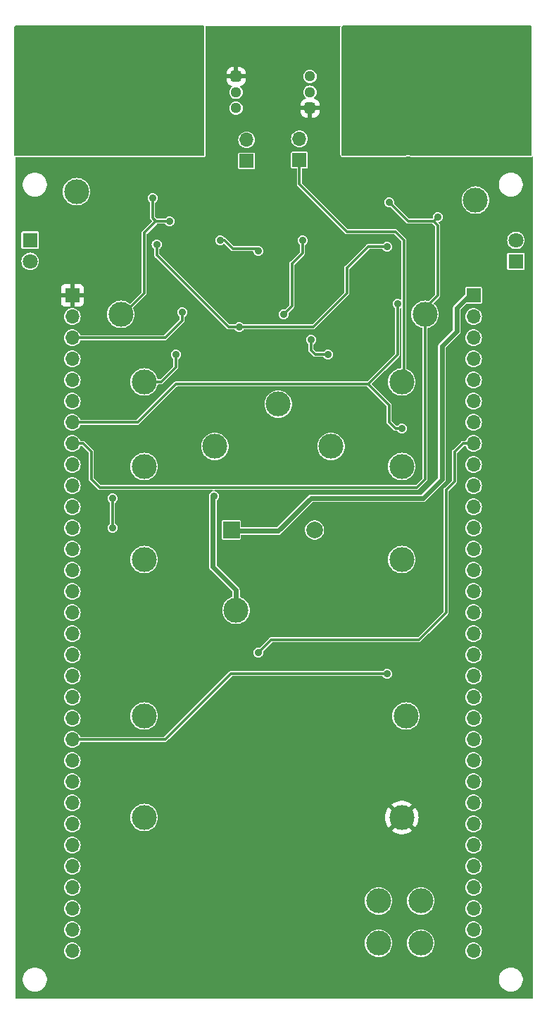
<source format=gbr>
%TF.GenerationSoftware,KiCad,Pcbnew,7.0.7*%
%TF.CreationDate,2023-10-13T18:50:11+02:00*%
%TF.ProjectId,Cable_Monitor,4361626c-655f-44d6-9f6e-69746f722e6b,rev?*%
%TF.SameCoordinates,Original*%
%TF.FileFunction,Copper,L2,Bot*%
%TF.FilePolarity,Positive*%
%FSLAX46Y46*%
G04 Gerber Fmt 4.6, Leading zero omitted, Abs format (unit mm)*
G04 Created by KiCad (PCBNEW 7.0.7) date 2023-10-13 18:50:11*
%MOMM*%
%LPD*%
G01*
G04 APERTURE LIST*
G04 Aperture macros list*
%AMRoundRect*
0 Rectangle with rounded corners*
0 $1 Rounding radius*
0 $2 $3 $4 $5 $6 $7 $8 $9 X,Y pos of 4 corners*
0 Add a 4 corners polygon primitive as box body*
4,1,4,$2,$3,$4,$5,$6,$7,$8,$9,$2,$3,0*
0 Add four circle primitives for the rounded corners*
1,1,$1+$1,$2,$3*
1,1,$1+$1,$4,$5*
1,1,$1+$1,$6,$7*
1,1,$1+$1,$8,$9*
0 Add four rect primitives between the rounded corners*
20,1,$1+$1,$2,$3,$4,$5,0*
20,1,$1+$1,$4,$5,$6,$7,0*
20,1,$1+$1,$6,$7,$8,$9,0*
20,1,$1+$1,$8,$9,$2,$3,0*%
G04 Aperture macros list end*
%TA.AperFunction,ComponentPad*%
%ADD10R,1.700000X1.700000*%
%TD*%
%TA.AperFunction,ComponentPad*%
%ADD11O,1.700000X1.700000*%
%TD*%
%TA.AperFunction,ComponentPad*%
%ADD12C,3.000000*%
%TD*%
%TA.AperFunction,ComponentPad*%
%ADD13R,1.800000X1.800000*%
%TD*%
%TA.AperFunction,ComponentPad*%
%ADD14C,1.800000*%
%TD*%
%TA.AperFunction,ComponentPad*%
%ADD15RoundRect,0.309400X-0.340600X0.340600X-0.340600X-0.340600X0.340600X-0.340600X0.340600X0.340600X0*%
%TD*%
%TA.AperFunction,ComponentPad*%
%ADD16O,1.300000X1.300000*%
%TD*%
%TA.AperFunction,ComponentPad*%
%ADD17RoundRect,0.309400X0.340600X-0.340600X0.340600X0.340600X-0.340600X0.340600X-0.340600X-0.340600X0*%
%TD*%
%TA.AperFunction,ComponentPad*%
%ADD18R,2.000000X2.000000*%
%TD*%
%TA.AperFunction,ComponentPad*%
%ADD19C,2.000000*%
%TD*%
%TA.AperFunction,ViaPad*%
%ADD20C,0.900000*%
%TD*%
%TA.AperFunction,ViaPad*%
%ADD21C,1.000000*%
%TD*%
%TA.AperFunction,Conductor*%
%ADD22C,0.600000*%
%TD*%
%TA.AperFunction,Conductor*%
%ADD23C,0.300000*%
%TD*%
G04 APERTURE END LIST*
D10*
%TO.P,HS_Left,1,Pin_1*%
%TO.N,/hall-sensor_left_right/in_left*%
X132715000Y-50170000D03*
D11*
%TO.P,HS_Left,2,Pin_2*%
%TO.N,GND*%
X132715000Y-47630000D03*
%TD*%
D10*
%TO.P,HS_right,1,Pin_1*%
%TO.N,/hall-sensor_left_right/in_right*%
X139065000Y-50043000D03*
D11*
%TO.P,HS_right,2,Pin_2*%
%TO.N,GND*%
X139065000Y-47503000D03*
%TD*%
D12*
%TO.P,TP14,1,1*%
%TO.N,+3V0*%
X151384000Y-129032000D03*
%TD*%
%TO.P,TP19,1,1*%
%TO.N,Net-(U5A--)*%
X128905000Y-84455000D03*
%TD*%
%TO.P,TP12,1,1*%
%TO.N,PF6*%
X117602000Y-68580000D03*
%TD*%
%TO.P,TP16,1,1*%
%TO.N,/hall-sensor_left_right/in_right*%
X151384000Y-76708000D03*
%TD*%
D13*
%TO.P,LED2,1,K*%
%TO.N,GND*%
X165100000Y-62235000D03*
D14*
%TO.P,LED2,2,A*%
%TO.N,Net-(LED2-A)*%
X165100000Y-59695000D03*
%TD*%
D12*
%TO.P,TP7,1,1*%
%TO.N,PA5*%
X136525000Y-79375000D03*
%TD*%
D15*
%TO.P,U3,1,VCC*%
%TO.N,+3V0*%
X131445000Y-40005000D03*
D16*
%TO.P,U3,2,GND*%
%TO.N,GND*%
X131445000Y-41910000D03*
%TO.P,U3,3,OUT*%
%TO.N,/hall-sensor_left_right/in_left*%
X131445000Y-43815000D03*
%TD*%
D12*
%TO.P,TP20,1,1*%
%TO.N,Net-(U6A--)*%
X142875000Y-84455000D03*
%TD*%
%TO.P,TP4,1,1*%
%TO.N,GND*%
X153670000Y-139065000D03*
%TD*%
%TO.P,TP13,1,1*%
%TO.N,PC3*%
X154178000Y-68580000D03*
%TD*%
%TO.P,TP2,1,1*%
%TO.N,GND*%
X120396000Y-116840000D03*
%TD*%
D17*
%TO.P,U4,1,VCC*%
%TO.N,+3V0*%
X140335000Y-43815000D03*
D16*
%TO.P,U4,2,GND*%
%TO.N,GND*%
X140335000Y-41910000D03*
%TO.P,U4,3,OUT*%
%TO.N,/hall-sensor_left_right/in_right*%
X140335000Y-40005000D03*
%TD*%
D12*
%TO.P,TP9,1,1*%
%TO.N,pad_left*%
X112268000Y-53848000D03*
%TD*%
D13*
%TO.P,LED1,1,K*%
%TO.N,GND*%
X106680000Y-59685000D03*
D14*
%TO.P,LED1,2,A*%
%TO.N,Net-(LED1-A)*%
X106680000Y-62225000D03*
%TD*%
D12*
%TO.P,TP10,1,1*%
%TO.N,pad_right*%
X160250000Y-54864000D03*
%TD*%
%TO.P,TP11,1,1*%
%TO.N,+5V*%
X120396000Y-129032000D03*
%TD*%
%TO.P,TP5,1,1*%
%TO.N,GND*%
X148590000Y-139065000D03*
%TD*%
%TO.P,TP18,1,1*%
%TO.N,PC1_*%
X151384000Y-98044000D03*
%TD*%
%TO.P,TP22,1,1*%
%TO.N,Net-(U7B-+)*%
X151384000Y-86868000D03*
%TD*%
%TO.P,TP21,1,1*%
%TO.N,Net-(U7A-+)*%
X120396000Y-86868000D03*
%TD*%
%TO.P,TP3,1,1*%
%TO.N,GND*%
X153670000Y-144145000D03*
%TD*%
D18*
%TO.P,BZ1,1,-*%
%TO.N,+5V*%
X130890000Y-94488000D03*
D19*
%TO.P,BZ1,2,+*%
%TO.N,Net-(BZ1-+)*%
X140890000Y-94488000D03*
%TD*%
D12*
%TO.P,TP6,1,1*%
%TO.N,GND*%
X148590000Y-144145000D03*
%TD*%
%TO.P,TP8,1,1*%
%TO.N,VGND*%
X131445000Y-104140000D03*
%TD*%
%TO.P,TP17,1,1*%
%TO.N,PF8_*%
X120396000Y-98044000D03*
%TD*%
%TO.P,TP1,1,1*%
%TO.N,GND*%
X151892000Y-116840000D03*
%TD*%
%TO.P,TP15,1,1*%
%TO.N,/hall-sensor_left_right/in_left*%
X120396000Y-76708000D03*
%TD*%
D10*
%TO.P,P1,1,Pin_1*%
%TO.N,+5V*%
X160020000Y-66310000D03*
D11*
%TO.P,P1,2,Pin_2*%
%TO.N,unconnected-(P1-Pin_2-Pad2)*%
X160020000Y-68850000D03*
%TO.P,P1,3,Pin_3*%
%TO.N,unconnected-(P1-Pin_3-Pad3)*%
X160020000Y-71390000D03*
%TO.P,P1,4,Pin_4*%
%TO.N,unconnected-(P1-Pin_4-Pad4)*%
X160020000Y-73930000D03*
%TO.P,P1,5,Pin_5*%
%TO.N,unconnected-(P1-Pin_5-Pad5)*%
X160020000Y-76470000D03*
%TO.P,P1,6,Pin_6*%
%TO.N,PC13*%
X160020000Y-79010000D03*
%TO.P,P1,7,Pin_7*%
%TO.N,PE5*%
X160020000Y-81550000D03*
%TO.P,P1,8,Pin_8*%
%TO.N,PE3*%
X160020000Y-84090000D03*
%TO.P,P1,9,Pin_9*%
%TO.N,unconnected-(P1-Pin_9-Pad9)*%
X160020000Y-86630000D03*
%TO.P,P1,10,Pin_10*%
%TO.N,unconnected-(P1-Pin_10-Pad10)*%
X160020000Y-89170000D03*
%TO.P,P1,11,Pin_11*%
%TO.N,unconnected-(P1-Pin_11-Pad11)*%
X160020000Y-91710000D03*
%TO.P,P1,12,Pin_12*%
%TO.N,PB7*%
X160020000Y-94250000D03*
%TO.P,P1,13,Pin_13*%
%TO.N,unconnected-(P1-Pin_13-Pad13)*%
X160020000Y-96790000D03*
%TO.P,P1,14,Pin_14*%
%TO.N,unconnected-(P1-Pin_14-Pad14)*%
X160020000Y-99330000D03*
%TO.P,P1,15,Pin_15*%
%TO.N,PG14_*%
X160020000Y-101870000D03*
%TO.P,P1,16,Pin_16*%
%TO.N,unconnected-(P1-Pin_16-Pad16)*%
X160020000Y-104410000D03*
%TO.P,P1,17,Pin_17*%
%TO.N,unconnected-(P1-Pin_17-Pad17)*%
X160020000Y-106950000D03*
%TO.P,P1,18,Pin_18*%
%TO.N,unconnected-(P1-Pin_18-Pad18)*%
X160020000Y-109490000D03*
%TO.P,P1,19,Pin_19*%
%TO.N,PD4*%
X160020000Y-112030000D03*
%TO.P,P1,20,Pin_20*%
%TO.N,PD2*%
X160020000Y-114570000D03*
%TO.P,P1,21,Pin_21*%
%TO.N,PD0_*%
X160020000Y-117110000D03*
%TO.P,P1,22,Pin_22*%
%TO.N,PC11*%
X160020000Y-119650000D03*
%TO.P,P1,23,Pin_23*%
%TO.N,unconnected-(P1-Pin_23-Pad23)*%
X160020000Y-122190000D03*
%TO.P,P1,24,Pin_24*%
%TO.N,unconnected-(P1-Pin_24-Pad24)*%
X160020000Y-124730000D03*
%TO.P,P1,25,Pin_25*%
%TO.N,unconnected-(P1-Pin_25-Pad25)*%
X160020000Y-127270000D03*
%TO.P,P1,26,Pin_26*%
%TO.N,unconnected-(P1-Pin_26-Pad26)*%
X160020000Y-129810000D03*
%TO.P,P1,27,Pin_27*%
%TO.N,unconnected-(P1-Pin_27-Pad27)*%
X160020000Y-132350000D03*
%TO.P,P1,28,Pin_28*%
%TO.N,unconnected-(P1-Pin_28-Pad28)*%
X160020000Y-134890000D03*
%TO.P,P1,29,Pin_29*%
%TO.N,unconnected-(P1-Pin_29-Pad29)*%
X160020000Y-137430000D03*
%TO.P,P1,30,Pin_30*%
%TO.N,unconnected-(P1-Pin_30-Pad30)*%
X160020000Y-139970000D03*
%TO.P,P1,31,Pin_31*%
%TO.N,unconnected-(P1-Pin_31-Pad31)*%
X160020000Y-142510000D03*
%TO.P,P1,32,Pin_32*%
%TO.N,GND*%
X160020000Y-145050000D03*
%TD*%
D10*
%TO.P,P2,1,Pin_1*%
%TO.N,+3V0*%
X111760000Y-66310000D03*
D11*
%TO.P,P2,2,Pin_2*%
%TO.N,PF6*%
X111760000Y-68850000D03*
%TO.P,P2,3,Pin_3*%
%TO.N,PF8_*%
X111760000Y-71390000D03*
%TO.P,P2,4,Pin_4*%
%TO.N,unconnected-(P2-Pin_4-Pad4)*%
X111760000Y-73930000D03*
%TO.P,P2,5,Pin_5*%
%TO.N,unconnected-(P2-Pin_5-Pad5)*%
X111760000Y-76470000D03*
%TO.P,P2,6,Pin_6*%
%TO.N,GND*%
X111760000Y-79010000D03*
%TO.P,P2,7,Pin_7*%
%TO.N,PC1_*%
X111760000Y-81550000D03*
%TO.P,P2,8,Pin_8*%
%TO.N,PC3*%
X111760000Y-84090000D03*
%TO.P,P2,9,Pin_9*%
%TO.N,unconnected-(P2-Pin_9-Pad9)*%
X111760000Y-86630000D03*
%TO.P,P2,10,Pin_10*%
%TO.N,unconnected-(P2-Pin_10-Pad10)*%
X111760000Y-89170000D03*
%TO.P,P2,11,Pin_11*%
%TO.N,PA5*%
X111760000Y-91710000D03*
%TO.P,P2,12,Pin_12*%
%TO.N,unconnected-(P2-Pin_12-Pad12)*%
X111760000Y-94250000D03*
%TO.P,P2,13,Pin_13*%
%TO.N,unconnected-(P2-Pin_13-Pad13)*%
X111760000Y-96790000D03*
%TO.P,P2,14,Pin_14*%
%TO.N,unconnected-(P2-Pin_14-Pad14)*%
X111760000Y-99330000D03*
%TO.P,P2,15,Pin_15*%
%TO.N,GND*%
X111760000Y-101870000D03*
%TO.P,P2,16,Pin_16*%
%TO.N,unconnected-(P2-Pin_16-Pad16)*%
X111760000Y-104410000D03*
%TO.P,P2,17,Pin_17*%
%TO.N,unconnected-(P2-Pin_17-Pad17)*%
X111760000Y-106950000D03*
%TO.P,P2,18,Pin_18*%
%TO.N,unconnected-(P2-Pin_18-Pad18)*%
X111760000Y-109490000D03*
%TO.P,P2,19,Pin_19*%
%TO.N,PE7_*%
X111760000Y-112030000D03*
%TO.P,P2,20,Pin_20*%
%TO.N,PE9_*%
X111760000Y-114570000D03*
%TO.P,P2,21,Pin_21*%
%TO.N,PE11_*%
X111760000Y-117110000D03*
%TO.P,P2,22,Pin_22*%
%TO.N,PE13_*%
X111760000Y-119650000D03*
%TO.P,P2,23,Pin_23*%
%TO.N,PE15_*%
X111760000Y-122190000D03*
%TO.P,P2,24,Pin_24*%
%TO.N,unconnected-(P2-Pin_24-Pad24)*%
X111760000Y-124730000D03*
%TO.P,P2,25,Pin_25*%
%TO.N,unconnected-(P2-Pin_25-Pad25)*%
X111760000Y-127270000D03*
%TO.P,P2,26,Pin_26*%
%TO.N,unconnected-(P2-Pin_26-Pad26)*%
X111760000Y-129810000D03*
%TO.P,P2,27,Pin_27*%
%TO.N,PD9_*%
X111760000Y-132350000D03*
%TO.P,P2,28,Pin_28*%
%TO.N,unconnected-(P2-Pin_28-Pad28)*%
X111760000Y-134890000D03*
%TO.P,P2,29,Pin_29*%
%TO.N,unconnected-(P2-Pin_29-Pad29)*%
X111760000Y-137430000D03*
%TO.P,P2,30,Pin_30*%
%TO.N,PD15_*%
X111760000Y-139970000D03*
%TO.P,P2,31,Pin_31*%
%TO.N,PG3*%
X111760000Y-142510000D03*
%TO.P,P2,32,Pin_32*%
%TO.N,GND*%
X111760000Y-145050000D03*
%TD*%
D20*
%TO.N,PE3*%
X134112000Y-109220000D03*
%TO.N,+3V0*%
X150114000Y-52324000D03*
X135636000Y-51816000D03*
X140462000Y-61976000D03*
X123444000Y-51308000D03*
X152146000Y-50038000D03*
%TO.N,PF6*%
X121412000Y-54610000D03*
X123444000Y-57404000D03*
%TO.N,PF8_*%
X124968000Y-68326000D03*
X116586000Y-90678000D03*
X116586000Y-94234000D03*
%TO.N,PC1_*%
X151384000Y-82296000D03*
X150876000Y-67310000D03*
%TO.N,PC3*%
X155702000Y-56896000D03*
X149860000Y-55118000D03*
%TO.N,PE13_*%
X149606000Y-111760000D03*
D21*
%TO.N,pad_left*%
X124460000Y-48260000D03*
X121920000Y-48260000D03*
X114300000Y-48260000D03*
X119380000Y-48260000D03*
X109220000Y-48260000D03*
X116840000Y-48260000D03*
X106680000Y-48260000D03*
X111760000Y-48260000D03*
%TO.N,pad_right*%
X152400000Y-48260000D03*
X154940000Y-48260000D03*
X147320000Y-48260000D03*
X149860000Y-48260000D03*
X162560000Y-48260000D03*
X165100000Y-48260000D03*
X157480000Y-48260000D03*
X160020000Y-48260000D03*
D20*
%TO.N,VGND*%
X128778000Y-90424000D03*
X131826000Y-70104000D03*
X121904000Y-60182000D03*
X149606000Y-60465378D03*
%TO.N,Net-(C21-Pad1)*%
X142494000Y-73406000D03*
X140462000Y-71628000D03*
%TO.N,/hall-sensor_left_right/in_left*%
X124206000Y-73406000D03*
%TO.N,Net-(R21-Pad1)*%
X129540000Y-59690000D03*
X134112000Y-60960000D03*
%TO.N,Net-(C18-Pad2)*%
X137160000Y-68580000D03*
X139446000Y-59690000D03*
%TD*%
D22*
%TO.N,+5V*%
X140462000Y-90678000D02*
X136525000Y-94615000D01*
X156210000Y-88392000D02*
X153924000Y-90678000D01*
X156210000Y-72390000D02*
X156210000Y-88392000D01*
X160020000Y-66310000D02*
X159496000Y-66310000D01*
X159496000Y-66310000D02*
X157988000Y-67818000D01*
X136525000Y-94615000D02*
X131017000Y-94615000D01*
X131017000Y-94615000D02*
X130890000Y-94488000D01*
X157988000Y-67818000D02*
X157988000Y-70612000D01*
X153924000Y-90678000D02*
X140462000Y-90678000D01*
X157988000Y-70612000D02*
X156210000Y-72390000D01*
D23*
%TO.N,PE3*%
X135636000Y-107696000D02*
X153416000Y-107696000D01*
X158734000Y-84090000D02*
X160020000Y-84090000D01*
X134112000Y-109220000D02*
X135636000Y-107696000D01*
X156718000Y-89662000D02*
X157734000Y-88646000D01*
X156718000Y-104394000D02*
X156718000Y-89662000D01*
X153416000Y-107696000D02*
X156718000Y-104394000D01*
X157734000Y-88646000D02*
X157734000Y-85090000D01*
X157734000Y-85090000D02*
X158734000Y-84090000D01*
D22*
%TO.N,+3V0*%
X152146000Y-50038000D02*
X151130000Y-50038000D01*
X150114000Y-51054000D02*
X150114000Y-52324000D01*
X151130000Y-50038000D02*
X150114000Y-51054000D01*
D23*
%TO.N,PF6*%
X120396000Y-58801000D02*
X120396000Y-66040000D01*
X121412000Y-57023000D02*
X121412000Y-54610000D01*
X122428000Y-57404000D02*
X123444000Y-57404000D01*
X120396000Y-66040000D02*
X117856000Y-68580000D01*
X117856000Y-68580000D02*
X117602000Y-68580000D01*
X121793000Y-57404000D02*
X120396000Y-58801000D01*
X122428000Y-57404000D02*
X121793000Y-57404000D01*
X121793000Y-57404000D02*
X121412000Y-57023000D01*
%TO.N,PF8_*%
X116586000Y-94234000D02*
X116586000Y-90678000D01*
X124968000Y-69342000D02*
X122920000Y-71390000D01*
X124968000Y-68326000D02*
X124968000Y-69342000D01*
X122920000Y-71390000D02*
X111760000Y-71390000D01*
%TO.N,PC1_*%
X149860000Y-79502000D02*
X149860000Y-79756000D01*
X149860000Y-81534000D02*
X150622000Y-82296000D01*
X124206000Y-76962000D02*
X119618000Y-81550000D01*
X147320000Y-76962000D02*
X124206000Y-76962000D01*
X147320000Y-76962000D02*
X149860000Y-79502000D01*
X149860000Y-79756000D02*
X149860000Y-81534000D01*
X150876000Y-67310000D02*
X150876000Y-73406000D01*
X150622000Y-82296000D02*
X151384000Y-82296000D01*
X119618000Y-81550000D02*
X111760000Y-81550000D01*
X150876000Y-73406000D02*
X147320000Y-76962000D01*
%TO.N,PC3*%
X154178000Y-88392000D02*
X153162000Y-89408000D01*
X113046000Y-84090000D02*
X111760000Y-84090000D01*
X155702000Y-57912000D02*
X155702000Y-66294000D01*
X114046000Y-88392000D02*
X114046000Y-85090000D01*
X115062000Y-89408000D02*
X114046000Y-88392000D01*
X155194000Y-57404000D02*
X155702000Y-56896000D01*
X154178000Y-67818000D02*
X154178000Y-68580000D01*
X154178000Y-68580000D02*
X154178000Y-88392000D01*
X152146000Y-57404000D02*
X155194000Y-57404000D01*
X149860000Y-55118000D02*
X152146000Y-57404000D01*
X155702000Y-66294000D02*
X154178000Y-67818000D01*
X155194000Y-57404000D02*
X155702000Y-57912000D01*
X114046000Y-85090000D02*
X113046000Y-84090000D01*
X153162000Y-89408000D02*
X115062000Y-89408000D01*
%TO.N,PE13_*%
X149606000Y-111760000D02*
X130810000Y-111760000D01*
X130810000Y-111760000D02*
X122920000Y-119650000D01*
X122920000Y-119650000D02*
X111760000Y-119650000D01*
D22*
%TO.N,VGND*%
X128651000Y-90551000D02*
X128651000Y-98933000D01*
D23*
X121904000Y-60182000D02*
X121920000Y-60198000D01*
D22*
X128778000Y-90424000D02*
X128651000Y-90551000D01*
D23*
X147320000Y-60452000D02*
X144780000Y-62992000D01*
X144780000Y-62992000D02*
X144780000Y-66040000D01*
X144780000Y-66040000D02*
X140716000Y-70104000D01*
X149592622Y-60452000D02*
X147320000Y-60452000D01*
X140716000Y-70104000D02*
X131826000Y-70104000D01*
D22*
X131445000Y-101727000D02*
X131445000Y-104140000D01*
D23*
X149606000Y-60465378D02*
X149592622Y-60452000D01*
X121920000Y-61468000D02*
X130556000Y-70104000D01*
X121920000Y-60198000D02*
X121920000Y-61468000D01*
D22*
X128651000Y-98933000D02*
X131445000Y-101727000D01*
D23*
X130556000Y-70104000D02*
X131826000Y-70104000D01*
%TO.N,Net-(C21-Pad1)*%
X140970000Y-73406000D02*
X140462000Y-72898000D01*
X142494000Y-73406000D02*
X140970000Y-73406000D01*
X140462000Y-72898000D02*
X140462000Y-71628000D01*
%TO.N,/hall-sensor_left_right/in_left*%
X124206000Y-73406000D02*
X124206000Y-74930000D01*
X124206000Y-74930000D02*
X122428000Y-76708000D01*
X122428000Y-76708000D02*
X120396000Y-76708000D01*
%TO.N,/hall-sensor_left_right/in_right*%
X151638000Y-59690000D02*
X150622000Y-58674000D01*
X139065000Y-52959000D02*
X139065000Y-50170000D01*
X151638000Y-76454000D02*
X151638000Y-59690000D01*
X150622000Y-58674000D02*
X144780000Y-58674000D01*
X151384000Y-76708000D02*
X151638000Y-76454000D01*
X144780000Y-58674000D02*
X139065000Y-52959000D01*
%TO.N,Net-(R21-Pad1)*%
X129540000Y-59690000D02*
X130048000Y-59690000D01*
X131064000Y-60706000D02*
X133858000Y-60706000D01*
X130048000Y-59690000D02*
X131064000Y-60706000D01*
X133858000Y-60706000D02*
X134112000Y-60960000D01*
%TO.N,Net-(C18-Pad2)*%
X139446000Y-61214000D02*
X139446000Y-59690000D01*
X138176000Y-67564000D02*
X138176000Y-62484000D01*
X138176000Y-62484000D02*
X139446000Y-61214000D01*
X137160000Y-68580000D02*
X138176000Y-67564000D01*
%TD*%
%TA.AperFunction,Conductor*%
%TO.N,pad_left*%
G36*
X127577121Y-33929002D02*
G01*
X127623614Y-33982658D01*
X127635000Y-34035000D01*
X127635000Y-49404000D01*
X127614998Y-49472121D01*
X127561342Y-49518614D01*
X127509000Y-49530000D01*
X104901000Y-49530000D01*
X104832879Y-49509998D01*
X104786386Y-49456342D01*
X104775000Y-49404000D01*
X104775000Y-34035000D01*
X104795002Y-33966879D01*
X104848658Y-33920386D01*
X104901000Y-33909000D01*
X127509000Y-33909000D01*
X127577121Y-33929002D01*
G37*
%TD.AperFunction*%
%TD*%
%TA.AperFunction,Conductor*%
%TO.N,pad_right*%
G36*
X166947121Y-33929002D02*
G01*
X166993614Y-33982658D01*
X167005000Y-34035000D01*
X167005000Y-49404000D01*
X166984998Y-49472121D01*
X166931342Y-49518614D01*
X166879000Y-49530000D01*
X152511243Y-49530000D01*
X152456956Y-49515453D01*
X152456471Y-49516625D01*
X152448842Y-49513465D01*
X152448841Y-49513464D01*
X152302762Y-49452956D01*
X152302760Y-49452955D01*
X152146000Y-49432318D01*
X151989239Y-49452955D01*
X151909643Y-49485925D01*
X151843159Y-49513464D01*
X151843157Y-49513465D01*
X151835529Y-49516625D01*
X151835043Y-49515453D01*
X151780757Y-49530000D01*
X144271000Y-49530000D01*
X144202879Y-49509998D01*
X144156386Y-49456342D01*
X144145000Y-49404000D01*
X144145000Y-34035000D01*
X144165002Y-33966879D01*
X144218658Y-33920386D01*
X144271000Y-33909000D01*
X166879000Y-33909000D01*
X166947121Y-33929002D01*
G37*
%TD.AperFunction*%
%TD*%
%TA.AperFunction,Conductor*%
%TO.N,+3V0*%
G36*
X143977381Y-33943306D02*
G01*
X143995687Y-33987500D01*
X143995051Y-33996392D01*
X143989500Y-34035000D01*
X143989500Y-34035004D01*
X143989500Y-49404009D01*
X143993053Y-49437055D01*
X144004438Y-49489394D01*
X144038867Y-49558173D01*
X144038868Y-49558175D01*
X144061818Y-49584660D01*
X144085360Y-49611829D01*
X144090339Y-49617305D01*
X144159070Y-49659199D01*
X144197766Y-49670561D01*
X144227184Y-49679199D01*
X144227187Y-49679200D01*
X144227188Y-49679200D01*
X144227191Y-49679201D01*
X144271000Y-49685500D01*
X144271005Y-49685500D01*
X151780751Y-49685500D01*
X151780757Y-49685500D01*
X151821006Y-49680201D01*
X151875292Y-49665654D01*
X151875291Y-49665653D01*
X151894521Y-49660501D01*
X151895034Y-49660288D01*
X151895037Y-49660288D01*
X152022231Y-49607600D01*
X152037987Y-49603378D01*
X152137848Y-49590232D01*
X152154150Y-49590232D01*
X152254014Y-49603378D01*
X152269762Y-49607598D01*
X152396963Y-49660288D01*
X152397012Y-49660308D01*
X152397013Y-49660308D01*
X152397503Y-49660508D01*
X152416707Y-49665653D01*
X152416707Y-49665654D01*
X152470994Y-49680201D01*
X152511243Y-49685500D01*
X152511249Y-49685500D01*
X166878993Y-49685500D01*
X166879000Y-49685500D01*
X166912053Y-49681947D01*
X166964395Y-49670561D01*
X167033173Y-49636133D01*
X167033179Y-49636127D01*
X167034777Y-49635061D01*
X167035668Y-49634883D01*
X167036669Y-49634383D01*
X167036806Y-49634657D01*
X167081693Y-49625729D01*
X167121467Y-49652305D01*
X167132000Y-49687028D01*
X167132000Y-150702500D01*
X167113694Y-150746694D01*
X167069500Y-150765000D01*
X104964500Y-150765000D01*
X104920306Y-150746694D01*
X104902000Y-150702500D01*
X104902000Y-148620192D01*
X105799500Y-148620192D01*
X105839066Y-148857297D01*
X105917118Y-149084656D01*
X105995543Y-149229573D01*
X106031527Y-149296066D01*
X106031528Y-149296068D01*
X106179170Y-149485759D01*
X106179173Y-149485762D01*
X106356027Y-149648568D01*
X106356029Y-149648569D01*
X106356031Y-149648571D01*
X106557272Y-149780049D01*
X106777409Y-149876610D01*
X107010437Y-149935620D01*
X107190010Y-149950500D01*
X107190012Y-149950500D01*
X107309988Y-149950500D01*
X107309990Y-149950500D01*
X107489563Y-149935620D01*
X107722591Y-149876610D01*
X107942728Y-149780049D01*
X108143969Y-149648571D01*
X108320825Y-149485764D01*
X108468472Y-149296067D01*
X108582882Y-149084656D01*
X108660934Y-148857297D01*
X108700500Y-148620192D01*
X163049500Y-148620192D01*
X163089066Y-148857297D01*
X163167118Y-149084656D01*
X163245543Y-149229573D01*
X163281527Y-149296066D01*
X163281528Y-149296068D01*
X163429170Y-149485759D01*
X163429173Y-149485762D01*
X163606027Y-149648568D01*
X163606029Y-149648569D01*
X163606031Y-149648571D01*
X163807272Y-149780049D01*
X164027409Y-149876610D01*
X164260437Y-149935620D01*
X164440010Y-149950500D01*
X164440012Y-149950500D01*
X164559988Y-149950500D01*
X164559990Y-149950500D01*
X164739563Y-149935620D01*
X164972591Y-149876610D01*
X165192728Y-149780049D01*
X165393969Y-149648571D01*
X165570825Y-149485764D01*
X165718472Y-149296067D01*
X165832882Y-149084656D01*
X165910934Y-148857297D01*
X165950500Y-148620192D01*
X165950500Y-148379808D01*
X165910934Y-148142703D01*
X165832882Y-147915344D01*
X165718472Y-147703933D01*
X165718471Y-147703931D01*
X165570829Y-147514240D01*
X165570826Y-147514237D01*
X165393972Y-147351431D01*
X165393967Y-147351428D01*
X165192733Y-147219954D01*
X165192730Y-147219952D01*
X164972593Y-147123391D01*
X164972591Y-147123390D01*
X164739563Y-147064380D01*
X164559990Y-147049500D01*
X164440010Y-147049500D01*
X164260437Y-147064380D01*
X164027409Y-147123390D01*
X164027407Y-147123390D01*
X164027406Y-147123391D01*
X163807269Y-147219952D01*
X163807266Y-147219954D01*
X163606032Y-147351428D01*
X163606027Y-147351431D01*
X163429173Y-147514237D01*
X163429170Y-147514240D01*
X163281528Y-147703931D01*
X163281527Y-147703933D01*
X163203102Y-147848850D01*
X163167118Y-147915344D01*
X163089066Y-148142703D01*
X163049500Y-148379808D01*
X163049500Y-148620192D01*
X108700500Y-148620192D01*
X108700500Y-148379808D01*
X108660934Y-148142703D01*
X108582882Y-147915344D01*
X108468472Y-147703933D01*
X108468471Y-147703931D01*
X108320829Y-147514240D01*
X108320826Y-147514237D01*
X108143972Y-147351431D01*
X108143967Y-147351428D01*
X107942733Y-147219954D01*
X107942730Y-147219952D01*
X107722593Y-147123391D01*
X107722591Y-147123390D01*
X107489563Y-147064380D01*
X107309990Y-147049500D01*
X107190010Y-147049500D01*
X107010437Y-147064380D01*
X106777409Y-147123390D01*
X106777407Y-147123390D01*
X106777406Y-147123391D01*
X106557269Y-147219952D01*
X106557266Y-147219954D01*
X106356032Y-147351428D01*
X106356027Y-147351431D01*
X106179173Y-147514237D01*
X106179170Y-147514240D01*
X106031528Y-147703931D01*
X106031527Y-147703933D01*
X105953102Y-147848850D01*
X105917118Y-147915344D01*
X105839066Y-148142703D01*
X105799500Y-148379808D01*
X105799500Y-148620192D01*
X104902000Y-148620192D01*
X104902000Y-145050000D01*
X110754659Y-145050000D01*
X110773975Y-145246130D01*
X110773976Y-145246132D01*
X110831186Y-145434727D01*
X110831187Y-145434728D01*
X110924086Y-145608532D01*
X110924090Y-145608538D01*
X111049117Y-145760883D01*
X111201462Y-145885910D01*
X111201464Y-145885911D01*
X111201467Y-145885913D01*
X111246690Y-145910085D01*
X111375273Y-145978814D01*
X111563868Y-146036024D01*
X111760000Y-146055341D01*
X111956132Y-146036024D01*
X112144727Y-145978814D01*
X112318538Y-145885910D01*
X112470883Y-145760883D01*
X112595910Y-145608538D01*
X112688814Y-145434727D01*
X112746024Y-145246132D01*
X112765341Y-145050000D01*
X112746024Y-144853868D01*
X112688814Y-144665273D01*
X112595910Y-144491462D01*
X112470883Y-144339117D01*
X112318538Y-144214090D01*
X112318532Y-144214086D01*
X112189287Y-144145004D01*
X146934396Y-144145004D01*
X146954777Y-144403987D01*
X146954778Y-144403991D01*
X147015425Y-144656604D01*
X147015428Y-144656613D01*
X147114843Y-144896623D01*
X147114845Y-144896626D01*
X147250586Y-145118137D01*
X147250590Y-145118143D01*
X147419307Y-145315686D01*
X147419313Y-145315692D01*
X147616856Y-145484409D01*
X147616860Y-145484412D01*
X147838372Y-145620154D01*
X147838374Y-145620155D01*
X147838376Y-145620156D01*
X147958381Y-145669863D01*
X148078390Y-145719573D01*
X148331006Y-145780221D01*
X148331008Y-145780221D01*
X148331012Y-145780222D01*
X148589996Y-145800604D01*
X148590000Y-145800604D01*
X148590004Y-145800604D01*
X148848987Y-145780222D01*
X148848989Y-145780221D01*
X148848994Y-145780221D01*
X149101610Y-145719573D01*
X149341628Y-145620154D01*
X149563140Y-145484412D01*
X149661914Y-145400050D01*
X149760686Y-145315692D01*
X149760692Y-145315686D01*
X149929409Y-145118143D01*
X149929412Y-145118140D01*
X150065154Y-144896628D01*
X150164573Y-144656610D01*
X150225221Y-144403994D01*
X150245604Y-144145004D01*
X152014396Y-144145004D01*
X152034777Y-144403987D01*
X152034778Y-144403991D01*
X152095425Y-144656604D01*
X152095428Y-144656613D01*
X152194843Y-144896623D01*
X152194845Y-144896626D01*
X152330586Y-145118137D01*
X152330590Y-145118143D01*
X152499307Y-145315686D01*
X152499313Y-145315692D01*
X152696856Y-145484409D01*
X152696860Y-145484412D01*
X152918372Y-145620154D01*
X152918374Y-145620155D01*
X152918376Y-145620156D01*
X153038381Y-145669863D01*
X153158390Y-145719573D01*
X153411006Y-145780221D01*
X153411008Y-145780221D01*
X153411012Y-145780222D01*
X153669996Y-145800604D01*
X153670000Y-145800604D01*
X153670004Y-145800604D01*
X153928987Y-145780222D01*
X153928989Y-145780221D01*
X153928994Y-145780221D01*
X154181610Y-145719573D01*
X154421628Y-145620154D01*
X154643140Y-145484412D01*
X154741914Y-145400050D01*
X154840686Y-145315692D01*
X154840692Y-145315686D01*
X155009409Y-145118143D01*
X155009412Y-145118140D01*
X155051168Y-145050000D01*
X159014659Y-145050000D01*
X159033975Y-145246130D01*
X159033976Y-145246132D01*
X159091186Y-145434727D01*
X159091187Y-145434728D01*
X159184086Y-145608532D01*
X159184090Y-145608538D01*
X159309117Y-145760883D01*
X159461462Y-145885910D01*
X159461464Y-145885911D01*
X159461467Y-145885913D01*
X159506690Y-145910085D01*
X159635273Y-145978814D01*
X159823868Y-146036024D01*
X160020000Y-146055341D01*
X160216132Y-146036024D01*
X160404727Y-145978814D01*
X160578538Y-145885910D01*
X160730883Y-145760883D01*
X160855910Y-145608538D01*
X160948814Y-145434727D01*
X161006024Y-145246132D01*
X161025341Y-145050000D01*
X161006024Y-144853868D01*
X160948814Y-144665273D01*
X160855910Y-144491462D01*
X160730883Y-144339117D01*
X160578538Y-144214090D01*
X160578532Y-144214086D01*
X160449270Y-144144995D01*
X160404727Y-144121186D01*
X160284184Y-144084619D01*
X160216130Y-144063975D01*
X160020000Y-144044659D01*
X159823869Y-144063975D01*
X159703325Y-144100542D01*
X159635273Y-144121186D01*
X159635271Y-144121186D01*
X159635271Y-144121187D01*
X159461467Y-144214086D01*
X159461461Y-144214090D01*
X159309117Y-144339117D01*
X159184090Y-144491461D01*
X159184086Y-144491467D01*
X159091187Y-144665271D01*
X159033975Y-144853869D01*
X159014659Y-145049999D01*
X159014659Y-145050000D01*
X155051168Y-145050000D01*
X155145154Y-144896628D01*
X155244573Y-144656610D01*
X155305221Y-144403994D01*
X155325604Y-144145000D01*
X155323730Y-144121186D01*
X155305222Y-143886012D01*
X155305221Y-143886008D01*
X155244574Y-143633395D01*
X155244573Y-143633390D01*
X155145154Y-143393372D01*
X155009412Y-143171860D01*
X154921167Y-143068538D01*
X154840692Y-142974313D01*
X154840686Y-142974307D01*
X154643143Y-142805590D01*
X154643137Y-142805586D01*
X154550684Y-142748931D01*
X154421628Y-142669846D01*
X154421626Y-142669845D01*
X154421623Y-142669843D01*
X154181613Y-142570428D01*
X154181604Y-142570425D01*
X153929916Y-142510000D01*
X159014659Y-142510000D01*
X159033975Y-142706130D01*
X159033976Y-142706132D01*
X159091186Y-142894727D01*
X159091187Y-142894728D01*
X159184086Y-143068532D01*
X159184090Y-143068538D01*
X159309117Y-143220883D01*
X159461462Y-143345910D01*
X159461464Y-143345911D01*
X159461467Y-143345913D01*
X159506690Y-143370085D01*
X159635273Y-143438814D01*
X159823868Y-143496024D01*
X160020000Y-143515341D01*
X160216132Y-143496024D01*
X160404727Y-143438814D01*
X160578538Y-143345910D01*
X160730883Y-143220883D01*
X160855910Y-143068538D01*
X160948814Y-142894727D01*
X161006024Y-142706132D01*
X161025341Y-142510000D01*
X161006024Y-142313868D01*
X160948814Y-142125273D01*
X160855910Y-141951462D01*
X160730883Y-141799117D01*
X160578538Y-141674090D01*
X160578532Y-141674086D01*
X160469018Y-141615550D01*
X160404727Y-141581186D01*
X160284184Y-141544619D01*
X160216130Y-141523975D01*
X160020000Y-141504659D01*
X159823869Y-141523975D01*
X159703325Y-141560542D01*
X159635273Y-141581186D01*
X159635271Y-141581186D01*
X159635271Y-141581187D01*
X159461467Y-141674086D01*
X159461461Y-141674090D01*
X159309117Y-141799117D01*
X159184090Y-141951461D01*
X159184086Y-141951467D01*
X159091187Y-142125271D01*
X159033975Y-142313869D01*
X159014659Y-142509999D01*
X159014659Y-142510000D01*
X153929916Y-142510000D01*
X153928991Y-142509778D01*
X153928987Y-142509777D01*
X153670004Y-142489396D01*
X153669996Y-142489396D01*
X153411012Y-142509777D01*
X153411008Y-142509778D01*
X153158395Y-142570425D01*
X153158386Y-142570428D01*
X152918376Y-142669843D01*
X152918373Y-142669845D01*
X152696862Y-142805586D01*
X152696856Y-142805590D01*
X152499313Y-142974307D01*
X152499307Y-142974313D01*
X152330590Y-143171856D01*
X152330586Y-143171862D01*
X152194845Y-143393373D01*
X152194843Y-143393376D01*
X152095428Y-143633386D01*
X152095425Y-143633395D01*
X152034778Y-143886008D01*
X152034777Y-143886012D01*
X152014396Y-144144995D01*
X152014396Y-144145004D01*
X150245604Y-144145004D01*
X150245604Y-144145000D01*
X150243730Y-144121186D01*
X150225222Y-143886012D01*
X150225221Y-143886008D01*
X150164574Y-143633395D01*
X150164573Y-143633390D01*
X150065154Y-143393372D01*
X149929412Y-143171860D01*
X149841167Y-143068538D01*
X149760692Y-142974313D01*
X149760686Y-142974307D01*
X149563143Y-142805590D01*
X149563137Y-142805586D01*
X149470684Y-142748931D01*
X149341628Y-142669846D01*
X149341626Y-142669845D01*
X149341623Y-142669843D01*
X149101613Y-142570428D01*
X149101604Y-142570425D01*
X148848991Y-142509778D01*
X148848987Y-142509777D01*
X148590004Y-142489396D01*
X148589996Y-142489396D01*
X148331012Y-142509777D01*
X148331008Y-142509778D01*
X148078395Y-142570425D01*
X148078386Y-142570428D01*
X147838376Y-142669843D01*
X147838373Y-142669845D01*
X147616862Y-142805586D01*
X147616856Y-142805590D01*
X147419313Y-142974307D01*
X147419307Y-142974313D01*
X147250590Y-143171856D01*
X147250586Y-143171862D01*
X147114845Y-143393373D01*
X147114843Y-143393376D01*
X147015428Y-143633386D01*
X147015425Y-143633395D01*
X146954778Y-143886008D01*
X146954777Y-143886012D01*
X146934396Y-144144995D01*
X146934396Y-144145004D01*
X112189287Y-144145004D01*
X112189270Y-144144995D01*
X112144727Y-144121186D01*
X112024184Y-144084619D01*
X111956130Y-144063975D01*
X111760000Y-144044659D01*
X111563869Y-144063975D01*
X111443325Y-144100542D01*
X111375273Y-144121186D01*
X111375271Y-144121186D01*
X111375271Y-144121187D01*
X111201467Y-144214086D01*
X111201461Y-144214090D01*
X111049117Y-144339117D01*
X110924090Y-144491461D01*
X110924086Y-144491467D01*
X110831187Y-144665271D01*
X110773975Y-144853869D01*
X110754659Y-145049999D01*
X110754659Y-145050000D01*
X104902000Y-145050000D01*
X104902000Y-142510000D01*
X110754659Y-142510000D01*
X110773975Y-142706130D01*
X110773976Y-142706132D01*
X110831186Y-142894727D01*
X110831187Y-142894728D01*
X110924086Y-143068532D01*
X110924090Y-143068538D01*
X111049117Y-143220883D01*
X111201462Y-143345910D01*
X111201464Y-143345911D01*
X111201467Y-143345913D01*
X111246690Y-143370085D01*
X111375273Y-143438814D01*
X111563868Y-143496024D01*
X111760000Y-143515341D01*
X111956132Y-143496024D01*
X112144727Y-143438814D01*
X112318538Y-143345910D01*
X112470883Y-143220883D01*
X112595910Y-143068538D01*
X112688814Y-142894727D01*
X112746024Y-142706132D01*
X112765341Y-142510000D01*
X112746024Y-142313868D01*
X112688814Y-142125273D01*
X112595910Y-141951462D01*
X112470883Y-141799117D01*
X112318538Y-141674090D01*
X112318532Y-141674086D01*
X112209018Y-141615550D01*
X112144727Y-141581186D01*
X112024184Y-141544619D01*
X111956130Y-141523975D01*
X111760000Y-141504659D01*
X111563869Y-141523975D01*
X111443325Y-141560542D01*
X111375273Y-141581186D01*
X111375271Y-141581186D01*
X111375271Y-141581187D01*
X111201467Y-141674086D01*
X111201461Y-141674090D01*
X111049117Y-141799117D01*
X110924090Y-141951461D01*
X110924086Y-141951467D01*
X110831187Y-142125271D01*
X110773975Y-142313869D01*
X110754659Y-142509999D01*
X110754659Y-142510000D01*
X104902000Y-142510000D01*
X104902000Y-139970000D01*
X110754659Y-139970000D01*
X110773975Y-140166130D01*
X110773976Y-140166132D01*
X110831186Y-140354727D01*
X110831187Y-140354728D01*
X110924086Y-140528532D01*
X110924090Y-140528538D01*
X111049117Y-140680883D01*
X111201462Y-140805910D01*
X111201464Y-140805911D01*
X111201467Y-140805913D01*
X111246690Y-140830085D01*
X111375273Y-140898814D01*
X111563868Y-140956024D01*
X111760000Y-140975341D01*
X111956132Y-140956024D01*
X112144727Y-140898814D01*
X112318538Y-140805910D01*
X112470883Y-140680883D01*
X112595910Y-140528538D01*
X112688814Y-140354727D01*
X112746024Y-140166132D01*
X112765341Y-139970000D01*
X112746024Y-139773868D01*
X112688814Y-139585273D01*
X112595910Y-139411462D01*
X112470883Y-139259117D01*
X112318538Y-139134090D01*
X112318532Y-139134086D01*
X112189287Y-139065004D01*
X146934396Y-139065004D01*
X146954777Y-139323987D01*
X146954778Y-139323991D01*
X147015425Y-139576604D01*
X147015428Y-139576613D01*
X147114843Y-139816623D01*
X147114845Y-139816626D01*
X147250586Y-140038137D01*
X147250590Y-140038143D01*
X147419307Y-140235686D01*
X147419313Y-140235692D01*
X147616856Y-140404409D01*
X147616860Y-140404412D01*
X147838372Y-140540154D01*
X147838374Y-140540155D01*
X147838376Y-140540156D01*
X147958381Y-140589863D01*
X148078390Y-140639573D01*
X148331006Y-140700221D01*
X148331008Y-140700221D01*
X148331012Y-140700222D01*
X148589996Y-140720604D01*
X148590000Y-140720604D01*
X148590004Y-140720604D01*
X148848987Y-140700222D01*
X148848989Y-140700221D01*
X148848994Y-140700221D01*
X149101610Y-140639573D01*
X149341628Y-140540154D01*
X149563140Y-140404412D01*
X149661914Y-140320050D01*
X149760686Y-140235692D01*
X149760692Y-140235686D01*
X149929409Y-140038143D01*
X149929412Y-140038140D01*
X150065154Y-139816628D01*
X150164573Y-139576610D01*
X150225221Y-139323994D01*
X150245604Y-139065004D01*
X152014396Y-139065004D01*
X152034777Y-139323987D01*
X152034778Y-139323991D01*
X152095425Y-139576604D01*
X152095428Y-139576613D01*
X152194843Y-139816623D01*
X152194845Y-139816626D01*
X152330586Y-140038137D01*
X152330590Y-140038143D01*
X152499307Y-140235686D01*
X152499313Y-140235692D01*
X152696856Y-140404409D01*
X152696860Y-140404412D01*
X152918372Y-140540154D01*
X152918374Y-140540155D01*
X152918376Y-140540156D01*
X153038381Y-140589863D01*
X153158390Y-140639573D01*
X153411006Y-140700221D01*
X153411008Y-140700221D01*
X153411012Y-140700222D01*
X153669996Y-140720604D01*
X153670000Y-140720604D01*
X153670004Y-140720604D01*
X153928987Y-140700222D01*
X153928989Y-140700221D01*
X153928994Y-140700221D01*
X154181610Y-140639573D01*
X154421628Y-140540154D01*
X154643140Y-140404412D01*
X154741914Y-140320050D01*
X154840686Y-140235692D01*
X154840692Y-140235686D01*
X155009409Y-140038143D01*
X155009412Y-140038140D01*
X155051168Y-139970000D01*
X159014659Y-139970000D01*
X159033975Y-140166130D01*
X159033976Y-140166132D01*
X159091186Y-140354727D01*
X159091187Y-140354728D01*
X159184086Y-140528532D01*
X159184090Y-140528538D01*
X159309117Y-140680883D01*
X159461462Y-140805910D01*
X159461464Y-140805911D01*
X159461467Y-140805913D01*
X159506690Y-140830085D01*
X159635273Y-140898814D01*
X159823868Y-140956024D01*
X160020000Y-140975341D01*
X160216132Y-140956024D01*
X160404727Y-140898814D01*
X160578538Y-140805910D01*
X160730883Y-140680883D01*
X160855910Y-140528538D01*
X160948814Y-140354727D01*
X161006024Y-140166132D01*
X161025341Y-139970000D01*
X161006024Y-139773868D01*
X160948814Y-139585273D01*
X160855910Y-139411462D01*
X160730883Y-139259117D01*
X160578538Y-139134090D01*
X160578532Y-139134086D01*
X160449270Y-139064995D01*
X160404727Y-139041186D01*
X160284184Y-139004619D01*
X160216130Y-138983975D01*
X160020000Y-138964659D01*
X159823869Y-138983975D01*
X159703325Y-139020542D01*
X159635273Y-139041186D01*
X159635271Y-139041186D01*
X159635271Y-139041187D01*
X159461467Y-139134086D01*
X159461461Y-139134090D01*
X159309117Y-139259117D01*
X159184090Y-139411461D01*
X159184086Y-139411467D01*
X159091187Y-139585271D01*
X159033975Y-139773869D01*
X159014659Y-139969999D01*
X159014659Y-139970000D01*
X155051168Y-139970000D01*
X155145154Y-139816628D01*
X155244573Y-139576610D01*
X155305221Y-139323994D01*
X155325604Y-139065000D01*
X155323730Y-139041186D01*
X155305222Y-138806012D01*
X155305221Y-138806008D01*
X155244574Y-138553395D01*
X155244573Y-138553390D01*
X155145154Y-138313372D01*
X155009412Y-138091860D01*
X154921167Y-137988538D01*
X154840692Y-137894313D01*
X154840686Y-137894307D01*
X154643143Y-137725590D01*
X154643137Y-137725586D01*
X154550684Y-137668931D01*
X154421628Y-137589846D01*
X154421626Y-137589845D01*
X154421623Y-137589843D01*
X154181613Y-137490428D01*
X154181604Y-137490425D01*
X153929916Y-137430000D01*
X159014659Y-137430000D01*
X159033975Y-137626130D01*
X159033976Y-137626132D01*
X159091186Y-137814727D01*
X159091187Y-137814728D01*
X159184086Y-137988532D01*
X159184090Y-137988538D01*
X159309117Y-138140883D01*
X159461462Y-138265910D01*
X159461464Y-138265911D01*
X159461467Y-138265913D01*
X159506690Y-138290085D01*
X159635273Y-138358814D01*
X159823868Y-138416024D01*
X160020000Y-138435341D01*
X160216132Y-138416024D01*
X160404727Y-138358814D01*
X160578538Y-138265910D01*
X160730883Y-138140883D01*
X160855910Y-137988538D01*
X160948814Y-137814727D01*
X161006024Y-137626132D01*
X161025341Y-137430000D01*
X161006024Y-137233868D01*
X160948814Y-137045273D01*
X160855910Y-136871462D01*
X160730883Y-136719117D01*
X160578538Y-136594090D01*
X160578532Y-136594086D01*
X160469018Y-136535550D01*
X160404727Y-136501186D01*
X160284184Y-136464619D01*
X160216130Y-136443975D01*
X160020000Y-136424659D01*
X159823869Y-136443975D01*
X159703325Y-136480542D01*
X159635273Y-136501186D01*
X159635271Y-136501186D01*
X159635271Y-136501187D01*
X159461467Y-136594086D01*
X159461461Y-136594090D01*
X159309117Y-136719117D01*
X159184090Y-136871461D01*
X159184086Y-136871467D01*
X159091187Y-137045271D01*
X159033975Y-137233869D01*
X159014659Y-137429999D01*
X159014659Y-137430000D01*
X153929916Y-137430000D01*
X153928991Y-137429778D01*
X153928987Y-137429777D01*
X153670004Y-137409396D01*
X153669996Y-137409396D01*
X153411012Y-137429777D01*
X153411008Y-137429778D01*
X153158395Y-137490425D01*
X153158386Y-137490428D01*
X152918376Y-137589843D01*
X152918373Y-137589845D01*
X152696862Y-137725586D01*
X152696856Y-137725590D01*
X152499313Y-137894307D01*
X152499307Y-137894313D01*
X152330590Y-138091856D01*
X152330586Y-138091862D01*
X152194845Y-138313373D01*
X152194843Y-138313376D01*
X152095428Y-138553386D01*
X152095425Y-138553395D01*
X152034778Y-138806008D01*
X152034777Y-138806012D01*
X152014396Y-139064995D01*
X152014396Y-139065004D01*
X150245604Y-139065004D01*
X150245604Y-139065000D01*
X150243730Y-139041186D01*
X150225222Y-138806012D01*
X150225221Y-138806008D01*
X150164574Y-138553395D01*
X150164573Y-138553390D01*
X150065154Y-138313372D01*
X149929412Y-138091860D01*
X149841167Y-137988538D01*
X149760692Y-137894313D01*
X149760686Y-137894307D01*
X149563143Y-137725590D01*
X149563137Y-137725586D01*
X149470684Y-137668931D01*
X149341628Y-137589846D01*
X149341626Y-137589845D01*
X149341623Y-137589843D01*
X149101613Y-137490428D01*
X149101604Y-137490425D01*
X148848991Y-137429778D01*
X148848987Y-137429777D01*
X148590004Y-137409396D01*
X148589996Y-137409396D01*
X148331012Y-137429777D01*
X148331008Y-137429778D01*
X148078395Y-137490425D01*
X148078386Y-137490428D01*
X147838376Y-137589843D01*
X147838373Y-137589845D01*
X147616862Y-137725586D01*
X147616856Y-137725590D01*
X147419313Y-137894307D01*
X147419307Y-137894313D01*
X147250590Y-138091856D01*
X147250586Y-138091862D01*
X147114845Y-138313373D01*
X147114843Y-138313376D01*
X147015428Y-138553386D01*
X147015425Y-138553395D01*
X146954778Y-138806008D01*
X146954777Y-138806012D01*
X146934396Y-139064995D01*
X146934396Y-139065004D01*
X112189287Y-139065004D01*
X112189270Y-139064995D01*
X112144727Y-139041186D01*
X112024184Y-139004619D01*
X111956130Y-138983975D01*
X111760000Y-138964659D01*
X111563869Y-138983975D01*
X111443325Y-139020542D01*
X111375273Y-139041186D01*
X111375271Y-139041186D01*
X111375271Y-139041187D01*
X111201467Y-139134086D01*
X111201461Y-139134090D01*
X111049117Y-139259117D01*
X110924090Y-139411461D01*
X110924086Y-139411467D01*
X110831187Y-139585271D01*
X110773975Y-139773869D01*
X110754659Y-139969999D01*
X110754659Y-139970000D01*
X104902000Y-139970000D01*
X104902000Y-137430000D01*
X110754659Y-137430000D01*
X110773975Y-137626130D01*
X110773976Y-137626132D01*
X110831186Y-137814727D01*
X110831187Y-137814728D01*
X110924086Y-137988532D01*
X110924090Y-137988538D01*
X111049117Y-138140883D01*
X111201462Y-138265910D01*
X111201464Y-138265911D01*
X111201467Y-138265913D01*
X111246690Y-138290085D01*
X111375273Y-138358814D01*
X111563868Y-138416024D01*
X111760000Y-138435341D01*
X111956132Y-138416024D01*
X112144727Y-138358814D01*
X112318538Y-138265910D01*
X112470883Y-138140883D01*
X112595910Y-137988538D01*
X112688814Y-137814727D01*
X112746024Y-137626132D01*
X112765341Y-137430000D01*
X112746024Y-137233868D01*
X112688814Y-137045273D01*
X112595910Y-136871462D01*
X112470883Y-136719117D01*
X112318538Y-136594090D01*
X112318532Y-136594086D01*
X112209018Y-136535550D01*
X112144727Y-136501186D01*
X112024184Y-136464619D01*
X111956130Y-136443975D01*
X111760000Y-136424659D01*
X111563869Y-136443975D01*
X111443325Y-136480542D01*
X111375273Y-136501186D01*
X111375271Y-136501186D01*
X111375271Y-136501187D01*
X111201467Y-136594086D01*
X111201461Y-136594090D01*
X111049117Y-136719117D01*
X110924090Y-136871461D01*
X110924086Y-136871467D01*
X110831187Y-137045271D01*
X110773975Y-137233869D01*
X110754659Y-137429999D01*
X110754659Y-137430000D01*
X104902000Y-137430000D01*
X104902000Y-134890000D01*
X110754659Y-134890000D01*
X110773975Y-135086130D01*
X110773976Y-135086132D01*
X110831186Y-135274727D01*
X110831187Y-135274728D01*
X110924086Y-135448532D01*
X110924090Y-135448538D01*
X111049117Y-135600883D01*
X111201462Y-135725910D01*
X111201464Y-135725911D01*
X111201467Y-135725913D01*
X111246690Y-135750085D01*
X111375273Y-135818814D01*
X111563868Y-135876024D01*
X111760000Y-135895341D01*
X111956132Y-135876024D01*
X112144727Y-135818814D01*
X112318538Y-135725910D01*
X112470883Y-135600883D01*
X112595910Y-135448538D01*
X112688814Y-135274727D01*
X112746024Y-135086132D01*
X112765341Y-134890000D01*
X159014659Y-134890000D01*
X159033975Y-135086130D01*
X159033976Y-135086132D01*
X159091186Y-135274727D01*
X159091187Y-135274728D01*
X159184086Y-135448532D01*
X159184090Y-135448538D01*
X159309117Y-135600883D01*
X159461462Y-135725910D01*
X159461464Y-135725911D01*
X159461467Y-135725913D01*
X159506690Y-135750085D01*
X159635273Y-135818814D01*
X159823868Y-135876024D01*
X160020000Y-135895341D01*
X160216132Y-135876024D01*
X160404727Y-135818814D01*
X160578538Y-135725910D01*
X160730883Y-135600883D01*
X160855910Y-135448538D01*
X160948814Y-135274727D01*
X161006024Y-135086132D01*
X161025341Y-134890000D01*
X161006024Y-134693868D01*
X160948814Y-134505273D01*
X160855910Y-134331462D01*
X160730883Y-134179117D01*
X160578538Y-134054090D01*
X160578532Y-134054086D01*
X160469018Y-133995550D01*
X160404727Y-133961186D01*
X160284184Y-133924619D01*
X160216130Y-133903975D01*
X160020000Y-133884659D01*
X159823869Y-133903975D01*
X159703325Y-133940542D01*
X159635273Y-133961186D01*
X159635271Y-133961186D01*
X159635271Y-133961187D01*
X159461467Y-134054086D01*
X159461461Y-134054090D01*
X159309117Y-134179117D01*
X159184090Y-134331461D01*
X159184086Y-134331467D01*
X159091187Y-134505271D01*
X159033975Y-134693869D01*
X159014659Y-134889999D01*
X159014659Y-134890000D01*
X112765341Y-134890000D01*
X112746024Y-134693868D01*
X112688814Y-134505273D01*
X112595910Y-134331462D01*
X112470883Y-134179117D01*
X112318538Y-134054090D01*
X112318532Y-134054086D01*
X112209018Y-133995550D01*
X112144727Y-133961186D01*
X112024184Y-133924619D01*
X111956130Y-133903975D01*
X111760000Y-133884659D01*
X111563869Y-133903975D01*
X111443325Y-133940542D01*
X111375273Y-133961186D01*
X111375271Y-133961186D01*
X111375271Y-133961187D01*
X111201467Y-134054086D01*
X111201461Y-134054090D01*
X111049117Y-134179117D01*
X110924090Y-134331461D01*
X110924086Y-134331467D01*
X110831187Y-134505271D01*
X110773975Y-134693869D01*
X110754659Y-134889999D01*
X110754659Y-134890000D01*
X104902000Y-134890000D01*
X104902000Y-132350000D01*
X110754659Y-132350000D01*
X110773975Y-132546130D01*
X110773976Y-132546132D01*
X110831186Y-132734727D01*
X110831187Y-132734728D01*
X110924086Y-132908532D01*
X110924090Y-132908538D01*
X111049117Y-133060883D01*
X111201462Y-133185910D01*
X111201464Y-133185911D01*
X111201467Y-133185913D01*
X111246690Y-133210085D01*
X111375273Y-133278814D01*
X111563868Y-133336024D01*
X111760000Y-133355341D01*
X111956132Y-133336024D01*
X112144727Y-133278814D01*
X112318538Y-133185910D01*
X112470883Y-133060883D01*
X112595910Y-132908538D01*
X112688814Y-132734727D01*
X112746024Y-132546132D01*
X112765341Y-132350000D01*
X159014659Y-132350000D01*
X159033975Y-132546130D01*
X159033976Y-132546132D01*
X159091186Y-132734727D01*
X159091187Y-132734728D01*
X159184086Y-132908532D01*
X159184090Y-132908538D01*
X159309117Y-133060883D01*
X159461462Y-133185910D01*
X159461464Y-133185911D01*
X159461467Y-133185913D01*
X159506690Y-133210085D01*
X159635273Y-133278814D01*
X159823868Y-133336024D01*
X160020000Y-133355341D01*
X160216132Y-133336024D01*
X160404727Y-133278814D01*
X160578538Y-133185910D01*
X160730883Y-133060883D01*
X160855910Y-132908538D01*
X160948814Y-132734727D01*
X161006024Y-132546132D01*
X161025341Y-132350000D01*
X161006024Y-132153868D01*
X160948814Y-131965273D01*
X160855910Y-131791462D01*
X160730883Y-131639117D01*
X160578538Y-131514090D01*
X160578532Y-131514086D01*
X160469018Y-131455550D01*
X160404727Y-131421186D01*
X160284184Y-131384619D01*
X160216130Y-131363975D01*
X160020000Y-131344659D01*
X159823869Y-131363975D01*
X159703325Y-131400542D01*
X159635273Y-131421186D01*
X159635271Y-131421186D01*
X159635271Y-131421187D01*
X159461467Y-131514086D01*
X159461461Y-131514090D01*
X159309117Y-131639117D01*
X159184090Y-131791461D01*
X159184086Y-131791467D01*
X159091187Y-131965271D01*
X159033975Y-132153869D01*
X159014659Y-132349999D01*
X159014659Y-132350000D01*
X112765341Y-132350000D01*
X112746024Y-132153868D01*
X112688814Y-131965273D01*
X112595910Y-131791462D01*
X112470883Y-131639117D01*
X112318538Y-131514090D01*
X112318532Y-131514086D01*
X112209018Y-131455550D01*
X112144727Y-131421186D01*
X112024184Y-131384619D01*
X111956130Y-131363975D01*
X111760000Y-131344659D01*
X111563869Y-131363975D01*
X111443325Y-131400542D01*
X111375273Y-131421186D01*
X111375271Y-131421186D01*
X111375271Y-131421187D01*
X111201467Y-131514086D01*
X111201461Y-131514090D01*
X111049117Y-131639117D01*
X110924090Y-131791461D01*
X110924086Y-131791467D01*
X110831187Y-131965271D01*
X110773975Y-132153869D01*
X110754659Y-132349999D01*
X110754659Y-132350000D01*
X104902000Y-132350000D01*
X104902000Y-129810000D01*
X110754659Y-129810000D01*
X110773975Y-130006130D01*
X110773976Y-130006132D01*
X110831186Y-130194727D01*
X110865550Y-130259018D01*
X110924086Y-130368532D01*
X110924090Y-130368538D01*
X111049117Y-130520883D01*
X111201462Y-130645910D01*
X111201464Y-130645911D01*
X111201467Y-130645913D01*
X111241332Y-130667221D01*
X111375273Y-130738814D01*
X111563868Y-130796024D01*
X111760000Y-130815341D01*
X111956132Y-130796024D01*
X112144727Y-130738814D01*
X112318538Y-130645910D01*
X112470883Y-130520883D01*
X112595910Y-130368538D01*
X112688814Y-130194727D01*
X112746024Y-130006132D01*
X112765341Y-129810000D01*
X112762743Y-129783626D01*
X112746024Y-129613869D01*
X112734241Y-129575026D01*
X112688814Y-129425273D01*
X112595910Y-129251462D01*
X112470883Y-129099117D01*
X112389106Y-129032004D01*
X118740396Y-129032004D01*
X118760777Y-129290987D01*
X118760778Y-129290991D01*
X118821425Y-129543604D01*
X118821428Y-129543613D01*
X118920843Y-129783623D01*
X118920845Y-129783626D01*
X118920846Y-129783628D01*
X118937006Y-129809999D01*
X119056586Y-130005137D01*
X119056590Y-130005143D01*
X119225307Y-130202686D01*
X119225313Y-130202692D01*
X119422856Y-130371409D01*
X119422860Y-130371412D01*
X119644372Y-130507154D01*
X119644374Y-130507155D01*
X119644376Y-130507156D01*
X119764381Y-130556863D01*
X119884390Y-130606573D01*
X120137006Y-130667221D01*
X120137008Y-130667221D01*
X120137012Y-130667222D01*
X120395996Y-130687604D01*
X120396000Y-130687604D01*
X120396004Y-130687604D01*
X120654987Y-130667222D01*
X120654989Y-130667221D01*
X120654994Y-130667221D01*
X120907610Y-130606573D01*
X121147628Y-130507154D01*
X121369140Y-130371412D01*
X121496956Y-130262247D01*
X121566686Y-130202692D01*
X121566692Y-130202686D01*
X121651050Y-130103914D01*
X121735412Y-130005140D01*
X121871154Y-129783628D01*
X121970573Y-129543610D01*
X122031221Y-129290994D01*
X122034333Y-129251462D01*
X122051604Y-129032004D01*
X149371308Y-129032004D01*
X149390052Y-129306053D01*
X149390053Y-129306056D01*
X149445944Y-129575017D01*
X149445947Y-129575026D01*
X149537934Y-129833855D01*
X149664315Y-130077759D01*
X149794541Y-130262247D01*
X150609737Y-129447051D01*
X150653931Y-129428745D01*
X150698125Y-129447051D01*
X150706851Y-129457993D01*
X150754575Y-129533946D01*
X150754577Y-129533948D01*
X150882052Y-129661423D01*
X150958006Y-129709148D01*
X150985686Y-129748159D01*
X150977674Y-129795319D01*
X150968947Y-129806261D01*
X150154715Y-130620493D01*
X150223322Y-130676310D01*
X150458023Y-130819035D01*
X150709992Y-130928481D01*
X150709994Y-130928482D01*
X150974499Y-131002593D01*
X150974511Y-131002595D01*
X151246643Y-131039999D01*
X151246650Y-131040000D01*
X151521350Y-131040000D01*
X151521356Y-131039999D01*
X151793488Y-131002595D01*
X151793500Y-131002593D01*
X152058005Y-130928482D01*
X152058007Y-130928481D01*
X152309976Y-130819035D01*
X152544677Y-130676310D01*
X152613284Y-130620494D01*
X151799051Y-129806261D01*
X151780745Y-129762067D01*
X151799051Y-129717873D01*
X151809982Y-129709155D01*
X151885948Y-129661423D01*
X152013423Y-129533948D01*
X152061149Y-129457991D01*
X152100158Y-129430312D01*
X152147318Y-129438324D01*
X152158261Y-129447051D01*
X152973457Y-130262247D01*
X153103682Y-130077760D01*
X153230065Y-129833855D01*
X153238543Y-129810000D01*
X159014659Y-129810000D01*
X159033975Y-130006130D01*
X159033976Y-130006132D01*
X159091186Y-130194727D01*
X159125550Y-130259018D01*
X159184086Y-130368532D01*
X159184090Y-130368538D01*
X159309117Y-130520883D01*
X159461462Y-130645910D01*
X159461464Y-130645911D01*
X159461467Y-130645913D01*
X159501332Y-130667221D01*
X159635273Y-130738814D01*
X159823868Y-130796024D01*
X160020000Y-130815341D01*
X160216132Y-130796024D01*
X160404727Y-130738814D01*
X160578538Y-130645910D01*
X160730883Y-130520883D01*
X160855910Y-130368538D01*
X160948814Y-130194727D01*
X161006024Y-130006132D01*
X161025341Y-129810000D01*
X161022743Y-129783626D01*
X161006024Y-129613869D01*
X160994241Y-129575026D01*
X160948814Y-129425273D01*
X160855910Y-129251462D01*
X160730883Y-129099117D01*
X160578538Y-128974090D01*
X160578532Y-128974086D01*
X160469018Y-128915550D01*
X160404727Y-128881186D01*
X160284184Y-128844619D01*
X160216130Y-128823975D01*
X160020000Y-128804659D01*
X159823869Y-128823975D01*
X159703325Y-128860542D01*
X159635273Y-128881186D01*
X159635271Y-128881186D01*
X159635271Y-128881187D01*
X159461467Y-128974086D01*
X159461461Y-128974090D01*
X159309117Y-129099117D01*
X159184090Y-129251461D01*
X159184086Y-129251467D01*
X159114688Y-129381303D01*
X159091186Y-129425273D01*
X159081260Y-129457994D01*
X159033975Y-129613869D01*
X159014659Y-129809999D01*
X159014659Y-129810000D01*
X153238543Y-129810000D01*
X153322052Y-129575026D01*
X153322055Y-129575017D01*
X153377946Y-129306056D01*
X153377947Y-129306053D01*
X153396692Y-129032004D01*
X153396692Y-129031995D01*
X153377947Y-128757946D01*
X153377946Y-128757943D01*
X153322055Y-128488982D01*
X153322052Y-128488973D01*
X153230065Y-128230144D01*
X153103684Y-127986240D01*
X152973457Y-127801751D01*
X152158261Y-128616947D01*
X152114067Y-128635253D01*
X152069873Y-128616947D01*
X152061152Y-128606012D01*
X152013423Y-128530052D01*
X151885948Y-128402577D01*
X151885948Y-128402576D01*
X151885946Y-128402575D01*
X151809993Y-128354851D01*
X151782312Y-128315839D01*
X151790325Y-128268679D01*
X151799051Y-128257737D01*
X152613283Y-127443505D01*
X152544677Y-127387689D01*
X152351146Y-127270000D01*
X159014659Y-127270000D01*
X159033975Y-127466130D01*
X159033976Y-127466132D01*
X159091186Y-127654727D01*
X159091187Y-127654728D01*
X159184086Y-127828532D01*
X159184090Y-127828538D01*
X159309117Y-127980883D01*
X159461462Y-128105910D01*
X159461464Y-128105911D01*
X159461467Y-128105913D01*
X159506690Y-128130085D01*
X159635273Y-128198814D01*
X159823868Y-128256024D01*
X160020000Y-128275341D01*
X160216132Y-128256024D01*
X160404727Y-128198814D01*
X160578538Y-128105910D01*
X160730883Y-127980883D01*
X160855910Y-127828538D01*
X160948814Y-127654727D01*
X161006024Y-127466132D01*
X161025341Y-127270000D01*
X161006024Y-127073868D01*
X160948814Y-126885273D01*
X160855910Y-126711462D01*
X160730883Y-126559117D01*
X160578538Y-126434090D01*
X160578532Y-126434086D01*
X160469018Y-126375550D01*
X160404727Y-126341186D01*
X160284184Y-126304619D01*
X160216130Y-126283975D01*
X160020000Y-126264659D01*
X159823869Y-126283975D01*
X159703325Y-126320542D01*
X159635273Y-126341186D01*
X159635271Y-126341186D01*
X159635271Y-126341187D01*
X159461467Y-126434086D01*
X159461461Y-126434090D01*
X159309117Y-126559117D01*
X159184090Y-126711461D01*
X159184086Y-126711467D01*
X159091187Y-126885271D01*
X159033975Y-127073869D01*
X159014659Y-127269999D01*
X159014659Y-127270000D01*
X152351146Y-127270000D01*
X152309976Y-127244964D01*
X152058007Y-127135518D01*
X152058005Y-127135517D01*
X151793500Y-127061406D01*
X151793488Y-127061404D01*
X151521356Y-127024000D01*
X151246643Y-127024000D01*
X150974511Y-127061404D01*
X150974499Y-127061406D01*
X150709994Y-127135517D01*
X150709992Y-127135518D01*
X150458023Y-127244964D01*
X150223322Y-127387689D01*
X150154715Y-127443505D01*
X150968947Y-128257737D01*
X150987253Y-128301931D01*
X150968947Y-128346125D01*
X150958006Y-128354851D01*
X150882051Y-128402577D01*
X150754577Y-128530051D01*
X150706851Y-128606006D01*
X150667838Y-128633686D01*
X150620678Y-128625673D01*
X150609737Y-128616947D01*
X149794540Y-127801750D01*
X149664315Y-127986240D01*
X149537934Y-128230144D01*
X149445947Y-128488973D01*
X149445944Y-128488982D01*
X149390053Y-128757943D01*
X149390052Y-128757946D01*
X149371308Y-129031995D01*
X149371308Y-129032004D01*
X122051604Y-129032004D01*
X122051604Y-129031995D01*
X122031222Y-128773012D01*
X122031221Y-128773008D01*
X122027604Y-128757943D01*
X121970573Y-128520390D01*
X121871154Y-128280372D01*
X121735412Y-128058860D01*
X121673389Y-127986240D01*
X121566692Y-127861313D01*
X121566686Y-127861307D01*
X121369143Y-127692590D01*
X121369137Y-127692586D01*
X121147626Y-127556845D01*
X121147623Y-127556843D01*
X120907613Y-127457428D01*
X120907604Y-127457425D01*
X120654991Y-127396778D01*
X120654987Y-127396777D01*
X120396004Y-127376396D01*
X120395996Y-127376396D01*
X120137012Y-127396777D01*
X120137008Y-127396778D01*
X119884395Y-127457425D01*
X119884386Y-127457428D01*
X119644376Y-127556843D01*
X119644373Y-127556845D01*
X119422862Y-127692586D01*
X119422856Y-127692590D01*
X119225313Y-127861307D01*
X119225307Y-127861313D01*
X119056590Y-128058856D01*
X119056586Y-128058862D01*
X118920845Y-128280373D01*
X118920843Y-128280376D01*
X118821428Y-128520386D01*
X118821425Y-128520395D01*
X118760778Y-128773008D01*
X118760777Y-128773012D01*
X118740396Y-129031995D01*
X118740396Y-129032004D01*
X112389106Y-129032004D01*
X112318538Y-128974090D01*
X112318532Y-128974086D01*
X112209018Y-128915550D01*
X112144727Y-128881186D01*
X112024184Y-128844619D01*
X111956130Y-128823975D01*
X111760000Y-128804659D01*
X111563869Y-128823975D01*
X111443325Y-128860542D01*
X111375273Y-128881186D01*
X111375271Y-128881186D01*
X111375271Y-128881187D01*
X111201467Y-128974086D01*
X111201461Y-128974090D01*
X111049117Y-129099117D01*
X110924090Y-129251461D01*
X110924086Y-129251467D01*
X110854688Y-129381303D01*
X110831186Y-129425273D01*
X110821260Y-129457994D01*
X110773975Y-129613869D01*
X110754659Y-129809999D01*
X110754659Y-129810000D01*
X104902000Y-129810000D01*
X104902000Y-127270000D01*
X110754659Y-127270000D01*
X110773975Y-127466130D01*
X110773976Y-127466132D01*
X110831186Y-127654727D01*
X110831187Y-127654728D01*
X110924086Y-127828532D01*
X110924090Y-127828538D01*
X111049117Y-127980883D01*
X111201462Y-128105910D01*
X111201464Y-128105911D01*
X111201467Y-128105913D01*
X111246690Y-128130085D01*
X111375273Y-128198814D01*
X111563868Y-128256024D01*
X111760000Y-128275341D01*
X111956132Y-128256024D01*
X112144727Y-128198814D01*
X112318538Y-128105910D01*
X112470883Y-127980883D01*
X112595910Y-127828538D01*
X112688814Y-127654727D01*
X112746024Y-127466132D01*
X112765341Y-127270000D01*
X112746024Y-127073868D01*
X112688814Y-126885273D01*
X112595910Y-126711462D01*
X112470883Y-126559117D01*
X112318538Y-126434090D01*
X112318532Y-126434086D01*
X112209018Y-126375550D01*
X112144727Y-126341186D01*
X112024184Y-126304619D01*
X111956130Y-126283975D01*
X111760000Y-126264659D01*
X111563869Y-126283975D01*
X111443325Y-126320542D01*
X111375273Y-126341186D01*
X111375271Y-126341186D01*
X111375271Y-126341187D01*
X111201467Y-126434086D01*
X111201461Y-126434090D01*
X111049117Y-126559117D01*
X110924090Y-126711461D01*
X110924086Y-126711467D01*
X110831187Y-126885271D01*
X110773975Y-127073869D01*
X110754659Y-127269999D01*
X110754659Y-127270000D01*
X104902000Y-127270000D01*
X104902000Y-124730000D01*
X110754659Y-124730000D01*
X110773975Y-124926130D01*
X110773976Y-124926132D01*
X110831186Y-125114727D01*
X110831187Y-125114728D01*
X110924086Y-125288532D01*
X110924090Y-125288538D01*
X111049117Y-125440883D01*
X111201462Y-125565910D01*
X111201464Y-125565911D01*
X111201467Y-125565913D01*
X111246690Y-125590085D01*
X111375273Y-125658814D01*
X111563868Y-125716024D01*
X111760000Y-125735341D01*
X111956132Y-125716024D01*
X112144727Y-125658814D01*
X112318538Y-125565910D01*
X112470883Y-125440883D01*
X112595910Y-125288538D01*
X112688814Y-125114727D01*
X112746024Y-124926132D01*
X112765341Y-124730000D01*
X159014659Y-124730000D01*
X159033975Y-124926130D01*
X159033976Y-124926132D01*
X159091186Y-125114727D01*
X159091187Y-125114728D01*
X159184086Y-125288532D01*
X159184090Y-125288538D01*
X159309117Y-125440883D01*
X159461462Y-125565910D01*
X159461464Y-125565911D01*
X159461467Y-125565913D01*
X159506690Y-125590085D01*
X159635273Y-125658814D01*
X159823868Y-125716024D01*
X159921933Y-125725682D01*
X160019999Y-125735341D01*
X160019999Y-125735340D01*
X160020000Y-125735341D01*
X160216132Y-125716024D01*
X160404727Y-125658814D01*
X160578538Y-125565910D01*
X160730883Y-125440883D01*
X160855910Y-125288538D01*
X160948814Y-125114727D01*
X161006024Y-124926132D01*
X161025341Y-124730000D01*
X161006024Y-124533868D01*
X160948814Y-124345273D01*
X160855910Y-124171462D01*
X160730883Y-124019117D01*
X160578538Y-123894090D01*
X160578532Y-123894086D01*
X160469018Y-123835550D01*
X160404727Y-123801186D01*
X160284184Y-123764619D01*
X160216130Y-123743975D01*
X160020000Y-123724659D01*
X159823869Y-123743975D01*
X159703325Y-123780542D01*
X159635273Y-123801186D01*
X159635271Y-123801186D01*
X159635271Y-123801187D01*
X159461467Y-123894086D01*
X159461461Y-123894090D01*
X159309117Y-124019117D01*
X159184090Y-124171461D01*
X159184086Y-124171467D01*
X159091187Y-124345271D01*
X159033975Y-124533869D01*
X159014659Y-124729999D01*
X159014659Y-124730000D01*
X112765341Y-124730000D01*
X112746024Y-124533868D01*
X112688814Y-124345273D01*
X112595910Y-124171462D01*
X112470883Y-124019117D01*
X112318538Y-123894090D01*
X112318532Y-123894086D01*
X112209018Y-123835550D01*
X112144727Y-123801186D01*
X112024184Y-123764619D01*
X111956130Y-123743975D01*
X111760000Y-123724659D01*
X111563869Y-123743975D01*
X111443325Y-123780542D01*
X111375273Y-123801186D01*
X111375271Y-123801186D01*
X111375271Y-123801187D01*
X111201467Y-123894086D01*
X111201461Y-123894090D01*
X111049117Y-124019117D01*
X110924090Y-124171461D01*
X110924086Y-124171467D01*
X110831187Y-124345271D01*
X110773975Y-124533869D01*
X110754659Y-124729999D01*
X110754659Y-124730000D01*
X104902000Y-124730000D01*
X104902000Y-122190000D01*
X110754659Y-122190000D01*
X110773975Y-122386130D01*
X110773976Y-122386132D01*
X110831186Y-122574727D01*
X110831187Y-122574728D01*
X110924086Y-122748532D01*
X110924090Y-122748538D01*
X111049117Y-122900883D01*
X111201462Y-123025910D01*
X111201464Y-123025911D01*
X111201467Y-123025913D01*
X111246690Y-123050085D01*
X111375273Y-123118814D01*
X111563868Y-123176024D01*
X111661934Y-123185682D01*
X111759999Y-123195341D01*
X111759999Y-123195340D01*
X111760000Y-123195341D01*
X111956132Y-123176024D01*
X112144727Y-123118814D01*
X112318538Y-123025910D01*
X112470883Y-122900883D01*
X112595910Y-122748538D01*
X112688814Y-122574727D01*
X112746024Y-122386132D01*
X112765341Y-122190000D01*
X159014659Y-122190000D01*
X159033975Y-122386130D01*
X159033976Y-122386132D01*
X159091186Y-122574727D01*
X159091187Y-122574728D01*
X159184086Y-122748532D01*
X159184090Y-122748538D01*
X159309117Y-122900883D01*
X159461462Y-123025910D01*
X159461464Y-123025911D01*
X159461467Y-123025913D01*
X159506690Y-123050085D01*
X159635273Y-123118814D01*
X159823868Y-123176024D01*
X160020000Y-123195341D01*
X160216132Y-123176024D01*
X160404727Y-123118814D01*
X160578538Y-123025910D01*
X160730883Y-122900883D01*
X160855910Y-122748538D01*
X160948814Y-122574727D01*
X161006024Y-122386132D01*
X161025341Y-122190000D01*
X161006024Y-121993868D01*
X160948814Y-121805273D01*
X160855910Y-121631462D01*
X160730883Y-121479117D01*
X160578538Y-121354090D01*
X160578532Y-121354086D01*
X160469018Y-121295550D01*
X160404727Y-121261186D01*
X160284184Y-121224619D01*
X160216130Y-121203975D01*
X160020000Y-121184659D01*
X159823869Y-121203975D01*
X159703325Y-121240542D01*
X159635273Y-121261186D01*
X159635271Y-121261186D01*
X159635271Y-121261187D01*
X159461467Y-121354086D01*
X159461461Y-121354090D01*
X159309117Y-121479117D01*
X159184090Y-121631461D01*
X159184086Y-121631467D01*
X159091187Y-121805271D01*
X159033975Y-121993869D01*
X159014659Y-122189999D01*
X159014659Y-122190000D01*
X112765341Y-122190000D01*
X112746024Y-121993868D01*
X112688814Y-121805273D01*
X112595910Y-121631462D01*
X112470883Y-121479117D01*
X112318538Y-121354090D01*
X112318532Y-121354086D01*
X112209018Y-121295550D01*
X112144727Y-121261186D01*
X112024184Y-121224619D01*
X111956130Y-121203975D01*
X111760000Y-121184659D01*
X111563869Y-121203975D01*
X111443325Y-121240542D01*
X111375273Y-121261186D01*
X111375271Y-121261186D01*
X111375271Y-121261187D01*
X111201467Y-121354086D01*
X111201461Y-121354090D01*
X111049117Y-121479117D01*
X110924090Y-121631461D01*
X110924086Y-121631467D01*
X110831187Y-121805271D01*
X110773975Y-121993869D01*
X110754659Y-122189999D01*
X110754659Y-122190000D01*
X104902000Y-122190000D01*
X104902000Y-119650000D01*
X110754659Y-119650000D01*
X110773975Y-119846130D01*
X110774989Y-119849471D01*
X110831186Y-120034727D01*
X110831187Y-120034728D01*
X110924086Y-120208532D01*
X110924090Y-120208538D01*
X111049117Y-120360883D01*
X111201462Y-120485910D01*
X111201464Y-120485911D01*
X111201467Y-120485913D01*
X111246690Y-120510085D01*
X111375273Y-120578814D01*
X111563868Y-120636024D01*
X111760000Y-120655341D01*
X111956132Y-120636024D01*
X112144727Y-120578814D01*
X112318538Y-120485910D01*
X112470883Y-120360883D01*
X112595910Y-120208538D01*
X112688814Y-120034727D01*
X112700908Y-119994856D01*
X112731255Y-119957880D01*
X112760717Y-119950500D01*
X122860788Y-119950500D01*
X122871979Y-119952325D01*
X122872029Y-119951973D01*
X122877764Y-119952772D01*
X122877765Y-119952773D01*
X122877765Y-119952772D01*
X122877766Y-119952773D01*
X122880767Y-119952634D01*
X122926235Y-119950532D01*
X122927650Y-119950500D01*
X122947841Y-119950500D01*
X122947844Y-119950500D01*
X122952582Y-119949613D01*
X122956875Y-119949115D01*
X122989992Y-119947585D01*
X123002852Y-119941906D01*
X123016619Y-119937643D01*
X123030433Y-119935061D01*
X123058616Y-119917610D01*
X123062420Y-119915604D01*
X123092765Y-119902206D01*
X123102710Y-119892259D01*
X123113998Y-119883319D01*
X123125952Y-119875919D01*
X123145934Y-119849456D01*
X123148753Y-119846216D01*
X123344969Y-119650000D01*
X159014659Y-119650000D01*
X159033975Y-119846130D01*
X159034989Y-119849471D01*
X159091186Y-120034727D01*
X159091187Y-120034728D01*
X159184086Y-120208532D01*
X159184090Y-120208538D01*
X159309117Y-120360883D01*
X159461462Y-120485910D01*
X159461464Y-120485911D01*
X159461467Y-120485913D01*
X159506690Y-120510085D01*
X159635273Y-120578814D01*
X159823868Y-120636024D01*
X159921933Y-120645682D01*
X160019999Y-120655341D01*
X160019999Y-120655340D01*
X160020000Y-120655341D01*
X160216132Y-120636024D01*
X160404727Y-120578814D01*
X160578538Y-120485910D01*
X160730883Y-120360883D01*
X160855910Y-120208538D01*
X160948814Y-120034727D01*
X161006024Y-119846132D01*
X161025341Y-119650000D01*
X161006024Y-119453868D01*
X160948814Y-119265273D01*
X160855910Y-119091462D01*
X160730883Y-118939117D01*
X160578538Y-118814090D01*
X160578532Y-118814086D01*
X160469018Y-118755550D01*
X160404727Y-118721186D01*
X160284184Y-118684619D01*
X160216130Y-118663975D01*
X160020000Y-118644659D01*
X159823869Y-118663975D01*
X159703325Y-118700542D01*
X159635273Y-118721186D01*
X159635271Y-118721186D01*
X159635271Y-118721187D01*
X159461467Y-118814086D01*
X159461461Y-118814090D01*
X159309117Y-118939117D01*
X159184090Y-119091461D01*
X159184086Y-119091467D01*
X159091187Y-119265271D01*
X159091186Y-119265273D01*
X159071189Y-119331194D01*
X159033975Y-119453869D01*
X159014659Y-119649999D01*
X159014659Y-119650000D01*
X123344969Y-119650000D01*
X126154965Y-116840004D01*
X150236396Y-116840004D01*
X150256777Y-117098987D01*
X150256778Y-117098991D01*
X150317425Y-117351604D01*
X150317428Y-117351613D01*
X150416843Y-117591623D01*
X150416845Y-117591626D01*
X150552586Y-117813137D01*
X150552590Y-117813143D01*
X150721307Y-118010686D01*
X150721313Y-118010692D01*
X150918856Y-118179409D01*
X150918860Y-118179412D01*
X151140372Y-118315154D01*
X151140374Y-118315155D01*
X151140376Y-118315156D01*
X151260381Y-118364863D01*
X151380390Y-118414573D01*
X151633006Y-118475221D01*
X151633008Y-118475221D01*
X151633012Y-118475222D01*
X151891996Y-118495604D01*
X151892000Y-118495604D01*
X151892004Y-118495604D01*
X152150987Y-118475222D01*
X152150989Y-118475221D01*
X152150994Y-118475221D01*
X152403610Y-118414573D01*
X152643628Y-118315154D01*
X152865140Y-118179412D01*
X153029759Y-118038814D01*
X153062686Y-118010692D01*
X153062692Y-118010686D01*
X153147050Y-117911914D01*
X153231412Y-117813140D01*
X153367154Y-117591628D01*
X153466573Y-117351610D01*
X153524579Y-117110000D01*
X159014659Y-117110000D01*
X159033975Y-117306130D01*
X159054619Y-117374184D01*
X159091186Y-117494727D01*
X159091187Y-117494728D01*
X159184086Y-117668532D01*
X159184090Y-117668538D01*
X159309117Y-117820883D01*
X159461462Y-117945910D01*
X159461464Y-117945911D01*
X159461467Y-117945913D01*
X159506690Y-117970085D01*
X159635273Y-118038814D01*
X159823868Y-118096024D01*
X160020000Y-118115341D01*
X160216132Y-118096024D01*
X160404727Y-118038814D01*
X160578538Y-117945910D01*
X160730883Y-117820883D01*
X160855910Y-117668538D01*
X160948814Y-117494727D01*
X161006024Y-117306132D01*
X161025341Y-117110000D01*
X161006024Y-116913868D01*
X160948814Y-116725273D01*
X160855910Y-116551462D01*
X160730883Y-116399117D01*
X160578538Y-116274090D01*
X160578532Y-116274086D01*
X160469018Y-116215550D01*
X160404727Y-116181186D01*
X160284184Y-116144619D01*
X160216130Y-116123975D01*
X160020000Y-116104659D01*
X159823869Y-116123975D01*
X159703325Y-116160542D01*
X159635273Y-116181186D01*
X159635271Y-116181186D01*
X159635271Y-116181187D01*
X159461467Y-116274086D01*
X159461461Y-116274090D01*
X159309117Y-116399117D01*
X159184090Y-116551461D01*
X159184086Y-116551467D01*
X159091187Y-116725271D01*
X159033975Y-116913869D01*
X159014659Y-117109999D01*
X159014659Y-117110000D01*
X153524579Y-117110000D01*
X153527221Y-117098994D01*
X153541791Y-116913869D01*
X153547604Y-116840004D01*
X153547604Y-116839995D01*
X153527222Y-116581012D01*
X153527221Y-116581008D01*
X153520127Y-116551461D01*
X153466573Y-116328390D01*
X153381902Y-116123976D01*
X153367156Y-116088376D01*
X153367154Y-116088373D01*
X153367154Y-116088372D01*
X153231412Y-115866860D01*
X153231409Y-115866856D01*
X153062692Y-115669313D01*
X153062686Y-115669307D01*
X152865143Y-115500590D01*
X152865137Y-115500586D01*
X152772684Y-115443931D01*
X152643628Y-115364846D01*
X152643626Y-115364845D01*
X152643623Y-115364843D01*
X152403613Y-115265428D01*
X152403604Y-115265425D01*
X152150991Y-115204778D01*
X152150987Y-115204777D01*
X151892004Y-115184396D01*
X151891996Y-115184396D01*
X151633012Y-115204777D01*
X151633008Y-115204778D01*
X151380395Y-115265425D01*
X151380386Y-115265428D01*
X151140376Y-115364843D01*
X151140373Y-115364845D01*
X150918862Y-115500586D01*
X150918856Y-115500590D01*
X150721313Y-115669307D01*
X150721307Y-115669313D01*
X150552590Y-115866856D01*
X150552586Y-115866862D01*
X150416845Y-116088373D01*
X150416843Y-116088376D01*
X150317428Y-116328386D01*
X150317425Y-116328395D01*
X150256778Y-116581008D01*
X150256777Y-116581012D01*
X150236396Y-116839995D01*
X150236396Y-116840004D01*
X126154965Y-116840004D01*
X128424969Y-114570000D01*
X159014659Y-114570000D01*
X159033975Y-114766130D01*
X159033976Y-114766132D01*
X159091186Y-114954727D01*
X159091187Y-114954728D01*
X159184086Y-115128532D01*
X159184090Y-115128538D01*
X159309117Y-115280883D01*
X159461462Y-115405910D01*
X159461464Y-115405911D01*
X159461467Y-115405913D01*
X159506690Y-115430085D01*
X159635273Y-115498814D01*
X159823868Y-115556024D01*
X159921933Y-115565682D01*
X160019999Y-115575341D01*
X160019999Y-115575340D01*
X160020000Y-115575341D01*
X160216132Y-115556024D01*
X160404727Y-115498814D01*
X160578538Y-115405910D01*
X160730883Y-115280883D01*
X160855910Y-115128538D01*
X160948814Y-114954727D01*
X161006024Y-114766132D01*
X161025341Y-114570000D01*
X161006024Y-114373868D01*
X160948814Y-114185273D01*
X160855910Y-114011462D01*
X160730883Y-113859117D01*
X160578538Y-113734090D01*
X160578532Y-113734086D01*
X160469018Y-113675550D01*
X160404727Y-113641186D01*
X160284184Y-113604619D01*
X160216130Y-113583975D01*
X160020000Y-113564659D01*
X159823869Y-113583975D01*
X159703325Y-113620542D01*
X159635273Y-113641186D01*
X159635271Y-113641186D01*
X159635271Y-113641187D01*
X159461467Y-113734086D01*
X159461461Y-113734090D01*
X159309117Y-113859117D01*
X159184090Y-114011461D01*
X159184086Y-114011467D01*
X159091187Y-114185271D01*
X159033975Y-114373869D01*
X159014659Y-114569999D01*
X159014659Y-114570000D01*
X128424969Y-114570000D01*
X130916164Y-112078806D01*
X130960359Y-112060500D01*
X149048846Y-112060500D01*
X149093040Y-112078806D01*
X149098431Y-112084953D01*
X149177717Y-112188282D01*
X149227045Y-112226132D01*
X149303159Y-112284536D01*
X149449238Y-112345044D01*
X149449242Y-112345044D01*
X149449244Y-112345045D01*
X149605998Y-112365682D01*
X149606000Y-112365682D01*
X149606002Y-112365682D01*
X149762755Y-112345045D01*
X149762755Y-112345044D01*
X149762762Y-112345044D01*
X149908841Y-112284536D01*
X150034282Y-112188282D01*
X150130536Y-112062841D01*
X150144139Y-112030000D01*
X159014659Y-112030000D01*
X159033975Y-112226130D01*
X159033976Y-112226132D01*
X159091186Y-112414727D01*
X159091187Y-112414728D01*
X159184086Y-112588532D01*
X159184090Y-112588538D01*
X159309117Y-112740883D01*
X159461462Y-112865910D01*
X159461464Y-112865911D01*
X159461467Y-112865913D01*
X159506690Y-112890085D01*
X159635273Y-112958814D01*
X159823868Y-113016024D01*
X160020000Y-113035341D01*
X160216132Y-113016024D01*
X160404727Y-112958814D01*
X160578538Y-112865910D01*
X160730883Y-112740883D01*
X160855910Y-112588538D01*
X160948814Y-112414727D01*
X161006024Y-112226132D01*
X161025341Y-112030000D01*
X161006024Y-111833868D01*
X160948814Y-111645273D01*
X160857769Y-111474940D01*
X160855913Y-111471467D01*
X160855909Y-111471461D01*
X160844594Y-111457674D01*
X160730883Y-111319117D01*
X160578538Y-111194090D01*
X160578532Y-111194086D01*
X160469018Y-111135550D01*
X160404727Y-111101186D01*
X160284184Y-111064619D01*
X160216130Y-111043975D01*
X160020000Y-111024659D01*
X159823869Y-111043975D01*
X159703325Y-111080542D01*
X159635273Y-111101186D01*
X159635271Y-111101186D01*
X159635271Y-111101187D01*
X159461467Y-111194086D01*
X159461461Y-111194090D01*
X159309117Y-111319117D01*
X159184090Y-111471461D01*
X159184086Y-111471467D01*
X159091187Y-111645271D01*
X159033975Y-111833869D01*
X159014659Y-112029999D01*
X159014659Y-112030000D01*
X150144139Y-112030000D01*
X150191044Y-111916762D01*
X150211682Y-111760000D01*
X150191044Y-111603238D01*
X150137900Y-111474938D01*
X150130537Y-111457161D01*
X150130535Y-111457158D01*
X150034282Y-111331717D01*
X149908841Y-111235464D01*
X149908838Y-111235462D01*
X149762765Y-111174957D01*
X149762755Y-111174954D01*
X149606002Y-111154318D01*
X149605998Y-111154318D01*
X149449244Y-111174954D01*
X149449234Y-111174957D01*
X149303161Y-111235462D01*
X149303158Y-111235464D01*
X149177717Y-111331717D01*
X149098431Y-111435047D01*
X149057004Y-111458965D01*
X149048846Y-111459500D01*
X130869212Y-111459500D01*
X130858020Y-111457674D01*
X130857971Y-111458027D01*
X130852233Y-111457226D01*
X130822706Y-111458592D01*
X130803764Y-111459467D01*
X130802350Y-111459500D01*
X130782149Y-111459500D01*
X130777416Y-111460385D01*
X130773114Y-111460884D01*
X130740012Y-111462414D01*
X130740004Y-111462416D01*
X130727142Y-111468095D01*
X130713386Y-111472355D01*
X130699568Y-111474938D01*
X130699563Y-111474940D01*
X130671388Y-111492384D01*
X130667558Y-111494403D01*
X130637235Y-111507793D01*
X130627290Y-111517737D01*
X130616005Y-111526676D01*
X130604049Y-111534079D01*
X130604048Y-111534080D01*
X130584076Y-111560527D01*
X130581232Y-111563795D01*
X122813835Y-119331194D01*
X122769641Y-119349500D01*
X112760717Y-119349500D01*
X112716523Y-119331194D01*
X112700908Y-119305143D01*
X112688814Y-119265273D01*
X112595910Y-119091462D01*
X112470883Y-118939117D01*
X112318538Y-118814090D01*
X112318532Y-118814086D01*
X112209018Y-118755550D01*
X112144727Y-118721186D01*
X112024184Y-118684619D01*
X111956130Y-118663975D01*
X111760000Y-118644659D01*
X111563869Y-118663975D01*
X111443325Y-118700542D01*
X111375273Y-118721186D01*
X111375271Y-118721186D01*
X111375271Y-118721187D01*
X111201467Y-118814086D01*
X111201461Y-118814090D01*
X111049117Y-118939117D01*
X110924090Y-119091461D01*
X110924086Y-119091467D01*
X110831187Y-119265271D01*
X110831186Y-119265273D01*
X110811189Y-119331194D01*
X110773975Y-119453869D01*
X110754659Y-119649999D01*
X110754659Y-119650000D01*
X104902000Y-119650000D01*
X104902000Y-117110000D01*
X110754659Y-117110000D01*
X110773975Y-117306130D01*
X110794619Y-117374184D01*
X110831186Y-117494727D01*
X110831187Y-117494728D01*
X110924086Y-117668532D01*
X110924090Y-117668538D01*
X111049117Y-117820883D01*
X111201462Y-117945910D01*
X111201464Y-117945911D01*
X111201467Y-117945913D01*
X111246690Y-117970085D01*
X111375273Y-118038814D01*
X111563868Y-118096024D01*
X111661934Y-118105682D01*
X111759999Y-118115341D01*
X111759999Y-118115340D01*
X111760000Y-118115341D01*
X111956132Y-118096024D01*
X112144727Y-118038814D01*
X112318538Y-117945910D01*
X112470883Y-117820883D01*
X112595910Y-117668538D01*
X112688814Y-117494727D01*
X112746024Y-117306132D01*
X112765341Y-117110000D01*
X112746024Y-116913868D01*
X112723617Y-116840004D01*
X118740396Y-116840004D01*
X118760777Y-117098987D01*
X118760778Y-117098991D01*
X118821425Y-117351604D01*
X118821428Y-117351613D01*
X118920843Y-117591623D01*
X118920845Y-117591626D01*
X119056586Y-117813137D01*
X119056590Y-117813143D01*
X119225307Y-118010686D01*
X119225313Y-118010692D01*
X119422856Y-118179409D01*
X119422860Y-118179412D01*
X119644372Y-118315154D01*
X119644374Y-118315155D01*
X119644376Y-118315156D01*
X119764380Y-118364863D01*
X119884390Y-118414573D01*
X120137006Y-118475221D01*
X120137008Y-118475221D01*
X120137012Y-118475222D01*
X120395996Y-118495604D01*
X120396000Y-118495604D01*
X120396004Y-118495604D01*
X120654987Y-118475222D01*
X120654989Y-118475221D01*
X120654994Y-118475221D01*
X120907610Y-118414573D01*
X121147628Y-118315154D01*
X121369140Y-118179412D01*
X121533759Y-118038814D01*
X121566686Y-118010692D01*
X121566692Y-118010686D01*
X121651050Y-117911914D01*
X121735412Y-117813140D01*
X121871154Y-117591628D01*
X121970573Y-117351610D01*
X122031221Y-117098994D01*
X122045791Y-116913869D01*
X122051604Y-116840004D01*
X122051604Y-116839995D01*
X122031222Y-116581012D01*
X122031221Y-116581008D01*
X122024127Y-116551461D01*
X121970573Y-116328390D01*
X121885902Y-116123976D01*
X121871156Y-116088376D01*
X121871154Y-116088373D01*
X121871154Y-116088372D01*
X121735412Y-115866860D01*
X121735409Y-115866856D01*
X121566692Y-115669313D01*
X121566686Y-115669307D01*
X121369143Y-115500590D01*
X121369137Y-115500586D01*
X121276684Y-115443931D01*
X121147628Y-115364846D01*
X121147626Y-115364845D01*
X121147623Y-115364843D01*
X120907613Y-115265428D01*
X120907604Y-115265425D01*
X120654991Y-115204778D01*
X120654987Y-115204777D01*
X120396004Y-115184396D01*
X120395996Y-115184396D01*
X120137012Y-115204777D01*
X120137008Y-115204778D01*
X119884395Y-115265425D01*
X119884386Y-115265428D01*
X119644376Y-115364843D01*
X119644373Y-115364845D01*
X119422862Y-115500586D01*
X119422856Y-115500590D01*
X119225313Y-115669307D01*
X119225307Y-115669313D01*
X119056590Y-115866856D01*
X119056586Y-115866862D01*
X118920845Y-116088373D01*
X118920843Y-116088376D01*
X118821428Y-116328386D01*
X118821425Y-116328395D01*
X118760778Y-116581008D01*
X118760777Y-116581012D01*
X118740396Y-116839995D01*
X118740396Y-116840004D01*
X112723617Y-116840004D01*
X112688814Y-116725273D01*
X112595910Y-116551462D01*
X112470883Y-116399117D01*
X112318538Y-116274090D01*
X112318532Y-116274086D01*
X112209018Y-116215550D01*
X112144727Y-116181186D01*
X112024184Y-116144619D01*
X111956130Y-116123975D01*
X111760000Y-116104659D01*
X111563869Y-116123975D01*
X111443325Y-116160542D01*
X111375273Y-116181186D01*
X111375271Y-116181186D01*
X111375271Y-116181187D01*
X111201467Y-116274086D01*
X111201461Y-116274090D01*
X111049117Y-116399117D01*
X110924090Y-116551461D01*
X110924086Y-116551467D01*
X110831187Y-116725271D01*
X110773975Y-116913869D01*
X110754659Y-117109999D01*
X110754659Y-117110000D01*
X104902000Y-117110000D01*
X104902000Y-114570000D01*
X110754659Y-114570000D01*
X110773975Y-114766130D01*
X110773976Y-114766132D01*
X110831186Y-114954727D01*
X110831187Y-114954728D01*
X110924086Y-115128532D01*
X110924090Y-115128538D01*
X111049117Y-115280883D01*
X111201462Y-115405910D01*
X111201464Y-115405911D01*
X111201467Y-115405913D01*
X111246690Y-115430085D01*
X111375273Y-115498814D01*
X111563868Y-115556024D01*
X111760000Y-115575341D01*
X111956132Y-115556024D01*
X112144727Y-115498814D01*
X112318538Y-115405910D01*
X112470883Y-115280883D01*
X112595910Y-115128538D01*
X112688814Y-114954727D01*
X112746024Y-114766132D01*
X112765341Y-114570000D01*
X112746024Y-114373868D01*
X112688814Y-114185273D01*
X112595910Y-114011462D01*
X112470883Y-113859117D01*
X112318538Y-113734090D01*
X112318532Y-113734086D01*
X112209018Y-113675550D01*
X112144727Y-113641186D01*
X112024184Y-113604619D01*
X111956130Y-113583975D01*
X111760000Y-113564659D01*
X111563869Y-113583975D01*
X111443325Y-113620542D01*
X111375273Y-113641186D01*
X111375271Y-113641186D01*
X111375271Y-113641187D01*
X111201467Y-113734086D01*
X111201461Y-113734090D01*
X111049117Y-113859117D01*
X110924090Y-114011461D01*
X110924086Y-114011467D01*
X110831187Y-114185271D01*
X110773975Y-114373869D01*
X110754659Y-114569999D01*
X110754659Y-114570000D01*
X104902000Y-114570000D01*
X104902000Y-112030000D01*
X110754659Y-112030000D01*
X110773975Y-112226130D01*
X110773976Y-112226132D01*
X110831186Y-112414727D01*
X110831187Y-112414728D01*
X110924086Y-112588532D01*
X110924090Y-112588538D01*
X111049117Y-112740883D01*
X111201462Y-112865910D01*
X111201464Y-112865911D01*
X111201467Y-112865913D01*
X111246690Y-112890085D01*
X111375273Y-112958814D01*
X111563868Y-113016024D01*
X111661934Y-113025682D01*
X111759999Y-113035341D01*
X111759999Y-113035340D01*
X111760000Y-113035341D01*
X111956132Y-113016024D01*
X112144727Y-112958814D01*
X112318538Y-112865910D01*
X112470883Y-112740883D01*
X112595910Y-112588538D01*
X112688814Y-112414727D01*
X112746024Y-112226132D01*
X112765341Y-112030000D01*
X112746024Y-111833868D01*
X112688814Y-111645273D01*
X112597769Y-111474940D01*
X112595913Y-111471467D01*
X112595909Y-111471461D01*
X112584594Y-111457674D01*
X112470883Y-111319117D01*
X112318538Y-111194090D01*
X112318532Y-111194086D01*
X112209018Y-111135550D01*
X112144727Y-111101186D01*
X112024184Y-111064619D01*
X111956130Y-111043975D01*
X111760000Y-111024659D01*
X111563869Y-111043975D01*
X111443325Y-111080542D01*
X111375273Y-111101186D01*
X111375271Y-111101186D01*
X111375271Y-111101187D01*
X111201467Y-111194086D01*
X111201461Y-111194090D01*
X111049117Y-111319117D01*
X110924090Y-111471461D01*
X110924086Y-111471467D01*
X110831187Y-111645271D01*
X110773975Y-111833869D01*
X110754659Y-112029999D01*
X110754659Y-112030000D01*
X104902000Y-112030000D01*
X104902000Y-109490000D01*
X110754659Y-109490000D01*
X110773975Y-109686130D01*
X110773976Y-109686132D01*
X110831186Y-109874727D01*
X110831187Y-109874728D01*
X110924086Y-110048532D01*
X110924090Y-110048538D01*
X111049117Y-110200883D01*
X111201462Y-110325910D01*
X111201464Y-110325911D01*
X111201467Y-110325913D01*
X111246690Y-110350085D01*
X111375273Y-110418814D01*
X111563868Y-110476024D01*
X111760000Y-110495341D01*
X111956132Y-110476024D01*
X112144727Y-110418814D01*
X112318538Y-110325910D01*
X112470883Y-110200883D01*
X112595910Y-110048538D01*
X112688814Y-109874727D01*
X112746024Y-109686132D01*
X112765341Y-109490000D01*
X112746024Y-109293868D01*
X112723617Y-109220001D01*
X133506318Y-109220001D01*
X133526954Y-109376755D01*
X133526957Y-109376765D01*
X133587462Y-109522838D01*
X133587464Y-109522841D01*
X133683717Y-109648282D01*
X133733045Y-109686132D01*
X133809159Y-109744536D01*
X133955238Y-109805044D01*
X133955242Y-109805044D01*
X133955244Y-109805045D01*
X134111998Y-109825682D01*
X134112000Y-109825682D01*
X134112002Y-109825682D01*
X134268755Y-109805045D01*
X134268755Y-109805044D01*
X134268762Y-109805044D01*
X134414841Y-109744536D01*
X134540282Y-109648282D01*
X134636536Y-109522841D01*
X134650139Y-109490000D01*
X159014659Y-109490000D01*
X159033975Y-109686130D01*
X159033976Y-109686132D01*
X159091186Y-109874727D01*
X159091187Y-109874728D01*
X159184086Y-110048532D01*
X159184090Y-110048538D01*
X159309117Y-110200883D01*
X159461462Y-110325910D01*
X159461464Y-110325911D01*
X159461467Y-110325913D01*
X159506690Y-110350085D01*
X159635273Y-110418814D01*
X159823868Y-110476024D01*
X159921933Y-110485682D01*
X160019999Y-110495341D01*
X160019999Y-110495340D01*
X160020000Y-110495341D01*
X160216132Y-110476024D01*
X160404727Y-110418814D01*
X160578538Y-110325910D01*
X160730883Y-110200883D01*
X160855910Y-110048538D01*
X160948814Y-109874727D01*
X161006024Y-109686132D01*
X161025341Y-109490000D01*
X161006024Y-109293868D01*
X160948814Y-109105273D01*
X160855910Y-108931462D01*
X160730883Y-108779117D01*
X160578538Y-108654090D01*
X160578532Y-108654086D01*
X160469018Y-108595550D01*
X160404727Y-108561186D01*
X160284184Y-108524619D01*
X160216130Y-108503975D01*
X160020000Y-108484659D01*
X159823869Y-108503975D01*
X159703325Y-108540542D01*
X159635273Y-108561186D01*
X159635271Y-108561186D01*
X159635271Y-108561187D01*
X159461467Y-108654086D01*
X159461461Y-108654090D01*
X159309117Y-108779117D01*
X159184090Y-108931461D01*
X159184086Y-108931467D01*
X159091187Y-109105271D01*
X159033975Y-109293869D01*
X159014659Y-109489999D01*
X159014659Y-109490000D01*
X134650139Y-109490000D01*
X134697044Y-109376762D01*
X134717682Y-109220000D01*
X134700682Y-109090868D01*
X134713063Y-109044662D01*
X134718445Y-109038524D01*
X135742164Y-108014806D01*
X135786359Y-107996500D01*
X153356788Y-107996500D01*
X153367979Y-107998325D01*
X153368029Y-107997973D01*
X153373764Y-107998772D01*
X153373765Y-107998773D01*
X153373765Y-107998772D01*
X153373766Y-107998773D01*
X153376767Y-107998634D01*
X153422235Y-107996532D01*
X153423650Y-107996500D01*
X153443841Y-107996500D01*
X153443844Y-107996500D01*
X153448582Y-107995613D01*
X153452875Y-107995115D01*
X153485992Y-107993585D01*
X153498852Y-107987906D01*
X153512619Y-107983643D01*
X153526433Y-107981061D01*
X153554616Y-107963610D01*
X153558420Y-107961604D01*
X153588765Y-107948206D01*
X153598710Y-107938259D01*
X153609998Y-107929319D01*
X153621952Y-107921919D01*
X153641934Y-107895456D01*
X153644753Y-107892216D01*
X154586969Y-106950000D01*
X159014659Y-106950000D01*
X159033975Y-107146130D01*
X159033976Y-107146132D01*
X159091186Y-107334727D01*
X159091187Y-107334728D01*
X159184086Y-107508532D01*
X159184090Y-107508538D01*
X159309117Y-107660883D01*
X159461462Y-107785910D01*
X159461464Y-107785911D01*
X159461467Y-107785913D01*
X159506690Y-107810085D01*
X159635273Y-107878814D01*
X159823868Y-107936024D01*
X160020000Y-107955341D01*
X160216132Y-107936024D01*
X160404727Y-107878814D01*
X160578538Y-107785910D01*
X160730883Y-107660883D01*
X160855910Y-107508538D01*
X160948814Y-107334727D01*
X161006024Y-107146132D01*
X161025341Y-106950000D01*
X161006024Y-106753868D01*
X160948814Y-106565273D01*
X160855910Y-106391462D01*
X160730883Y-106239117D01*
X160578538Y-106114090D01*
X160578532Y-106114086D01*
X160469018Y-106055550D01*
X160404727Y-106021186D01*
X160284184Y-105984619D01*
X160216130Y-105963975D01*
X160020000Y-105944659D01*
X159823869Y-105963975D01*
X159703325Y-106000542D01*
X159635273Y-106021186D01*
X159635271Y-106021186D01*
X159635271Y-106021187D01*
X159461467Y-106114086D01*
X159461461Y-106114090D01*
X159309117Y-106239117D01*
X159184090Y-106391461D01*
X159184086Y-106391467D01*
X159091187Y-106565271D01*
X159033975Y-106753869D01*
X159014659Y-106949999D01*
X159014659Y-106950000D01*
X154586969Y-106950000D01*
X156888614Y-104648355D01*
X156897821Y-104641733D01*
X156897606Y-104641448D01*
X156902224Y-104637959D01*
X156902228Y-104637958D01*
X156934918Y-104602098D01*
X156935897Y-104601073D01*
X156950174Y-104586797D01*
X156952898Y-104582819D01*
X156955585Y-104579428D01*
X156977916Y-104554933D01*
X156982995Y-104541820D01*
X156989708Y-104529082D01*
X156997656Y-104517481D01*
X157005244Y-104485215D01*
X157006520Y-104481093D01*
X157018500Y-104450173D01*
X157018500Y-104436114D01*
X157020160Y-104421804D01*
X157022937Y-104410000D01*
X159014659Y-104410000D01*
X159033975Y-104606130D01*
X159054619Y-104674184D01*
X159091186Y-104794727D01*
X159091187Y-104794728D01*
X159184086Y-104968532D01*
X159184090Y-104968538D01*
X159309117Y-105120883D01*
X159461462Y-105245910D01*
X159461464Y-105245911D01*
X159461467Y-105245913D01*
X159506690Y-105270085D01*
X159635273Y-105338814D01*
X159823868Y-105396024D01*
X159921933Y-105405682D01*
X160019999Y-105415341D01*
X160019999Y-105415340D01*
X160020000Y-105415341D01*
X160216132Y-105396024D01*
X160404727Y-105338814D01*
X160578538Y-105245910D01*
X160730883Y-105120883D01*
X160855910Y-104968538D01*
X160948814Y-104794727D01*
X161006024Y-104606132D01*
X161025341Y-104410000D01*
X161006024Y-104213868D01*
X160948814Y-104025273D01*
X160855910Y-103851462D01*
X160730883Y-103699117D01*
X160578538Y-103574090D01*
X160578532Y-103574086D01*
X160469018Y-103515550D01*
X160404727Y-103481186D01*
X160284184Y-103444619D01*
X160216130Y-103423975D01*
X160020000Y-103404659D01*
X159823869Y-103423975D01*
X159703325Y-103460542D01*
X159635273Y-103481186D01*
X159635271Y-103481186D01*
X159635271Y-103481187D01*
X159461467Y-103574086D01*
X159461461Y-103574090D01*
X159309117Y-103699117D01*
X159184090Y-103851461D01*
X159184086Y-103851467D01*
X159091187Y-104025271D01*
X159033975Y-104213869D01*
X159014659Y-104409999D01*
X159014659Y-104410000D01*
X157022937Y-104410000D01*
X157023379Y-104408119D01*
X157018800Y-104375291D01*
X157018500Y-104370968D01*
X157018500Y-101870000D01*
X159014659Y-101870000D01*
X159033975Y-102066130D01*
X159033976Y-102066132D01*
X159091186Y-102254727D01*
X159091187Y-102254728D01*
X159184086Y-102428532D01*
X159184090Y-102428538D01*
X159309117Y-102580883D01*
X159461462Y-102705910D01*
X159461464Y-102705911D01*
X159461467Y-102705913D01*
X159506690Y-102730085D01*
X159635273Y-102798814D01*
X159823868Y-102856024D01*
X160020000Y-102875341D01*
X160216132Y-102856024D01*
X160404727Y-102798814D01*
X160578538Y-102705910D01*
X160730883Y-102580883D01*
X160855910Y-102428538D01*
X160948814Y-102254727D01*
X161006024Y-102066132D01*
X161025341Y-101870000D01*
X161006024Y-101673868D01*
X160948814Y-101485273D01*
X160855910Y-101311462D01*
X160730883Y-101159117D01*
X160578538Y-101034090D01*
X160578532Y-101034086D01*
X160469018Y-100975550D01*
X160404727Y-100941186D01*
X160284184Y-100904619D01*
X160216130Y-100883975D01*
X160020000Y-100864659D01*
X159823869Y-100883975D01*
X159703325Y-100920542D01*
X159635273Y-100941186D01*
X159635271Y-100941186D01*
X159635271Y-100941187D01*
X159461467Y-101034086D01*
X159461461Y-101034090D01*
X159309117Y-101159117D01*
X159184090Y-101311461D01*
X159184086Y-101311467D01*
X159091187Y-101485271D01*
X159033975Y-101673869D01*
X159014659Y-101869999D01*
X159014659Y-101870000D01*
X157018500Y-101870000D01*
X157018500Y-99330000D01*
X159014659Y-99330000D01*
X159033975Y-99526130D01*
X159033976Y-99526132D01*
X159091186Y-99714727D01*
X159091187Y-99714728D01*
X159184086Y-99888532D01*
X159184090Y-99888538D01*
X159309117Y-100040883D01*
X159461462Y-100165910D01*
X159461464Y-100165911D01*
X159461467Y-100165913D01*
X159506690Y-100190085D01*
X159635273Y-100258814D01*
X159823868Y-100316024D01*
X159921933Y-100325682D01*
X160019999Y-100335341D01*
X160019999Y-100335340D01*
X160020000Y-100335341D01*
X160216132Y-100316024D01*
X160404727Y-100258814D01*
X160578538Y-100165910D01*
X160730883Y-100040883D01*
X160855910Y-99888538D01*
X160948814Y-99714727D01*
X161006024Y-99526132D01*
X161025341Y-99330000D01*
X161006024Y-99133868D01*
X160948814Y-98945273D01*
X160855910Y-98771462D01*
X160730883Y-98619117D01*
X160578538Y-98494090D01*
X160578532Y-98494086D01*
X160469018Y-98435550D01*
X160404727Y-98401186D01*
X160284184Y-98364619D01*
X160216130Y-98343975D01*
X160020000Y-98324659D01*
X159823869Y-98343975D01*
X159703325Y-98380542D01*
X159635273Y-98401186D01*
X159635271Y-98401186D01*
X159635271Y-98401187D01*
X159461467Y-98494086D01*
X159461461Y-98494090D01*
X159309117Y-98619117D01*
X159184090Y-98771461D01*
X159184086Y-98771467D01*
X159110337Y-98909444D01*
X159091186Y-98945273D01*
X159072013Y-99008479D01*
X159033975Y-99133869D01*
X159014659Y-99329999D01*
X159014659Y-99330000D01*
X157018500Y-99330000D01*
X157018500Y-96790000D01*
X159014659Y-96790000D01*
X159033975Y-96986130D01*
X159033976Y-96986132D01*
X159091186Y-97174727D01*
X159091187Y-97174728D01*
X159184086Y-97348532D01*
X159184090Y-97348538D01*
X159309117Y-97500883D01*
X159461462Y-97625910D01*
X159461464Y-97625911D01*
X159461467Y-97625913D01*
X159506690Y-97650085D01*
X159635273Y-97718814D01*
X159823868Y-97776024D01*
X160020000Y-97795341D01*
X160216132Y-97776024D01*
X160404727Y-97718814D01*
X160578538Y-97625910D01*
X160730883Y-97500883D01*
X160855910Y-97348538D01*
X160948814Y-97174727D01*
X161006024Y-96986132D01*
X161025341Y-96790000D01*
X161006024Y-96593868D01*
X160948814Y-96405273D01*
X160855910Y-96231462D01*
X160730883Y-96079117D01*
X160578538Y-95954090D01*
X160578532Y-95954086D01*
X160469018Y-95895550D01*
X160404727Y-95861186D01*
X160284184Y-95824619D01*
X160216130Y-95803975D01*
X160020000Y-95784659D01*
X159823869Y-95803975D01*
X159703325Y-95840542D01*
X159635273Y-95861186D01*
X159635271Y-95861186D01*
X159635271Y-95861187D01*
X159461467Y-95954086D01*
X159461461Y-95954090D01*
X159309117Y-96079117D01*
X159184090Y-96231461D01*
X159184086Y-96231467D01*
X159100207Y-96388396D01*
X159091186Y-96405273D01*
X159071726Y-96469425D01*
X159033975Y-96593869D01*
X159014659Y-96789999D01*
X159014659Y-96790000D01*
X157018500Y-96790000D01*
X157018500Y-94250000D01*
X159014659Y-94250000D01*
X159033975Y-94446130D01*
X159054619Y-94514184D01*
X159091186Y-94634727D01*
X159125550Y-94699018D01*
X159184086Y-94808532D01*
X159184090Y-94808538D01*
X159309117Y-94960883D01*
X159461462Y-95085910D01*
X159461464Y-95085911D01*
X159461467Y-95085913D01*
X159480814Y-95096254D01*
X159635273Y-95178814D01*
X159823868Y-95236024D01*
X159921933Y-95245682D01*
X160019999Y-95255341D01*
X160019999Y-95255340D01*
X160020000Y-95255341D01*
X160216132Y-95236024D01*
X160404727Y-95178814D01*
X160578538Y-95085910D01*
X160730883Y-94960883D01*
X160855910Y-94808538D01*
X160948814Y-94634727D01*
X161006024Y-94446132D01*
X161025341Y-94250000D01*
X161006024Y-94053868D01*
X160948814Y-93865273D01*
X160871720Y-93721040D01*
X160855913Y-93691467D01*
X160855909Y-93691461D01*
X160843915Y-93676846D01*
X160730883Y-93539117D01*
X160578538Y-93414090D01*
X160578532Y-93414086D01*
X160469018Y-93355550D01*
X160404727Y-93321186D01*
X160284184Y-93284619D01*
X160216130Y-93263975D01*
X160020000Y-93244659D01*
X159823869Y-93263975D01*
X159703325Y-93300542D01*
X159635273Y-93321186D01*
X159635271Y-93321186D01*
X159635271Y-93321187D01*
X159461467Y-93414086D01*
X159461461Y-93414090D01*
X159309117Y-93539117D01*
X159184090Y-93691461D01*
X159184086Y-93691467D01*
X159091187Y-93865271D01*
X159033975Y-94053869D01*
X159014659Y-94249999D01*
X159014659Y-94250000D01*
X157018500Y-94250000D01*
X157018500Y-91710000D01*
X159014659Y-91710000D01*
X159033975Y-91906130D01*
X159033976Y-91906132D01*
X159091186Y-92094727D01*
X159091187Y-92094728D01*
X159184086Y-92268532D01*
X159184090Y-92268538D01*
X159309117Y-92420883D01*
X159461462Y-92545910D01*
X159461464Y-92545911D01*
X159461467Y-92545913D01*
X159506690Y-92570085D01*
X159635273Y-92638814D01*
X159823868Y-92696024D01*
X159921933Y-92705682D01*
X160019999Y-92715341D01*
X160019999Y-92715340D01*
X160020000Y-92715341D01*
X160216132Y-92696024D01*
X160404727Y-92638814D01*
X160578538Y-92545910D01*
X160730883Y-92420883D01*
X160855910Y-92268538D01*
X160948814Y-92094727D01*
X161006024Y-91906132D01*
X161025341Y-91710000D01*
X161006024Y-91513868D01*
X160948814Y-91325273D01*
X160855910Y-91151462D01*
X160730883Y-90999117D01*
X160578538Y-90874090D01*
X160578532Y-90874086D01*
X160469018Y-90815550D01*
X160404727Y-90781186D01*
X160284184Y-90744619D01*
X160216130Y-90723975D01*
X160020000Y-90704659D01*
X159823869Y-90723975D01*
X159703325Y-90760542D01*
X159635273Y-90781186D01*
X159635271Y-90781186D01*
X159635271Y-90781187D01*
X159461467Y-90874086D01*
X159461461Y-90874090D01*
X159309117Y-90999117D01*
X159184090Y-91151461D01*
X159184086Y-91151467D01*
X159091187Y-91325271D01*
X159033975Y-91513869D01*
X159014659Y-91709999D01*
X159014659Y-91710000D01*
X157018500Y-91710000D01*
X157018500Y-89812358D01*
X157036805Y-89768165D01*
X157634969Y-89170000D01*
X159014659Y-89170000D01*
X159033975Y-89366130D01*
X159033976Y-89366132D01*
X159091186Y-89554727D01*
X159118500Y-89605827D01*
X159184086Y-89728532D01*
X159184090Y-89728538D01*
X159309117Y-89880883D01*
X159461462Y-90005910D01*
X159461464Y-90005911D01*
X159461467Y-90005913D01*
X159506690Y-90030085D01*
X159635273Y-90098814D01*
X159823868Y-90156024D01*
X159921933Y-90165682D01*
X160019999Y-90175341D01*
X160019999Y-90175340D01*
X160020000Y-90175341D01*
X160216132Y-90156024D01*
X160404727Y-90098814D01*
X160578538Y-90005910D01*
X160730883Y-89880883D01*
X160855910Y-89728538D01*
X160948814Y-89554727D01*
X161006024Y-89366132D01*
X161025341Y-89170000D01*
X161006024Y-88973868D01*
X160948814Y-88785273D01*
X160870869Y-88639448D01*
X160855913Y-88611467D01*
X160855909Y-88611461D01*
X160846156Y-88599577D01*
X160730883Y-88459117D01*
X160578538Y-88334090D01*
X160578532Y-88334086D01*
X160454011Y-88267529D01*
X160404727Y-88241186D01*
X160284184Y-88204619D01*
X160216130Y-88183975D01*
X160020000Y-88164659D01*
X159823869Y-88183975D01*
X159703325Y-88220542D01*
X159635273Y-88241186D01*
X159635271Y-88241186D01*
X159635271Y-88241187D01*
X159461467Y-88334086D01*
X159461461Y-88334090D01*
X159309117Y-88459117D01*
X159184090Y-88611461D01*
X159184086Y-88611467D01*
X159099627Y-88769481D01*
X159091186Y-88785273D01*
X159077185Y-88831428D01*
X159033975Y-88973869D01*
X159014659Y-89169999D01*
X159014659Y-89170000D01*
X157634969Y-89170000D01*
X157904614Y-88900355D01*
X157913821Y-88893733D01*
X157913606Y-88893448D01*
X157918224Y-88889959D01*
X157918228Y-88889958D01*
X157950918Y-88854098D01*
X157951897Y-88853073D01*
X157966174Y-88838797D01*
X157968898Y-88834819D01*
X157971585Y-88831428D01*
X157993916Y-88806933D01*
X157998994Y-88793821D01*
X158005711Y-88781079D01*
X158013657Y-88769481D01*
X158021247Y-88737207D01*
X158022522Y-88733088D01*
X158034500Y-88702173D01*
X158034500Y-88688115D01*
X158036160Y-88673805D01*
X158039379Y-88660119D01*
X158034800Y-88627291D01*
X158034500Y-88622968D01*
X158034500Y-86630000D01*
X159014659Y-86630000D01*
X159033975Y-86826130D01*
X159046678Y-86868004D01*
X159091186Y-87014727D01*
X159091187Y-87014728D01*
X159184086Y-87188532D01*
X159184090Y-87188538D01*
X159309117Y-87340883D01*
X159461462Y-87465910D01*
X159461464Y-87465911D01*
X159461467Y-87465913D01*
X159506690Y-87490085D01*
X159635273Y-87558814D01*
X159823868Y-87616024D01*
X159860461Y-87619628D01*
X160019999Y-87635341D01*
X160019999Y-87635340D01*
X160020000Y-87635341D01*
X160216132Y-87616024D01*
X160404727Y-87558814D01*
X160578538Y-87465910D01*
X160730883Y-87340883D01*
X160855910Y-87188538D01*
X160948814Y-87014727D01*
X161006024Y-86826132D01*
X161025341Y-86630000D01*
X161006024Y-86433868D01*
X160948814Y-86245273D01*
X160876832Y-86110604D01*
X160855913Y-86071467D01*
X160855909Y-86071461D01*
X160821532Y-86029573D01*
X160730883Y-85919117D01*
X160578538Y-85794090D01*
X160578532Y-85794086D01*
X160469018Y-85735550D01*
X160404727Y-85701186D01*
X160284184Y-85664619D01*
X160216130Y-85643975D01*
X160020000Y-85624659D01*
X159823869Y-85643975D01*
X159703325Y-85680542D01*
X159635273Y-85701186D01*
X159635271Y-85701186D01*
X159635271Y-85701187D01*
X159461467Y-85794086D01*
X159461461Y-85794090D01*
X159309117Y-85919117D01*
X159184090Y-86071461D01*
X159184086Y-86071467D01*
X159091187Y-86245271D01*
X159033975Y-86433869D01*
X159014659Y-86629999D01*
X159014659Y-86630000D01*
X158034500Y-86630000D01*
X158034500Y-85240359D01*
X158052806Y-85196165D01*
X158840166Y-84408806D01*
X158884360Y-84390500D01*
X159019283Y-84390500D01*
X159063477Y-84408806D01*
X159079091Y-84434855D01*
X159091186Y-84474727D01*
X159091187Y-84474728D01*
X159184086Y-84648532D01*
X159184090Y-84648538D01*
X159309117Y-84800883D01*
X159461462Y-84925910D01*
X159461464Y-84925911D01*
X159461467Y-84925913D01*
X159467366Y-84929066D01*
X159635273Y-85018814D01*
X159823868Y-85076024D01*
X159921933Y-85085682D01*
X160019999Y-85095341D01*
X160019999Y-85095340D01*
X160020000Y-85095341D01*
X160216132Y-85076024D01*
X160404727Y-85018814D01*
X160578538Y-84925910D01*
X160730883Y-84800883D01*
X160855910Y-84648538D01*
X160948814Y-84474727D01*
X161006024Y-84286132D01*
X161025341Y-84090000D01*
X161006024Y-83893868D01*
X160948814Y-83705273D01*
X160855910Y-83531462D01*
X160730883Y-83379117D01*
X160578538Y-83254090D01*
X160578532Y-83254086D01*
X160469018Y-83195550D01*
X160404727Y-83161186D01*
X160284184Y-83124619D01*
X160216130Y-83103975D01*
X160020000Y-83084659D01*
X159823869Y-83103975D01*
X159703325Y-83140542D01*
X159635273Y-83161186D01*
X159635271Y-83161186D01*
X159635271Y-83161187D01*
X159461467Y-83254086D01*
X159461461Y-83254090D01*
X159309117Y-83379117D01*
X159184090Y-83531461D01*
X159184086Y-83531467D01*
X159091187Y-83705271D01*
X159079092Y-83745143D01*
X159048745Y-83782120D01*
X159019283Y-83789500D01*
X158793216Y-83789500D01*
X158782022Y-83787673D01*
X158781973Y-83788026D01*
X158776234Y-83787225D01*
X158746031Y-83788622D01*
X158727753Y-83789467D01*
X158726338Y-83789500D01*
X158706156Y-83789500D01*
X158702404Y-83790200D01*
X158701418Y-83790385D01*
X158697121Y-83790883D01*
X158664009Y-83792414D01*
X158651143Y-83798095D01*
X158637387Y-83802355D01*
X158623569Y-83804938D01*
X158623564Y-83804940D01*
X158595388Y-83822385D01*
X158591557Y-83824404D01*
X158561236Y-83837793D01*
X158561232Y-83837795D01*
X158551290Y-83847737D01*
X158540005Y-83856676D01*
X158528049Y-83864079D01*
X158528048Y-83864080D01*
X158508076Y-83890527D01*
X158505232Y-83893795D01*
X157563382Y-84835645D01*
X157554175Y-84842271D01*
X157554389Y-84842555D01*
X157549770Y-84846042D01*
X157517099Y-84881880D01*
X157516105Y-84882922D01*
X157501826Y-84897202D01*
X157499098Y-84901182D01*
X157496415Y-84904569D01*
X157474083Y-84929066D01*
X157474082Y-84929068D01*
X157469001Y-84942184D01*
X157462288Y-84954919D01*
X157454344Y-84966516D01*
X157454343Y-84966520D01*
X157446754Y-84998779D01*
X157445473Y-85002916D01*
X157433500Y-85033825D01*
X157433500Y-85047884D01*
X157431840Y-85062193D01*
X157428620Y-85075880D01*
X157433200Y-85108707D01*
X157433500Y-85113029D01*
X157433500Y-88495640D01*
X157415194Y-88539834D01*
X156547382Y-89407645D01*
X156538175Y-89414271D01*
X156538389Y-89414555D01*
X156533770Y-89418042D01*
X156501099Y-89453880D01*
X156500105Y-89454922D01*
X156485826Y-89469202D01*
X156483098Y-89473182D01*
X156480415Y-89476569D01*
X156458083Y-89501066D01*
X156458082Y-89501068D01*
X156453001Y-89514184D01*
X156446288Y-89526919D01*
X156438344Y-89538516D01*
X156438343Y-89538520D01*
X156430754Y-89570779D01*
X156429473Y-89574916D01*
X156417500Y-89605825D01*
X156417500Y-89619884D01*
X156415840Y-89634193D01*
X156412620Y-89647880D01*
X156417200Y-89680707D01*
X156417500Y-89685029D01*
X156417500Y-104243641D01*
X156399194Y-104287835D01*
X153309835Y-107377194D01*
X153265641Y-107395500D01*
X135695212Y-107395500D01*
X135684020Y-107393674D01*
X135683971Y-107394027D01*
X135678233Y-107393226D01*
X135648706Y-107394592D01*
X135629764Y-107395467D01*
X135628350Y-107395500D01*
X135608149Y-107395500D01*
X135603416Y-107396385D01*
X135599114Y-107396884D01*
X135566010Y-107398414D01*
X135566002Y-107398416D01*
X135553137Y-107404096D01*
X135539384Y-107408355D01*
X135525568Y-107410938D01*
X135525563Y-107410940D01*
X135497388Y-107428384D01*
X135493558Y-107430403D01*
X135463235Y-107443793D01*
X135463231Y-107443795D01*
X135453286Y-107453740D01*
X135441999Y-107462680D01*
X135430048Y-107470080D01*
X135430047Y-107470081D01*
X135410079Y-107496523D01*
X135407235Y-107499791D01*
X134293481Y-108613546D01*
X134249287Y-108631852D01*
X134241130Y-108631317D01*
X134112003Y-108614318D01*
X134111998Y-108614318D01*
X133955244Y-108634954D01*
X133955234Y-108634957D01*
X133809161Y-108695462D01*
X133809158Y-108695464D01*
X133683717Y-108791717D01*
X133587464Y-108917158D01*
X133587462Y-108917161D01*
X133526957Y-109063234D01*
X133526954Y-109063244D01*
X133506318Y-109219998D01*
X133506318Y-109220001D01*
X112723617Y-109220001D01*
X112688814Y-109105273D01*
X112595910Y-108931462D01*
X112470883Y-108779117D01*
X112318538Y-108654090D01*
X112318532Y-108654086D01*
X112209018Y-108595550D01*
X112144727Y-108561186D01*
X112024184Y-108524619D01*
X111956130Y-108503975D01*
X111760000Y-108484659D01*
X111563869Y-108503975D01*
X111443325Y-108540542D01*
X111375273Y-108561186D01*
X111375271Y-108561186D01*
X111375271Y-108561187D01*
X111201467Y-108654086D01*
X111201461Y-108654090D01*
X111049117Y-108779117D01*
X110924090Y-108931461D01*
X110924086Y-108931467D01*
X110831187Y-109105271D01*
X110773975Y-109293869D01*
X110754659Y-109489999D01*
X110754659Y-109490000D01*
X104902000Y-109490000D01*
X104902000Y-106950000D01*
X110754659Y-106950000D01*
X110773975Y-107146130D01*
X110773976Y-107146132D01*
X110831186Y-107334727D01*
X110831187Y-107334728D01*
X110924086Y-107508532D01*
X110924090Y-107508538D01*
X111049117Y-107660883D01*
X111201462Y-107785910D01*
X111201464Y-107785911D01*
X111201467Y-107785913D01*
X111246690Y-107810085D01*
X111375273Y-107878814D01*
X111563868Y-107936024D01*
X111586622Y-107938265D01*
X111759999Y-107955341D01*
X111759999Y-107955340D01*
X111760000Y-107955341D01*
X111956132Y-107936024D01*
X112144727Y-107878814D01*
X112318538Y-107785910D01*
X112470883Y-107660883D01*
X112595910Y-107508538D01*
X112688814Y-107334727D01*
X112746024Y-107146132D01*
X112765341Y-106950000D01*
X112746024Y-106753868D01*
X112688814Y-106565273D01*
X112595910Y-106391462D01*
X112470883Y-106239117D01*
X112318538Y-106114090D01*
X112318532Y-106114086D01*
X112209018Y-106055550D01*
X112144727Y-106021186D01*
X112024184Y-105984619D01*
X111956130Y-105963975D01*
X111760000Y-105944659D01*
X111563869Y-105963975D01*
X111443325Y-106000542D01*
X111375273Y-106021186D01*
X111375271Y-106021186D01*
X111375271Y-106021187D01*
X111201467Y-106114086D01*
X111201461Y-106114090D01*
X111049117Y-106239117D01*
X110924090Y-106391461D01*
X110924086Y-106391467D01*
X110831187Y-106565271D01*
X110773975Y-106753869D01*
X110754659Y-106949999D01*
X110754659Y-106950000D01*
X104902000Y-106950000D01*
X104902000Y-104410000D01*
X110754659Y-104410000D01*
X110773975Y-104606130D01*
X110794619Y-104674184D01*
X110831186Y-104794727D01*
X110831187Y-104794728D01*
X110924086Y-104968532D01*
X110924090Y-104968538D01*
X111049117Y-105120883D01*
X111201462Y-105245910D01*
X111201464Y-105245911D01*
X111201467Y-105245913D01*
X111246690Y-105270085D01*
X111375273Y-105338814D01*
X111563868Y-105396024D01*
X111760000Y-105415341D01*
X111956132Y-105396024D01*
X112144727Y-105338814D01*
X112318538Y-105245910D01*
X112470883Y-105120883D01*
X112595910Y-104968538D01*
X112688814Y-104794727D01*
X112746024Y-104606132D01*
X112765341Y-104410000D01*
X112746024Y-104213868D01*
X112688814Y-104025273D01*
X112595910Y-103851462D01*
X112470883Y-103699117D01*
X112318538Y-103574090D01*
X112318532Y-103574086D01*
X112209018Y-103515550D01*
X112144727Y-103481186D01*
X112024184Y-103444619D01*
X111956130Y-103423975D01*
X111760000Y-103404659D01*
X111563869Y-103423975D01*
X111443325Y-103460542D01*
X111375273Y-103481186D01*
X111375271Y-103481186D01*
X111375271Y-103481187D01*
X111201467Y-103574086D01*
X111201461Y-103574090D01*
X111049117Y-103699117D01*
X110924090Y-103851461D01*
X110924086Y-103851467D01*
X110831187Y-104025271D01*
X110773975Y-104213869D01*
X110754659Y-104409999D01*
X110754659Y-104410000D01*
X104902000Y-104410000D01*
X104902000Y-101870000D01*
X110754659Y-101870000D01*
X110773975Y-102066130D01*
X110773976Y-102066132D01*
X110831186Y-102254727D01*
X110831187Y-102254728D01*
X110924086Y-102428532D01*
X110924090Y-102428538D01*
X111049117Y-102580883D01*
X111201462Y-102705910D01*
X111201464Y-102705911D01*
X111201467Y-102705913D01*
X111246690Y-102730085D01*
X111375273Y-102798814D01*
X111563868Y-102856024D01*
X111661934Y-102865682D01*
X111759999Y-102875341D01*
X111759999Y-102875340D01*
X111760000Y-102875341D01*
X111956132Y-102856024D01*
X112144727Y-102798814D01*
X112318538Y-102705910D01*
X112470883Y-102580883D01*
X112595910Y-102428538D01*
X112688814Y-102254727D01*
X112746024Y-102066132D01*
X112765341Y-101870000D01*
X112746024Y-101673868D01*
X112688814Y-101485273D01*
X112595910Y-101311462D01*
X112470883Y-101159117D01*
X112318538Y-101034090D01*
X112318532Y-101034086D01*
X112209018Y-100975550D01*
X112144727Y-100941186D01*
X112024184Y-100904619D01*
X111956130Y-100883975D01*
X111760000Y-100864659D01*
X111563869Y-100883975D01*
X111443325Y-100920542D01*
X111375273Y-100941186D01*
X111375271Y-100941186D01*
X111375271Y-100941187D01*
X111201467Y-101034086D01*
X111201461Y-101034090D01*
X111049117Y-101159117D01*
X110924090Y-101311461D01*
X110924086Y-101311467D01*
X110831187Y-101485271D01*
X110773975Y-101673869D01*
X110754659Y-101869999D01*
X110754659Y-101870000D01*
X104902000Y-101870000D01*
X104902000Y-99330000D01*
X110754659Y-99330000D01*
X110773975Y-99526130D01*
X110773976Y-99526132D01*
X110831186Y-99714727D01*
X110831187Y-99714728D01*
X110924086Y-99888532D01*
X110924090Y-99888538D01*
X111049117Y-100040883D01*
X111201462Y-100165910D01*
X111201464Y-100165911D01*
X111201467Y-100165913D01*
X111246690Y-100190085D01*
X111375273Y-100258814D01*
X111563868Y-100316024D01*
X111760000Y-100335341D01*
X111956132Y-100316024D01*
X112144727Y-100258814D01*
X112318538Y-100165910D01*
X112470883Y-100040883D01*
X112595910Y-99888538D01*
X112688814Y-99714727D01*
X112746024Y-99526132D01*
X112765341Y-99330000D01*
X112746024Y-99133868D01*
X112688814Y-98945273D01*
X112595910Y-98771462D01*
X112470883Y-98619117D01*
X112318538Y-98494090D01*
X112318532Y-98494086D01*
X112209018Y-98435550D01*
X112144727Y-98401186D01*
X112024184Y-98364619D01*
X111956130Y-98343975D01*
X111760000Y-98324659D01*
X111563869Y-98343975D01*
X111443325Y-98380542D01*
X111375273Y-98401186D01*
X111375271Y-98401186D01*
X111375271Y-98401187D01*
X111201467Y-98494086D01*
X111201461Y-98494090D01*
X111049117Y-98619117D01*
X110924090Y-98771461D01*
X110924086Y-98771467D01*
X110850337Y-98909444D01*
X110831186Y-98945273D01*
X110812013Y-99008479D01*
X110773975Y-99133869D01*
X110754659Y-99329999D01*
X110754659Y-99330000D01*
X104902000Y-99330000D01*
X104902000Y-98044004D01*
X118740396Y-98044004D01*
X118760777Y-98302987D01*
X118760778Y-98302991D01*
X118821425Y-98555604D01*
X118821428Y-98555613D01*
X118920843Y-98795623D01*
X118920845Y-98795626D01*
X119056586Y-99017137D01*
X119056590Y-99017143D01*
X119225307Y-99214686D01*
X119225313Y-99214692D01*
X119422856Y-99383409D01*
X119422860Y-99383412D01*
X119644372Y-99519154D01*
X119644374Y-99519155D01*
X119644376Y-99519156D01*
X119661218Y-99526132D01*
X119884390Y-99618573D01*
X120137006Y-99679221D01*
X120137008Y-99679221D01*
X120137012Y-99679222D01*
X120395996Y-99699604D01*
X120396000Y-99699604D01*
X120396004Y-99699604D01*
X120654987Y-99679222D01*
X120654989Y-99679221D01*
X120654994Y-99679221D01*
X120907610Y-99618573D01*
X121147628Y-99519154D01*
X121369140Y-99383412D01*
X121530498Y-99245599D01*
X121566686Y-99214692D01*
X121566692Y-99214686D01*
X121679067Y-99083111D01*
X121735412Y-99017140D01*
X121871154Y-98795628D01*
X121970573Y-98555610D01*
X122031221Y-98302994D01*
X122051604Y-98044000D01*
X122051604Y-98043995D01*
X122031222Y-97785012D01*
X122031221Y-97785008D01*
X122029064Y-97776024D01*
X121970573Y-97532390D01*
X121871154Y-97292372D01*
X121735412Y-97070860D01*
X121735409Y-97070856D01*
X121566692Y-96873313D01*
X121566686Y-96873307D01*
X121369143Y-96704590D01*
X121369137Y-96704586D01*
X121147626Y-96568845D01*
X121147623Y-96568843D01*
X120907613Y-96469428D01*
X120907604Y-96469425D01*
X120654991Y-96408778D01*
X120654987Y-96408777D01*
X120396004Y-96388396D01*
X120395996Y-96388396D01*
X120137012Y-96408777D01*
X120137008Y-96408778D01*
X119884395Y-96469425D01*
X119884386Y-96469428D01*
X119644376Y-96568843D01*
X119644373Y-96568845D01*
X119422862Y-96704586D01*
X119422856Y-96704590D01*
X119225313Y-96873307D01*
X119225307Y-96873313D01*
X119056590Y-97070856D01*
X119056586Y-97070862D01*
X118920845Y-97292373D01*
X118920843Y-97292376D01*
X118821428Y-97532386D01*
X118821425Y-97532395D01*
X118760778Y-97785008D01*
X118760777Y-97785012D01*
X118740396Y-98043995D01*
X118740396Y-98044004D01*
X104902000Y-98044004D01*
X104902000Y-96790000D01*
X110754659Y-96790000D01*
X110773975Y-96986130D01*
X110773976Y-96986132D01*
X110831186Y-97174727D01*
X110831187Y-97174728D01*
X110924086Y-97348532D01*
X110924090Y-97348538D01*
X111049117Y-97500883D01*
X111201462Y-97625910D01*
X111201464Y-97625911D01*
X111201467Y-97625913D01*
X111246690Y-97650085D01*
X111375273Y-97718814D01*
X111563868Y-97776024D01*
X111760000Y-97795341D01*
X111956132Y-97776024D01*
X112144727Y-97718814D01*
X112318538Y-97625910D01*
X112470883Y-97500883D01*
X112595910Y-97348538D01*
X112688814Y-97174727D01*
X112746024Y-96986132D01*
X112765341Y-96790000D01*
X112746024Y-96593868D01*
X112688814Y-96405273D01*
X112595910Y-96231462D01*
X112470883Y-96079117D01*
X112318538Y-95954090D01*
X112318532Y-95954086D01*
X112209018Y-95895550D01*
X112144727Y-95861186D01*
X112024184Y-95824619D01*
X111956130Y-95803975D01*
X111760000Y-95784659D01*
X111563869Y-95803975D01*
X111443325Y-95840542D01*
X111375273Y-95861186D01*
X111375271Y-95861186D01*
X111375271Y-95861187D01*
X111201467Y-95954086D01*
X111201461Y-95954090D01*
X111049117Y-96079117D01*
X110924090Y-96231461D01*
X110924086Y-96231467D01*
X110840207Y-96388396D01*
X110831186Y-96405273D01*
X110811726Y-96469425D01*
X110773975Y-96593869D01*
X110754659Y-96789999D01*
X110754659Y-96790000D01*
X104902000Y-96790000D01*
X104902000Y-94250000D01*
X110754659Y-94250000D01*
X110773975Y-94446130D01*
X110794619Y-94514184D01*
X110831186Y-94634727D01*
X110865550Y-94699018D01*
X110924086Y-94808532D01*
X110924090Y-94808538D01*
X111049117Y-94960883D01*
X111201462Y-95085910D01*
X111201464Y-95085911D01*
X111201467Y-95085913D01*
X111220814Y-95096254D01*
X111375273Y-95178814D01*
X111563868Y-95236024D01*
X111760000Y-95255341D01*
X111956132Y-95236024D01*
X112144727Y-95178814D01*
X112318538Y-95085910D01*
X112470883Y-94960883D01*
X112595910Y-94808538D01*
X112688814Y-94634727D01*
X112746024Y-94446132D01*
X112765341Y-94250000D01*
X112763765Y-94234001D01*
X115980318Y-94234001D01*
X116000954Y-94390755D01*
X116000957Y-94390765D01*
X116061462Y-94536838D01*
X116061464Y-94536841D01*
X116157717Y-94662282D01*
X116207277Y-94700310D01*
X116283159Y-94758536D01*
X116429238Y-94819044D01*
X116429242Y-94819044D01*
X116429244Y-94819045D01*
X116585998Y-94839682D01*
X116586000Y-94839682D01*
X116586002Y-94839682D01*
X116742755Y-94819045D01*
X116742755Y-94819044D01*
X116742762Y-94819044D01*
X116888841Y-94758536D01*
X117014282Y-94662282D01*
X117110536Y-94536841D01*
X117171044Y-94390762D01*
X117186193Y-94275697D01*
X117191682Y-94234001D01*
X117191682Y-94233998D01*
X117171045Y-94077244D01*
X117171044Y-94077242D01*
X117171044Y-94077238D01*
X117110536Y-93931159D01*
X117059980Y-93865273D01*
X117014282Y-93805717D01*
X116910953Y-93726431D01*
X116887035Y-93685004D01*
X116886500Y-93676846D01*
X116886500Y-91235154D01*
X116904806Y-91190960D01*
X116910953Y-91185569D01*
X117014282Y-91106282D01*
X117054073Y-91054425D01*
X117110536Y-90980841D01*
X117171044Y-90834762D01*
X117185252Y-90726841D01*
X117191682Y-90678001D01*
X117191682Y-90677998D01*
X117171045Y-90521244D01*
X117171044Y-90521242D01*
X117171044Y-90521238D01*
X117123810Y-90407205D01*
X117110537Y-90375161D01*
X117110535Y-90375158D01*
X117014282Y-90249717D01*
X116888841Y-90153464D01*
X116888838Y-90153462D01*
X116742765Y-90092957D01*
X116742755Y-90092954D01*
X116586002Y-90072318D01*
X116585998Y-90072318D01*
X116429244Y-90092954D01*
X116429234Y-90092957D01*
X116283161Y-90153462D01*
X116283158Y-90153464D01*
X116157717Y-90249717D01*
X116061464Y-90375158D01*
X116061462Y-90375161D01*
X116000957Y-90521234D01*
X116000954Y-90521244D01*
X115980318Y-90677998D01*
X115980318Y-90678001D01*
X116000954Y-90834755D01*
X116000957Y-90834765D01*
X116061462Y-90980838D01*
X116061464Y-90980841D01*
X116157717Y-91106282D01*
X116261047Y-91185569D01*
X116284965Y-91226996D01*
X116285500Y-91235154D01*
X116285500Y-93676846D01*
X116267194Y-93721040D01*
X116261047Y-93726431D01*
X116157717Y-93805717D01*
X116061464Y-93931158D01*
X116061462Y-93931161D01*
X116000957Y-94077234D01*
X116000954Y-94077244D01*
X115980318Y-94233998D01*
X115980318Y-94234001D01*
X112763765Y-94234001D01*
X112746024Y-94053868D01*
X112688814Y-93865273D01*
X112611720Y-93721040D01*
X112595913Y-93691467D01*
X112595909Y-93691461D01*
X112583915Y-93676846D01*
X112470883Y-93539117D01*
X112318538Y-93414090D01*
X112318532Y-93414086D01*
X112209018Y-93355550D01*
X112144727Y-93321186D01*
X112024184Y-93284619D01*
X111956130Y-93263975D01*
X111760000Y-93244659D01*
X111563869Y-93263975D01*
X111443325Y-93300542D01*
X111375273Y-93321186D01*
X111375271Y-93321186D01*
X111375271Y-93321187D01*
X111201467Y-93414086D01*
X111201461Y-93414090D01*
X111049117Y-93539117D01*
X110924090Y-93691461D01*
X110924086Y-93691467D01*
X110831187Y-93865271D01*
X110773975Y-94053869D01*
X110754659Y-94249999D01*
X110754659Y-94250000D01*
X104902000Y-94250000D01*
X104902000Y-91710000D01*
X110754659Y-91710000D01*
X110773975Y-91906130D01*
X110773976Y-91906132D01*
X110831186Y-92094727D01*
X110831187Y-92094728D01*
X110924086Y-92268532D01*
X110924090Y-92268538D01*
X111049117Y-92420883D01*
X111201462Y-92545910D01*
X111201464Y-92545911D01*
X111201467Y-92545913D01*
X111246690Y-92570085D01*
X111375273Y-92638814D01*
X111563868Y-92696024D01*
X111760000Y-92715341D01*
X111956132Y-92696024D01*
X112144727Y-92638814D01*
X112318538Y-92545910D01*
X112470883Y-92420883D01*
X112595910Y-92268538D01*
X112688814Y-92094727D01*
X112746024Y-91906132D01*
X112765341Y-91710000D01*
X112746024Y-91513868D01*
X112688814Y-91325273D01*
X112595910Y-91151462D01*
X112470883Y-90999117D01*
X112318538Y-90874090D01*
X112318532Y-90874086D01*
X112209018Y-90815550D01*
X112144727Y-90781186D01*
X112024184Y-90744619D01*
X111956130Y-90723975D01*
X111760000Y-90704659D01*
X111563869Y-90723975D01*
X111443325Y-90760542D01*
X111375273Y-90781186D01*
X111375271Y-90781186D01*
X111375271Y-90781187D01*
X111201467Y-90874086D01*
X111201461Y-90874090D01*
X111049117Y-90999117D01*
X110924090Y-91151461D01*
X110924086Y-91151467D01*
X110831187Y-91325271D01*
X110773975Y-91513869D01*
X110754659Y-91709999D01*
X110754659Y-91710000D01*
X104902000Y-91710000D01*
X104902000Y-89170000D01*
X110754659Y-89170000D01*
X110773975Y-89366130D01*
X110773976Y-89366132D01*
X110831186Y-89554727D01*
X110858500Y-89605827D01*
X110924086Y-89728532D01*
X110924090Y-89728538D01*
X111049117Y-89880883D01*
X111201462Y-90005910D01*
X111201464Y-90005911D01*
X111201467Y-90005913D01*
X111246690Y-90030085D01*
X111375273Y-90098814D01*
X111563868Y-90156024D01*
X111760000Y-90175341D01*
X111956132Y-90156024D01*
X112144727Y-90098814D01*
X112318538Y-90005910D01*
X112470883Y-89880883D01*
X112595910Y-89728538D01*
X112688814Y-89554727D01*
X112746024Y-89366132D01*
X112765341Y-89170000D01*
X112746024Y-88973868D01*
X112688814Y-88785273D01*
X112610869Y-88639448D01*
X112595913Y-88611467D01*
X112595909Y-88611461D01*
X112586156Y-88599577D01*
X112470883Y-88459117D01*
X112318538Y-88334090D01*
X112318532Y-88334086D01*
X112194011Y-88267529D01*
X112144727Y-88241186D01*
X112024184Y-88204619D01*
X111956130Y-88183975D01*
X111760000Y-88164659D01*
X111563869Y-88183975D01*
X111443325Y-88220542D01*
X111375273Y-88241186D01*
X111375271Y-88241186D01*
X111375271Y-88241187D01*
X111201467Y-88334086D01*
X111201461Y-88334090D01*
X111049117Y-88459117D01*
X110924090Y-88611461D01*
X110924086Y-88611467D01*
X110839627Y-88769481D01*
X110831186Y-88785273D01*
X110817185Y-88831428D01*
X110773975Y-88973869D01*
X110754659Y-89169999D01*
X110754659Y-89170000D01*
X104902000Y-89170000D01*
X104902000Y-86630000D01*
X110754659Y-86630000D01*
X110773975Y-86826130D01*
X110786678Y-86868004D01*
X110831186Y-87014727D01*
X110831187Y-87014728D01*
X110924086Y-87188532D01*
X110924090Y-87188538D01*
X111049117Y-87340883D01*
X111201462Y-87465910D01*
X111201464Y-87465911D01*
X111201467Y-87465913D01*
X111246690Y-87490085D01*
X111375273Y-87558814D01*
X111563868Y-87616024D01*
X111760000Y-87635341D01*
X111956132Y-87616024D01*
X112144727Y-87558814D01*
X112318538Y-87465910D01*
X112470883Y-87340883D01*
X112595910Y-87188538D01*
X112688814Y-87014727D01*
X112746024Y-86826132D01*
X112765341Y-86630000D01*
X112746024Y-86433868D01*
X112688814Y-86245273D01*
X112616832Y-86110604D01*
X112595913Y-86071467D01*
X112595909Y-86071461D01*
X112561532Y-86029573D01*
X112470883Y-85919117D01*
X112318538Y-85794090D01*
X112318532Y-85794086D01*
X112209018Y-85735550D01*
X112144727Y-85701186D01*
X112024184Y-85664619D01*
X111956130Y-85643975D01*
X111760000Y-85624659D01*
X111563869Y-85643975D01*
X111443325Y-85680542D01*
X111375273Y-85701186D01*
X111375271Y-85701186D01*
X111375271Y-85701187D01*
X111201467Y-85794086D01*
X111201461Y-85794090D01*
X111049117Y-85919117D01*
X110924090Y-86071461D01*
X110924086Y-86071467D01*
X110831187Y-86245271D01*
X110773975Y-86433869D01*
X110754659Y-86629999D01*
X110754659Y-86630000D01*
X104902000Y-86630000D01*
X104902000Y-84090000D01*
X110754659Y-84090000D01*
X110773975Y-84286130D01*
X110773976Y-84286132D01*
X110831186Y-84474727D01*
X110831187Y-84474728D01*
X110924086Y-84648532D01*
X110924090Y-84648538D01*
X111049117Y-84800883D01*
X111201462Y-84925910D01*
X111201464Y-84925911D01*
X111201467Y-84925913D01*
X111207366Y-84929066D01*
X111375273Y-85018814D01*
X111563868Y-85076024D01*
X111760000Y-85095341D01*
X111956132Y-85076024D01*
X112144727Y-85018814D01*
X112318538Y-84925910D01*
X112470883Y-84800883D01*
X112595910Y-84648538D01*
X112688814Y-84474727D01*
X112700908Y-84434856D01*
X112731255Y-84397880D01*
X112760717Y-84390500D01*
X112895641Y-84390500D01*
X112939835Y-84408806D01*
X113727194Y-85196165D01*
X113745500Y-85240359D01*
X113745500Y-88332787D01*
X113743674Y-88343979D01*
X113744027Y-88344029D01*
X113743226Y-88349766D01*
X113744533Y-88378031D01*
X113745467Y-88398235D01*
X113745500Y-88399648D01*
X113745500Y-88419850D01*
X113746385Y-88424585D01*
X113746884Y-88428886D01*
X113748414Y-88461987D01*
X113748416Y-88461995D01*
X113754095Y-88474858D01*
X113758355Y-88488614D01*
X113760939Y-88502433D01*
X113778390Y-88530619D01*
X113780404Y-88534441D01*
X113793794Y-88564765D01*
X113803735Y-88574706D01*
X113812677Y-88585994D01*
X113820081Y-88597952D01*
X113846534Y-88617928D01*
X113849796Y-88620767D01*
X114807643Y-89578614D01*
X114814266Y-89587819D01*
X114814550Y-89587605D01*
X114818039Y-89592225D01*
X114818041Y-89592227D01*
X114818042Y-89592228D01*
X114853911Y-89624927D01*
X114854913Y-89625884D01*
X114869203Y-89640174D01*
X114873175Y-89642895D01*
X114876568Y-89645582D01*
X114901067Y-89667916D01*
X114914180Y-89672995D01*
X114926918Y-89679710D01*
X114938519Y-89687657D01*
X114961496Y-89693061D01*
X114970782Y-89695245D01*
X114974918Y-89696525D01*
X114982877Y-89699609D01*
X115005825Y-89708500D01*
X115005827Y-89708500D01*
X115019885Y-89708500D01*
X115034194Y-89710159D01*
X115047881Y-89713379D01*
X115072914Y-89709886D01*
X115080708Y-89708800D01*
X115085030Y-89708500D01*
X128658582Y-89708500D01*
X128702776Y-89726806D01*
X128721082Y-89771000D01*
X128702776Y-89815194D01*
X128666740Y-89832965D01*
X128621244Y-89838954D01*
X128621234Y-89838957D01*
X128475161Y-89899462D01*
X128475158Y-89899464D01*
X128349717Y-89995717D01*
X128253464Y-90121158D01*
X128253462Y-90121161D01*
X128192957Y-90267234D01*
X128192954Y-90267244D01*
X128172318Y-90423998D01*
X128172318Y-90424001D01*
X128192954Y-90580755D01*
X128192957Y-90580765D01*
X128193601Y-90582320D01*
X128197962Y-90599228D01*
X128198275Y-90602008D01*
X128198369Y-90602357D01*
X128200500Y-90618536D01*
X128200500Y-98905942D01*
X128200303Y-98909444D01*
X128195730Y-98950033D01*
X128206788Y-99008479D01*
X128215652Y-99067288D01*
X128215807Y-99067610D01*
X128220909Y-99083111D01*
X128220977Y-99083471D01*
X128220977Y-99083473D01*
X128248777Y-99136072D01*
X128274574Y-99189640D01*
X128274576Y-99189643D01*
X128274827Y-99189914D01*
X128284256Y-99203202D01*
X128284434Y-99203538D01*
X128326494Y-99245598D01*
X128326495Y-99245599D01*
X128366943Y-99289193D01*
X128367259Y-99289375D01*
X128380205Y-99299309D01*
X130976193Y-101895297D01*
X130994499Y-101939491D01*
X130994500Y-102501484D01*
X130976194Y-102545678D01*
X130946592Y-102562257D01*
X130933394Y-102565425D01*
X130933385Y-102565428D01*
X130693376Y-102664843D01*
X130693373Y-102664845D01*
X130471862Y-102800586D01*
X130471856Y-102800590D01*
X130274313Y-102969307D01*
X130274307Y-102969313D01*
X130105590Y-103166856D01*
X130105586Y-103166862D01*
X129969845Y-103388373D01*
X129969843Y-103388376D01*
X129870428Y-103628386D01*
X129870425Y-103628395D01*
X129809778Y-103881008D01*
X129809777Y-103881012D01*
X129789396Y-104139995D01*
X129789396Y-104140004D01*
X129809777Y-104398987D01*
X129809778Y-104398991D01*
X129870425Y-104651604D01*
X129870428Y-104651613D01*
X129969843Y-104891623D01*
X129969845Y-104891626D01*
X130105586Y-105113137D01*
X130105590Y-105113143D01*
X130274307Y-105310686D01*
X130274313Y-105310692D01*
X130471856Y-105479409D01*
X130471860Y-105479412D01*
X130693372Y-105615154D01*
X130693374Y-105615155D01*
X130693376Y-105615156D01*
X130813380Y-105664863D01*
X130933390Y-105714573D01*
X131186006Y-105775221D01*
X131186008Y-105775221D01*
X131186012Y-105775222D01*
X131444996Y-105795604D01*
X131445000Y-105795604D01*
X131445004Y-105795604D01*
X131703987Y-105775222D01*
X131703989Y-105775221D01*
X131703994Y-105775221D01*
X131956610Y-105714573D01*
X132196628Y-105615154D01*
X132418140Y-105479412D01*
X132582759Y-105338814D01*
X132615686Y-105310692D01*
X132615692Y-105310686D01*
X132700050Y-105211914D01*
X132784412Y-105113140D01*
X132920154Y-104891628D01*
X133019573Y-104651610D01*
X133080221Y-104398994D01*
X133082087Y-104375291D01*
X133100604Y-104140004D01*
X133100604Y-104139995D01*
X133080222Y-103881012D01*
X133080221Y-103881008D01*
X133073127Y-103851461D01*
X133019573Y-103628390D01*
X132934902Y-103423976D01*
X132920156Y-103388376D01*
X132920154Y-103388373D01*
X132920154Y-103388372D01*
X132784412Y-103166860D01*
X132784409Y-103166856D01*
X132615692Y-102969313D01*
X132615686Y-102969307D01*
X132418143Y-102800590D01*
X132418137Y-102800586D01*
X132325684Y-102743931D01*
X132196628Y-102664846D01*
X132196626Y-102664845D01*
X132196623Y-102664843D01*
X131956614Y-102565428D01*
X131956605Y-102565425D01*
X131943408Y-102562257D01*
X131904709Y-102534139D01*
X131895500Y-102501484D01*
X131895500Y-101754056D01*
X131895697Y-101750554D01*
X131896773Y-101740993D01*
X131900270Y-101709965D01*
X131889210Y-101651511D01*
X131880348Y-101592713D01*
X131880192Y-101592389D01*
X131875092Y-101576891D01*
X131875024Y-101576529D01*
X131847222Y-101523926D01*
X131821425Y-101470358D01*
X131821174Y-101470087D01*
X131811735Y-101456783D01*
X131811565Y-101456462D01*
X131811563Y-101456459D01*
X131769516Y-101414413D01*
X131729055Y-101370806D01*
X131728730Y-101370618D01*
X131715792Y-101360689D01*
X129119806Y-98764703D01*
X129101500Y-98720509D01*
X129101500Y-98044004D01*
X149728396Y-98044004D01*
X149748777Y-98302987D01*
X149748778Y-98302991D01*
X149809425Y-98555604D01*
X149809428Y-98555613D01*
X149908843Y-98795623D01*
X149908845Y-98795626D01*
X150044586Y-99017137D01*
X150044590Y-99017143D01*
X150213307Y-99214686D01*
X150213313Y-99214692D01*
X150410856Y-99383409D01*
X150410860Y-99383412D01*
X150632372Y-99519154D01*
X150632374Y-99519155D01*
X150632376Y-99519156D01*
X150649218Y-99526132D01*
X150872390Y-99618573D01*
X151125006Y-99679221D01*
X151125008Y-99679221D01*
X151125012Y-99679222D01*
X151383996Y-99699604D01*
X151384000Y-99699604D01*
X151384004Y-99699604D01*
X151642987Y-99679222D01*
X151642989Y-99679221D01*
X151642994Y-99679221D01*
X151895610Y-99618573D01*
X152135628Y-99519154D01*
X152357140Y-99383412D01*
X152518498Y-99245599D01*
X152554686Y-99214692D01*
X152554692Y-99214686D01*
X152667067Y-99083111D01*
X152723412Y-99017140D01*
X152859154Y-98795628D01*
X152958573Y-98555610D01*
X153019221Y-98302994D01*
X153039604Y-98044000D01*
X153039604Y-98043995D01*
X153019222Y-97785012D01*
X153019221Y-97785008D01*
X153017064Y-97776024D01*
X152958573Y-97532390D01*
X152859154Y-97292372D01*
X152723412Y-97070860D01*
X152723409Y-97070856D01*
X152554692Y-96873313D01*
X152554686Y-96873307D01*
X152357143Y-96704590D01*
X152357137Y-96704586D01*
X152135626Y-96568845D01*
X152135623Y-96568843D01*
X151895613Y-96469428D01*
X151895604Y-96469425D01*
X151642991Y-96408778D01*
X151642987Y-96408777D01*
X151384004Y-96388396D01*
X151383996Y-96388396D01*
X151125012Y-96408777D01*
X151125008Y-96408778D01*
X150872395Y-96469425D01*
X150872386Y-96469428D01*
X150632376Y-96568843D01*
X150632373Y-96568845D01*
X150410862Y-96704586D01*
X150410856Y-96704590D01*
X150213313Y-96873307D01*
X150213307Y-96873313D01*
X150044590Y-97070856D01*
X150044586Y-97070862D01*
X149908845Y-97292373D01*
X149908843Y-97292376D01*
X149809428Y-97532386D01*
X149809425Y-97532395D01*
X149748778Y-97785008D01*
X149748777Y-97785012D01*
X149728396Y-98043995D01*
X149728396Y-98044004D01*
X129101500Y-98044004D01*
X129101500Y-95502819D01*
X129739499Y-95502819D01*
X129748233Y-95546722D01*
X129748233Y-95546723D01*
X129764864Y-95571612D01*
X129781496Y-95596504D01*
X129831278Y-95629767D01*
X129875180Y-95638500D01*
X129875181Y-95638500D01*
X131904819Y-95638500D01*
X131904820Y-95638500D01*
X131948722Y-95629767D01*
X131998504Y-95596504D01*
X132031767Y-95546722D01*
X132040500Y-95502820D01*
X132040499Y-95128000D01*
X132058806Y-95083806D01*
X132103000Y-95065500D01*
X136497942Y-95065500D01*
X136501444Y-95065697D01*
X136511993Y-95066885D01*
X136542035Y-95070270D01*
X136600479Y-95059211D01*
X136600478Y-95059211D01*
X136659282Y-95050349D01*
X136659282Y-95050348D01*
X136659287Y-95050348D01*
X136659603Y-95050195D01*
X136675118Y-95045089D01*
X136675472Y-95045023D01*
X136728072Y-95017222D01*
X136781642Y-94991425D01*
X136781905Y-94991180D01*
X136795222Y-94981733D01*
X136795536Y-94981567D01*
X136795535Y-94981567D01*
X136795538Y-94981566D01*
X136837600Y-94939503D01*
X136881194Y-94899055D01*
X136881377Y-94898737D01*
X136891306Y-94885796D01*
X137289099Y-94488003D01*
X139734571Y-94488003D01*
X139754242Y-94700302D01*
X139754244Y-94700313D01*
X139793019Y-94836590D01*
X139808675Y-94891613D01*
X139812596Y-94905391D01*
X139907631Y-95096250D01*
X139907632Y-95096252D01*
X139907634Y-95096255D01*
X140036128Y-95266407D01*
X140193697Y-95410051D01*
X140193696Y-95410051D01*
X140374977Y-95522296D01*
X140374978Y-95522297D01*
X140374981Y-95522298D01*
X140573802Y-95599321D01*
X140783390Y-95638500D01*
X140783393Y-95638500D01*
X140996607Y-95638500D01*
X140996610Y-95638500D01*
X141206198Y-95599321D01*
X141405019Y-95522298D01*
X141586302Y-95410052D01*
X141743872Y-95266407D01*
X141872366Y-95096255D01*
X141967405Y-94905389D01*
X142025756Y-94700310D01*
X142031833Y-94634727D01*
X142045429Y-94488003D01*
X142045429Y-94487996D01*
X142025757Y-94275697D01*
X142025755Y-94275686D01*
X141994119Y-94164500D01*
X141967405Y-94070611D01*
X141872366Y-93879745D01*
X141743872Y-93709593D01*
X141586302Y-93565948D01*
X141586303Y-93565948D01*
X141405022Y-93453703D01*
X141405021Y-93453702D01*
X141288703Y-93408641D01*
X141206198Y-93376679D01*
X141206195Y-93376678D01*
X141206194Y-93376678D01*
X140996614Y-93337500D01*
X140996610Y-93337500D01*
X140783390Y-93337500D01*
X140783385Y-93337500D01*
X140573805Y-93376678D01*
X140573802Y-93376678D01*
X140573802Y-93376679D01*
X140549454Y-93386111D01*
X140374978Y-93453702D01*
X140374977Y-93453703D01*
X140193696Y-93565948D01*
X140036126Y-93709595D01*
X140036124Y-93709597D01*
X139907634Y-93879745D01*
X139907631Y-93879749D01*
X139820931Y-94053869D01*
X139812595Y-94070611D01*
X139810708Y-94077244D01*
X139754244Y-94275686D01*
X139754242Y-94275697D01*
X139734571Y-94487996D01*
X139734571Y-94488003D01*
X137289099Y-94488003D01*
X140630297Y-91146806D01*
X140674491Y-91128500D01*
X153896942Y-91128500D01*
X153900444Y-91128697D01*
X153910993Y-91129885D01*
X153941035Y-91133270D01*
X153999479Y-91122211D01*
X154058282Y-91113349D01*
X154058282Y-91113348D01*
X154058287Y-91113348D01*
X154058603Y-91113195D01*
X154074118Y-91108089D01*
X154074472Y-91108023D01*
X154127072Y-91080222D01*
X154180642Y-91054425D01*
X154180905Y-91054180D01*
X154194222Y-91044733D01*
X154194536Y-91044567D01*
X154194535Y-91044567D01*
X154194538Y-91044566D01*
X154236599Y-91002504D01*
X154280194Y-90962055D01*
X154280377Y-90961737D01*
X154290306Y-90948796D01*
X156509435Y-88729666D01*
X156512020Y-88727357D01*
X156543970Y-88701879D01*
X156577480Y-88652728D01*
X156607937Y-88611462D01*
X156612791Y-88604885D01*
X156612791Y-88604884D01*
X156612793Y-88604882D01*
X156612910Y-88604545D01*
X156620270Y-88589969D01*
X156620472Y-88589673D01*
X156638006Y-88532827D01*
X156657646Y-88476700D01*
X156657659Y-88476334D01*
X156660393Y-88460246D01*
X156660500Y-88459902D01*
X156660500Y-88400426D01*
X156662724Y-88340990D01*
X156662722Y-88340983D01*
X156662722Y-88340980D01*
X156662629Y-88340632D01*
X156660500Y-88324460D01*
X156660500Y-81550000D01*
X159014659Y-81550000D01*
X159033975Y-81746130D01*
X159034989Y-81749471D01*
X159091186Y-81934727D01*
X159113885Y-81977194D01*
X159184086Y-82108532D01*
X159184090Y-82108538D01*
X159309117Y-82260883D01*
X159461462Y-82385910D01*
X159461464Y-82385911D01*
X159461467Y-82385913D01*
X159506690Y-82410085D01*
X159635273Y-82478814D01*
X159823868Y-82536024D01*
X159921933Y-82545682D01*
X160019999Y-82555341D01*
X160019999Y-82555340D01*
X160020000Y-82555341D01*
X160216132Y-82536024D01*
X160404727Y-82478814D01*
X160578538Y-82385910D01*
X160730883Y-82260883D01*
X160855910Y-82108538D01*
X160948814Y-81934727D01*
X161006024Y-81746132D01*
X161025341Y-81550000D01*
X161024518Y-81541648D01*
X161006024Y-81353869D01*
X161006024Y-81353868D01*
X160948814Y-81165273D01*
X160876832Y-81030604D01*
X160855913Y-80991467D01*
X160855909Y-80991461D01*
X160821532Y-80949573D01*
X160730883Y-80839117D01*
X160578538Y-80714090D01*
X160578532Y-80714086D01*
X160469018Y-80655550D01*
X160404727Y-80621186D01*
X160284184Y-80584619D01*
X160216130Y-80563975D01*
X160020000Y-80544659D01*
X159823869Y-80563975D01*
X159703325Y-80600542D01*
X159635273Y-80621186D01*
X159635271Y-80621186D01*
X159635271Y-80621187D01*
X159461467Y-80714086D01*
X159461461Y-80714090D01*
X159309117Y-80839117D01*
X159184090Y-80991461D01*
X159184086Y-80991467D01*
X159091187Y-81165271D01*
X159091186Y-81165273D01*
X159071189Y-81231194D01*
X159033975Y-81353869D01*
X159014659Y-81549999D01*
X159014659Y-81550000D01*
X156660500Y-81550000D01*
X156660500Y-79010000D01*
X159014659Y-79010000D01*
X159033975Y-79206130D01*
X159033976Y-79206132D01*
X159091186Y-79394727D01*
X159104237Y-79419143D01*
X159184086Y-79568532D01*
X159184090Y-79568538D01*
X159309117Y-79720883D01*
X159461462Y-79845910D01*
X159461464Y-79845911D01*
X159461467Y-79845913D01*
X159506690Y-79870085D01*
X159635273Y-79938814D01*
X159823868Y-79996024D01*
X159921933Y-80005682D01*
X160019999Y-80015341D01*
X160019999Y-80015340D01*
X160020000Y-80015341D01*
X160216132Y-79996024D01*
X160404727Y-79938814D01*
X160578538Y-79845910D01*
X160730883Y-79720883D01*
X160855910Y-79568538D01*
X160948814Y-79394727D01*
X161006024Y-79206132D01*
X161025341Y-79010000D01*
X161006024Y-78813868D01*
X160948814Y-78625273D01*
X160855910Y-78451462D01*
X160730883Y-78299117D01*
X160578538Y-78174090D01*
X160578532Y-78174086D01*
X160469018Y-78115550D01*
X160404727Y-78081186D01*
X160284184Y-78044619D01*
X160216130Y-78023975D01*
X160020000Y-78004659D01*
X159823869Y-78023975D01*
X159703325Y-78060542D01*
X159635273Y-78081186D01*
X159635271Y-78081186D01*
X159635271Y-78081187D01*
X159461467Y-78174086D01*
X159461461Y-78174090D01*
X159309117Y-78299117D01*
X159184090Y-78451461D01*
X159184086Y-78451467D01*
X159091187Y-78625271D01*
X159033975Y-78813869D01*
X159014659Y-79009999D01*
X159014659Y-79010000D01*
X156660500Y-79010000D01*
X156660500Y-76470000D01*
X159014659Y-76470000D01*
X159033975Y-76666130D01*
X159046678Y-76708004D01*
X159091186Y-76854727D01*
X159119378Y-76907471D01*
X159184086Y-77028532D01*
X159184090Y-77028538D01*
X159309117Y-77180883D01*
X159461462Y-77305910D01*
X159461464Y-77305911D01*
X159461467Y-77305913D01*
X159506690Y-77330085D01*
X159635273Y-77398814D01*
X159823868Y-77456024D01*
X159860461Y-77459628D01*
X160019999Y-77475341D01*
X160019999Y-77475340D01*
X160020000Y-77475341D01*
X160216132Y-77456024D01*
X160404727Y-77398814D01*
X160578538Y-77305910D01*
X160730883Y-77180883D01*
X160855910Y-77028538D01*
X160948814Y-76854727D01*
X161006024Y-76666132D01*
X161025341Y-76470000D01*
X161006024Y-76273868D01*
X160948814Y-76085273D01*
X160855910Y-75911462D01*
X160730883Y-75759117D01*
X160578538Y-75634090D01*
X160578532Y-75634086D01*
X160469018Y-75575550D01*
X160404727Y-75541186D01*
X160284184Y-75504619D01*
X160216130Y-75483975D01*
X160020000Y-75464659D01*
X159823869Y-75483975D01*
X159703325Y-75520542D01*
X159635273Y-75541186D01*
X159635271Y-75541186D01*
X159635271Y-75541187D01*
X159461467Y-75634086D01*
X159461461Y-75634090D01*
X159309117Y-75759117D01*
X159184090Y-75911461D01*
X159184086Y-75911467D01*
X159091187Y-76085271D01*
X159033975Y-76273869D01*
X159014659Y-76469999D01*
X159014659Y-76470000D01*
X156660500Y-76470000D01*
X156660500Y-73930000D01*
X159014659Y-73930000D01*
X159033975Y-74126130D01*
X159033976Y-74126132D01*
X159091186Y-74314727D01*
X159091187Y-74314728D01*
X159184086Y-74488532D01*
X159184090Y-74488538D01*
X159309117Y-74640883D01*
X159461462Y-74765910D01*
X159461464Y-74765911D01*
X159461467Y-74765913D01*
X159487149Y-74779640D01*
X159635273Y-74858814D01*
X159823868Y-74916024D01*
X159921934Y-74925682D01*
X160019999Y-74935341D01*
X160019999Y-74935340D01*
X160020000Y-74935341D01*
X160216132Y-74916024D01*
X160404727Y-74858814D01*
X160578538Y-74765910D01*
X160730883Y-74640883D01*
X160855910Y-74488538D01*
X160948814Y-74314727D01*
X161006024Y-74126132D01*
X161025341Y-73930000D01*
X161006024Y-73733868D01*
X160948814Y-73545273D01*
X160880085Y-73416690D01*
X160855913Y-73371467D01*
X160855909Y-73371461D01*
X160797126Y-73299834D01*
X160730883Y-73219117D01*
X160578538Y-73094090D01*
X160578532Y-73094086D01*
X160469018Y-73035550D01*
X160404727Y-73001186D01*
X160284184Y-72964619D01*
X160216130Y-72943975D01*
X160020000Y-72924659D01*
X159823869Y-72943975D01*
X159744698Y-72967992D01*
X159635273Y-73001186D01*
X159635271Y-73001186D01*
X159635271Y-73001187D01*
X159461467Y-73094086D01*
X159461461Y-73094090D01*
X159309117Y-73219117D01*
X159184090Y-73371461D01*
X159184086Y-73371467D01*
X159099628Y-73529479D01*
X159091186Y-73545273D01*
X159077550Y-73590225D01*
X159033975Y-73733869D01*
X159014659Y-73929999D01*
X159014659Y-73930000D01*
X156660500Y-73930000D01*
X156660500Y-72602490D01*
X156678805Y-72558297D01*
X157847101Y-71390000D01*
X159014659Y-71390000D01*
X159033975Y-71586130D01*
X159046677Y-71628001D01*
X159091186Y-71774727D01*
X159125550Y-71839018D01*
X159184086Y-71948532D01*
X159184090Y-71948538D01*
X159309117Y-72100883D01*
X159461462Y-72225910D01*
X159461464Y-72225911D01*
X159461467Y-72225913D01*
X159504991Y-72249177D01*
X159635273Y-72318814D01*
X159823868Y-72376024D01*
X159880209Y-72381573D01*
X160019999Y-72395341D01*
X160019999Y-72395340D01*
X160020000Y-72395341D01*
X160216132Y-72376024D01*
X160404727Y-72318814D01*
X160578538Y-72225910D01*
X160730883Y-72100883D01*
X160855910Y-71948538D01*
X160948814Y-71774727D01*
X161006024Y-71586132D01*
X161025341Y-71390000D01*
X161006024Y-71193868D01*
X160948814Y-71005273D01*
X160855910Y-70831462D01*
X160730883Y-70679117D01*
X160578538Y-70554090D01*
X160578532Y-70554086D01*
X160469018Y-70495550D01*
X160404727Y-70461186D01*
X160278206Y-70422806D01*
X160216130Y-70403975D01*
X160020000Y-70384659D01*
X159823869Y-70403975D01*
X159741530Y-70428953D01*
X159635273Y-70461186D01*
X159635271Y-70461186D01*
X159635271Y-70461187D01*
X159461467Y-70554086D01*
X159461461Y-70554090D01*
X159309117Y-70679117D01*
X159184090Y-70831461D01*
X159184086Y-70831467D01*
X159091187Y-71005271D01*
X159091186Y-71005273D01*
X159071189Y-71071194D01*
X159033975Y-71193869D01*
X159014659Y-71389999D01*
X159014659Y-71390000D01*
X157847101Y-71390000D01*
X158287435Y-70949666D01*
X158290020Y-70947357D01*
X158321970Y-70921879D01*
X158355480Y-70872728D01*
X158390793Y-70824882D01*
X158390908Y-70824552D01*
X158398269Y-70809969D01*
X158398472Y-70809673D01*
X158416007Y-70752822D01*
X158435646Y-70696699D01*
X158435659Y-70696334D01*
X158438393Y-70680246D01*
X158438500Y-70679902D01*
X158438500Y-70620441D01*
X158440725Y-70560990D01*
X158440630Y-70560635D01*
X158438500Y-70544457D01*
X158438500Y-68850000D01*
X159014659Y-68850000D01*
X159033975Y-69046130D01*
X159051692Y-69104535D01*
X159091186Y-69234727D01*
X159091187Y-69234728D01*
X159184086Y-69408532D01*
X159184090Y-69408538D01*
X159309117Y-69560883D01*
X159461462Y-69685910D01*
X159461464Y-69685911D01*
X159461467Y-69685913D01*
X159506690Y-69710085D01*
X159635273Y-69778814D01*
X159823868Y-69836024D01*
X159921934Y-69845682D01*
X160019999Y-69855341D01*
X160019999Y-69855340D01*
X160020000Y-69855341D01*
X160216132Y-69836024D01*
X160404727Y-69778814D01*
X160578538Y-69685910D01*
X160730883Y-69560883D01*
X160855910Y-69408538D01*
X160948814Y-69234727D01*
X161006024Y-69046132D01*
X161025341Y-68850000D01*
X161006024Y-68653868D01*
X160948814Y-68465273D01*
X160880085Y-68336690D01*
X160855913Y-68291467D01*
X160855909Y-68291461D01*
X160844171Y-68277158D01*
X160730883Y-68139117D01*
X160578538Y-68014090D01*
X160578532Y-68014086D01*
X160469018Y-67955550D01*
X160404727Y-67921186D01*
X160284184Y-67884619D01*
X160216130Y-67863975D01*
X160020000Y-67844659D01*
X159823869Y-67863975D01*
X159712639Y-67897717D01*
X159635273Y-67921186D01*
X159635271Y-67921186D01*
X159635271Y-67921187D01*
X159461467Y-68014086D01*
X159461461Y-68014090D01*
X159309117Y-68139117D01*
X159184090Y-68291461D01*
X159184086Y-68291467D01*
X159091187Y-68465271D01*
X159033975Y-68653869D01*
X159014659Y-68849999D01*
X159014659Y-68850000D01*
X158438500Y-68850000D01*
X158438500Y-68030491D01*
X158456806Y-67986297D01*
X159114297Y-67328806D01*
X159158491Y-67310500D01*
X160884819Y-67310500D01*
X160884820Y-67310500D01*
X160928722Y-67301767D01*
X160978504Y-67268504D01*
X161011767Y-67218722D01*
X161020500Y-67174820D01*
X161020500Y-65445180D01*
X161011767Y-65401278D01*
X160978504Y-65351496D01*
X160928722Y-65318233D01*
X160884820Y-65309500D01*
X159155180Y-65309500D01*
X159133229Y-65313866D01*
X159111277Y-65318233D01*
X159111276Y-65318233D01*
X159061496Y-65351496D01*
X159028233Y-65401276D01*
X159028233Y-65401277D01*
X159019500Y-65445180D01*
X159019500Y-66123507D01*
X159001194Y-66167701D01*
X157688584Y-67480312D01*
X157685970Y-67482648D01*
X157654031Y-67508119D01*
X157654030Y-67508121D01*
X157620519Y-67557271D01*
X157585207Y-67605116D01*
X157585204Y-67605123D01*
X157585086Y-67605461D01*
X157577740Y-67620015D01*
X157577529Y-67620323D01*
X157577527Y-67620329D01*
X157559992Y-67677177D01*
X157540353Y-67733303D01*
X157540353Y-67733305D01*
X157540339Y-67733679D01*
X157537611Y-67749737D01*
X157537500Y-67750097D01*
X157537500Y-67809573D01*
X157535276Y-67869008D01*
X157535276Y-67869011D01*
X157535369Y-67869356D01*
X157537500Y-67885538D01*
X157537500Y-70399508D01*
X157519194Y-70443702D01*
X155910584Y-72052312D01*
X155907970Y-72054648D01*
X155876031Y-72080119D01*
X155876030Y-72080121D01*
X155842519Y-72129271D01*
X155807207Y-72177116D01*
X155807204Y-72177123D01*
X155807086Y-72177461D01*
X155799740Y-72192015D01*
X155799529Y-72192323D01*
X155799527Y-72192329D01*
X155781992Y-72249177D01*
X155762353Y-72305303D01*
X155762353Y-72305305D01*
X155762339Y-72305679D01*
X155759611Y-72321737D01*
X155759500Y-72322097D01*
X155759500Y-72381573D01*
X155757276Y-72441008D01*
X155757276Y-72441011D01*
X155757369Y-72441356D01*
X155759500Y-72457538D01*
X155759500Y-88179509D01*
X155741194Y-88223703D01*
X153755703Y-90209194D01*
X153711509Y-90227500D01*
X140489058Y-90227500D01*
X140485556Y-90227303D01*
X140444965Y-90222730D01*
X140386511Y-90233789D01*
X140327712Y-90242652D01*
X140327710Y-90242652D01*
X140327378Y-90242813D01*
X140311902Y-90247905D01*
X140311530Y-90247975D01*
X140258926Y-90275777D01*
X140205361Y-90301572D01*
X140205353Y-90301578D01*
X140205080Y-90301832D01*
X140191796Y-90311258D01*
X140191464Y-90311433D01*
X140191460Y-90311436D01*
X140149412Y-90353483D01*
X140105806Y-90393943D01*
X140105803Y-90393947D01*
X140105617Y-90394271D01*
X140095690Y-90407205D01*
X136356703Y-94146194D01*
X136312509Y-94164500D01*
X132103000Y-94164500D01*
X132058806Y-94146194D01*
X132040500Y-94102000D01*
X132040500Y-93473180D01*
X132031767Y-93429278D01*
X131998504Y-93379496D01*
X131948722Y-93346233D01*
X131904820Y-93337500D01*
X129875180Y-93337500D01*
X129853229Y-93341866D01*
X129831277Y-93346233D01*
X129831276Y-93346233D01*
X129781496Y-93379496D01*
X129748233Y-93429276D01*
X129748233Y-93429277D01*
X129739499Y-93473180D01*
X129739499Y-95502819D01*
X129101500Y-95502819D01*
X129101500Y-90963504D01*
X129119806Y-90919310D01*
X129125945Y-90913925D01*
X129206282Y-90852282D01*
X129302536Y-90726841D01*
X129363044Y-90580762D01*
X129370880Y-90521244D01*
X129383682Y-90424001D01*
X129383682Y-90423998D01*
X129363045Y-90267244D01*
X129363044Y-90267242D01*
X129363044Y-90267238D01*
X129302536Y-90121159D01*
X129265059Y-90072318D01*
X129206282Y-89995717D01*
X129080841Y-89899464D01*
X129080838Y-89899462D01*
X128934765Y-89838957D01*
X128934755Y-89838954D01*
X128889260Y-89832965D01*
X128847833Y-89809048D01*
X128835453Y-89762842D01*
X128859370Y-89721415D01*
X128897418Y-89708500D01*
X153102788Y-89708500D01*
X153113979Y-89710325D01*
X153114029Y-89709973D01*
X153119764Y-89710772D01*
X153119765Y-89710773D01*
X153119765Y-89710772D01*
X153119766Y-89710773D01*
X153122767Y-89710634D01*
X153168235Y-89708532D01*
X153169650Y-89708500D01*
X153189841Y-89708500D01*
X153189844Y-89708500D01*
X153194582Y-89707613D01*
X153198875Y-89707115D01*
X153231992Y-89705585D01*
X153244852Y-89699906D01*
X153258619Y-89695643D01*
X153272433Y-89693061D01*
X153300616Y-89675610D01*
X153304420Y-89673604D01*
X153334765Y-89660206D01*
X153344710Y-89650259D01*
X153355998Y-89641319D01*
X153367952Y-89633919D01*
X153387934Y-89607456D01*
X153390753Y-89604216D01*
X154348614Y-88646355D01*
X154357821Y-88639733D01*
X154357606Y-88639448D01*
X154362224Y-88635959D01*
X154362228Y-88635958D01*
X154394918Y-88600098D01*
X154395897Y-88599073D01*
X154398195Y-88596775D01*
X154410174Y-88584797D01*
X154412898Y-88580819D01*
X154415585Y-88577428D01*
X154437916Y-88552933D01*
X154442994Y-88539821D01*
X154449711Y-88527079D01*
X154457657Y-88515481D01*
X154465247Y-88483207D01*
X154466522Y-88479088D01*
X154478500Y-88448173D01*
X154478500Y-88434115D01*
X154480160Y-88419805D01*
X154483379Y-88406119D01*
X154478800Y-88373291D01*
X154478500Y-88368968D01*
X154478500Y-70254526D01*
X154496806Y-70210332D01*
X154526407Y-70193754D01*
X154689610Y-70154573D01*
X154929628Y-70055154D01*
X155151140Y-69919412D01*
X155249914Y-69835050D01*
X155348686Y-69750692D01*
X155348692Y-69750686D01*
X155480500Y-69596358D01*
X155517412Y-69553140D01*
X155653154Y-69331628D01*
X155752573Y-69091610D01*
X155813221Y-68838994D01*
X155813649Y-68833567D01*
X155833604Y-68580004D01*
X155833604Y-68579995D01*
X155813222Y-68321012D01*
X155813221Y-68321008D01*
X155806127Y-68291461D01*
X155752573Y-68068390D01*
X155670130Y-67869356D01*
X155653156Y-67828376D01*
X155653154Y-67828373D01*
X155653154Y-67828372D01*
X155517412Y-67606860D01*
X155516776Y-67606115D01*
X155348701Y-67409324D01*
X155348688Y-67409310D01*
X155324441Y-67388601D01*
X155218322Y-67297966D01*
X155196607Y-67255347D01*
X155211389Y-67209852D01*
X155214707Y-67206262D01*
X155872614Y-66548355D01*
X155881821Y-66541733D01*
X155881606Y-66541448D01*
X155886224Y-66537959D01*
X155886228Y-66537958D01*
X155918918Y-66502098D01*
X155919897Y-66501073D01*
X155934174Y-66486797D01*
X155936898Y-66482819D01*
X155939585Y-66479428D01*
X155961916Y-66454933D01*
X155966995Y-66441820D01*
X155973708Y-66429082D01*
X155981656Y-66417481D01*
X155989244Y-66385215D01*
X155990520Y-66381093D01*
X156002500Y-66350173D01*
X156002500Y-66336114D01*
X156004160Y-66321804D01*
X156007379Y-66308119D01*
X156002800Y-66275292D01*
X156002500Y-66270970D01*
X156002500Y-63149819D01*
X164049499Y-63149819D01*
X164058233Y-63193722D01*
X164058233Y-63193723D01*
X164062583Y-63200233D01*
X164091496Y-63243504D01*
X164141278Y-63276767D01*
X164185180Y-63285500D01*
X164185181Y-63285500D01*
X166014819Y-63285500D01*
X166014820Y-63285500D01*
X166058722Y-63276767D01*
X166108504Y-63243504D01*
X166141767Y-63193722D01*
X166150500Y-63149820D01*
X166150500Y-61320180D01*
X166141767Y-61276278D01*
X166108504Y-61226496D01*
X166058722Y-61193233D01*
X166014820Y-61184500D01*
X164185180Y-61184500D01*
X164163229Y-61188866D01*
X164141277Y-61193233D01*
X164141276Y-61193233D01*
X164091496Y-61226496D01*
X164058233Y-61276276D01*
X164058233Y-61276277D01*
X164049500Y-61320180D01*
X164049500Y-63149819D01*
X164049499Y-63149819D01*
X156002500Y-63149819D01*
X156002500Y-59695000D01*
X164044417Y-59695000D01*
X164064699Y-59900930D01*
X164064700Y-59900935D01*
X164124766Y-60098949D01*
X164124768Y-60098954D01*
X164222311Y-60281444D01*
X164222319Y-60281455D01*
X164348708Y-60435462D01*
X164353590Y-60441410D01*
X164513550Y-60572685D01*
X164513553Y-60572686D01*
X164513555Y-60572688D01*
X164583885Y-60610280D01*
X164696046Y-60670232D01*
X164894066Y-60730300D01*
X165100000Y-60750583D01*
X165305934Y-60730300D01*
X165503954Y-60670232D01*
X165686450Y-60572685D01*
X165846410Y-60441410D01*
X165977685Y-60281450D01*
X166075232Y-60098954D01*
X166135300Y-59900934D01*
X166155583Y-59695000D01*
X166154407Y-59683065D01*
X166146930Y-59607148D01*
X166135300Y-59489066D01*
X166075232Y-59291046D01*
X166017967Y-59183912D01*
X165977688Y-59108555D01*
X165977686Y-59108553D01*
X165977685Y-59108550D01*
X165856794Y-58961243D01*
X165846411Y-58948591D01*
X165846408Y-58948588D01*
X165686455Y-58817319D01*
X165686453Y-58817318D01*
X165686450Y-58817315D01*
X165686448Y-58817313D01*
X165686444Y-58817311D01*
X165503954Y-58719768D01*
X165503949Y-58719766D01*
X165305935Y-58659700D01*
X165305930Y-58659699D01*
X165100000Y-58639417D01*
X164894069Y-58659699D01*
X164894064Y-58659700D01*
X164696050Y-58719766D01*
X164696045Y-58719768D01*
X164513555Y-58817311D01*
X164513544Y-58817319D01*
X164353591Y-58948588D01*
X164353588Y-58948591D01*
X164222319Y-59108544D01*
X164222311Y-59108555D01*
X164124768Y-59291045D01*
X164124766Y-59291050D01*
X164064700Y-59489064D01*
X164064699Y-59489069D01*
X164044417Y-59694999D01*
X164044417Y-59695000D01*
X156002500Y-59695000D01*
X156002500Y-57971211D01*
X156004326Y-57960017D01*
X156003973Y-57959968D01*
X156004773Y-57954233D01*
X156003585Y-57928535D01*
X156002532Y-57905764D01*
X156002500Y-57904350D01*
X156002500Y-57884158D01*
X156002500Y-57884156D01*
X156001614Y-57879418D01*
X156001114Y-57875109D01*
X155999585Y-57842010D01*
X155999585Y-57842008D01*
X155993902Y-57829137D01*
X155989643Y-57815380D01*
X155987061Y-57801568D01*
X155987061Y-57801567D01*
X155969616Y-57773392D01*
X155967599Y-57769566D01*
X155954206Y-57739234D01*
X155944262Y-57729290D01*
X155935317Y-57717997D01*
X155929981Y-57709379D01*
X155927919Y-57706048D01*
X155901471Y-57686075D01*
X155898202Y-57683230D01*
X155853867Y-57638895D01*
X155804564Y-57589593D01*
X155786259Y-57545400D01*
X155804565Y-57501206D01*
X155840601Y-57483434D01*
X155858762Y-57481044D01*
X156004841Y-57420536D01*
X156130282Y-57324282D01*
X156226536Y-57198841D01*
X156287044Y-57052762D01*
X156297284Y-56974983D01*
X156307682Y-56896001D01*
X156307682Y-56895998D01*
X156287045Y-56739244D01*
X156287044Y-56739242D01*
X156287044Y-56739238D01*
X156226536Y-56593159D01*
X156204139Y-56563970D01*
X156130282Y-56467717D01*
X156004841Y-56371464D01*
X156004838Y-56371462D01*
X155858765Y-56310957D01*
X155858755Y-56310954D01*
X155702002Y-56290318D01*
X155701998Y-56290318D01*
X155545244Y-56310954D01*
X155545234Y-56310957D01*
X155399161Y-56371462D01*
X155399158Y-56371464D01*
X155273717Y-56467717D01*
X155177464Y-56593158D01*
X155177462Y-56593161D01*
X155116957Y-56739234D01*
X155116954Y-56739244D01*
X155096318Y-56895998D01*
X155096318Y-56896001D01*
X155113317Y-57025128D01*
X155100936Y-57071334D01*
X155095552Y-57077474D01*
X155087840Y-57085188D01*
X155043648Y-57103500D01*
X152296359Y-57103500D01*
X152252165Y-57085194D01*
X150466452Y-55299481D01*
X150448146Y-55255287D01*
X150448680Y-55247143D01*
X150465025Y-55122991D01*
X150465682Y-55118001D01*
X150465682Y-55117998D01*
X150445045Y-54961244D01*
X150445044Y-54961242D01*
X150445044Y-54961238D01*
X150404769Y-54864004D01*
X158594396Y-54864004D01*
X158614777Y-55122987D01*
X158614778Y-55122991D01*
X158675425Y-55375604D01*
X158675428Y-55375613D01*
X158774843Y-55615623D01*
X158774845Y-55615626D01*
X158774846Y-55615628D01*
X158841061Y-55723682D01*
X158910586Y-55837137D01*
X158910590Y-55837143D01*
X159079307Y-56034686D01*
X159079313Y-56034692D01*
X159276856Y-56203409D01*
X159276860Y-56203412D01*
X159498372Y-56339154D01*
X159498374Y-56339155D01*
X159498376Y-56339156D01*
X159576370Y-56371462D01*
X159738390Y-56438573D01*
X159991006Y-56499221D01*
X159991008Y-56499221D01*
X159991012Y-56499222D01*
X160249996Y-56519604D01*
X160250000Y-56519604D01*
X160250004Y-56519604D01*
X160508987Y-56499222D01*
X160508989Y-56499221D01*
X160508994Y-56499221D01*
X160761610Y-56438573D01*
X161001628Y-56339154D01*
X161223140Y-56203412D01*
X161321914Y-56119050D01*
X161420686Y-56034692D01*
X161420692Y-56034686D01*
X161589409Y-55837143D01*
X161589412Y-55837140D01*
X161725154Y-55615628D01*
X161824573Y-55375610D01*
X161885221Y-55122994D01*
X161885615Y-55117998D01*
X161905604Y-54864004D01*
X161905604Y-54863995D01*
X161885222Y-54605012D01*
X161885221Y-54605008D01*
X161883929Y-54599628D01*
X161824573Y-54352390D01*
X161725154Y-54112372D01*
X161589412Y-53890860D01*
X161589409Y-53890856D01*
X161420692Y-53693313D01*
X161420686Y-53693307D01*
X161223143Y-53524590D01*
X161223137Y-53524586D01*
X161001626Y-53388845D01*
X161001623Y-53388843D01*
X160761613Y-53289428D01*
X160761604Y-53289425D01*
X160508991Y-53228778D01*
X160508987Y-53228777D01*
X160250004Y-53208396D01*
X160249996Y-53208396D01*
X159991012Y-53228777D01*
X159991008Y-53228778D01*
X159738395Y-53289425D01*
X159738386Y-53289428D01*
X159498376Y-53388843D01*
X159498373Y-53388845D01*
X159276862Y-53524586D01*
X159276856Y-53524590D01*
X159079313Y-53693307D01*
X159079307Y-53693313D01*
X158910590Y-53890856D01*
X158910586Y-53890862D01*
X158774845Y-54112373D01*
X158774843Y-54112376D01*
X158675428Y-54352386D01*
X158675425Y-54352395D01*
X158614778Y-54605008D01*
X158614777Y-54605012D01*
X158594396Y-54863995D01*
X158594396Y-54864004D01*
X150404769Y-54864004D01*
X150387015Y-54821143D01*
X150384537Y-54815161D01*
X150384535Y-54815158D01*
X150288282Y-54689717D01*
X150162841Y-54593464D01*
X150162838Y-54593462D01*
X150016765Y-54532957D01*
X150016755Y-54532954D01*
X149860002Y-54512318D01*
X149859998Y-54512318D01*
X149703244Y-54532954D01*
X149703234Y-54532957D01*
X149557161Y-54593462D01*
X149557158Y-54593464D01*
X149431717Y-54689717D01*
X149335464Y-54815158D01*
X149335462Y-54815161D01*
X149274957Y-54961234D01*
X149274954Y-54961244D01*
X149254318Y-55117998D01*
X149254318Y-55118001D01*
X149274954Y-55274755D01*
X149274957Y-55274765D01*
X149335462Y-55420838D01*
X149335464Y-55420841D01*
X149431717Y-55546282D01*
X149522085Y-55615623D01*
X149557159Y-55642536D01*
X149703238Y-55703044D01*
X149703242Y-55703044D01*
X149703244Y-55703045D01*
X149859998Y-55723682D01*
X149860000Y-55723682D01*
X149860001Y-55723682D01*
X149875949Y-55721582D01*
X149989131Y-55706681D01*
X150035334Y-55719061D01*
X150041481Y-55724452D01*
X151891643Y-57574614D01*
X151898266Y-57583819D01*
X151898550Y-57583605D01*
X151902039Y-57588225D01*
X151902041Y-57588227D01*
X151902042Y-57588228D01*
X151937911Y-57620927D01*
X151938913Y-57621884D01*
X151953203Y-57636174D01*
X151957175Y-57638895D01*
X151960570Y-57641584D01*
X151985067Y-57663916D01*
X151998177Y-57668995D01*
X152010921Y-57675711D01*
X152022519Y-57683656D01*
X152054778Y-57691243D01*
X152058914Y-57692523D01*
X152089827Y-57704500D01*
X152103886Y-57704500D01*
X152118194Y-57706159D01*
X152131881Y-57709379D01*
X152156111Y-57705998D01*
X152164708Y-57704800D01*
X152169030Y-57704500D01*
X155043641Y-57704500D01*
X155087835Y-57722806D01*
X155383194Y-58018165D01*
X155401500Y-58062358D01*
X155401500Y-66143639D01*
X155383194Y-66187833D01*
X154614358Y-66956668D01*
X154570164Y-66974974D01*
X154555574Y-66973247D01*
X154486516Y-66956668D01*
X154436994Y-66944779D01*
X154436992Y-66944778D01*
X154436982Y-66944777D01*
X154178004Y-66924396D01*
X154177996Y-66924396D01*
X153919012Y-66944777D01*
X153919008Y-66944778D01*
X153666395Y-67005425D01*
X153666386Y-67005428D01*
X153426376Y-67104843D01*
X153426373Y-67104845D01*
X153204862Y-67240586D01*
X153204856Y-67240590D01*
X153007313Y-67409307D01*
X153007307Y-67409313D01*
X152838590Y-67606856D01*
X152838586Y-67606862D01*
X152702845Y-67828373D01*
X152702843Y-67828376D01*
X152603428Y-68068386D01*
X152603425Y-68068395D01*
X152542778Y-68321008D01*
X152542777Y-68321012D01*
X152522396Y-68579995D01*
X152522396Y-68580004D01*
X152542777Y-68838987D01*
X152542778Y-68838991D01*
X152603425Y-69091604D01*
X152603428Y-69091613D01*
X152702843Y-69331623D01*
X152702845Y-69331626D01*
X152838586Y-69553137D01*
X152838590Y-69553143D01*
X153007307Y-69750686D01*
X153007313Y-69750692D01*
X153204856Y-69919409D01*
X153204860Y-69919412D01*
X153426372Y-70055154D01*
X153426374Y-70055155D01*
X153426376Y-70055156D01*
X153546380Y-70104863D01*
X153666390Y-70154573D01*
X153829591Y-70193754D01*
X153868290Y-70221869D01*
X153877500Y-70254526D01*
X153877500Y-88241640D01*
X153859194Y-88285834D01*
X153055835Y-89089194D01*
X153011641Y-89107500D01*
X115212359Y-89107500D01*
X115168165Y-89089194D01*
X114364806Y-88285835D01*
X114346500Y-88241641D01*
X114346500Y-86868004D01*
X118740396Y-86868004D01*
X118760777Y-87126987D01*
X118760778Y-87126991D01*
X118821425Y-87379604D01*
X118821428Y-87379613D01*
X118920843Y-87619623D01*
X118920845Y-87619626D01*
X119056586Y-87841137D01*
X119056590Y-87841143D01*
X119225307Y-88038686D01*
X119225313Y-88038692D01*
X119422856Y-88207409D01*
X119422860Y-88207412D01*
X119644372Y-88343154D01*
X119644374Y-88343155D01*
X119644376Y-88343156D01*
X119706692Y-88368968D01*
X119884390Y-88442573D01*
X120137006Y-88503221D01*
X120137008Y-88503221D01*
X120137012Y-88503222D01*
X120395996Y-88523604D01*
X120396000Y-88523604D01*
X120396004Y-88523604D01*
X120654987Y-88503222D01*
X120654989Y-88503221D01*
X120654994Y-88503221D01*
X120907610Y-88442573D01*
X121147628Y-88343154D01*
X121369140Y-88207412D01*
X121467914Y-88123050D01*
X121566686Y-88038692D01*
X121566692Y-88038686D01*
X121735409Y-87841143D01*
X121735412Y-87841140D01*
X121871154Y-87619628D01*
X121970573Y-87379610D01*
X122031221Y-87126994D01*
X122040057Y-87014728D01*
X122051604Y-86868004D01*
X149728396Y-86868004D01*
X149748777Y-87126987D01*
X149748778Y-87126991D01*
X149809425Y-87379604D01*
X149809428Y-87379613D01*
X149908843Y-87619623D01*
X149908845Y-87619626D01*
X150044586Y-87841137D01*
X150044590Y-87841143D01*
X150213307Y-88038686D01*
X150213313Y-88038692D01*
X150410856Y-88207409D01*
X150410860Y-88207412D01*
X150632372Y-88343154D01*
X150632374Y-88343155D01*
X150632376Y-88343156D01*
X150694692Y-88368968D01*
X150872390Y-88442573D01*
X151125006Y-88503221D01*
X151125008Y-88503221D01*
X151125012Y-88503222D01*
X151383996Y-88523604D01*
X151384000Y-88523604D01*
X151384004Y-88523604D01*
X151642987Y-88503222D01*
X151642989Y-88503221D01*
X151642994Y-88503221D01*
X151895610Y-88442573D01*
X152135628Y-88343154D01*
X152357140Y-88207412D01*
X152455914Y-88123050D01*
X152554686Y-88038692D01*
X152554692Y-88038686D01*
X152723409Y-87841143D01*
X152723412Y-87841140D01*
X152859154Y-87619628D01*
X152958573Y-87379610D01*
X153019221Y-87126994D01*
X153028057Y-87014728D01*
X153039604Y-86868004D01*
X153039604Y-86867995D01*
X153019222Y-86609012D01*
X153019221Y-86609008D01*
X152958574Y-86356395D01*
X152958573Y-86356390D01*
X152859154Y-86116372D01*
X152723412Y-85894860D01*
X152723409Y-85894856D01*
X152554692Y-85697313D01*
X152554686Y-85697307D01*
X152357143Y-85528590D01*
X152357137Y-85528586D01*
X152135626Y-85392845D01*
X152135623Y-85392843D01*
X151895613Y-85293428D01*
X151895604Y-85293425D01*
X151642991Y-85232778D01*
X151642987Y-85232777D01*
X151384004Y-85212396D01*
X151383996Y-85212396D01*
X151125012Y-85232777D01*
X151125008Y-85232778D01*
X150872395Y-85293425D01*
X150872386Y-85293428D01*
X150632376Y-85392843D01*
X150632373Y-85392845D01*
X150410862Y-85528586D01*
X150410856Y-85528590D01*
X150213313Y-85697307D01*
X150213307Y-85697313D01*
X150044590Y-85894856D01*
X150044586Y-85894862D01*
X149908845Y-86116373D01*
X149908843Y-86116376D01*
X149809428Y-86356386D01*
X149809425Y-86356395D01*
X149748778Y-86609008D01*
X149748777Y-86609012D01*
X149728396Y-86867995D01*
X149728396Y-86868004D01*
X122051604Y-86868004D01*
X122051604Y-86867995D01*
X122031222Y-86609012D01*
X122031221Y-86609008D01*
X121970574Y-86356395D01*
X121970573Y-86356390D01*
X121871154Y-86116372D01*
X121735412Y-85894860D01*
X121735409Y-85894856D01*
X121566692Y-85697313D01*
X121566686Y-85697307D01*
X121369143Y-85528590D01*
X121369137Y-85528586D01*
X121147626Y-85392845D01*
X121147623Y-85392843D01*
X120907613Y-85293428D01*
X120907604Y-85293425D01*
X120654991Y-85232778D01*
X120654987Y-85232777D01*
X120396004Y-85212396D01*
X120395996Y-85212396D01*
X120137012Y-85232777D01*
X120137008Y-85232778D01*
X119884395Y-85293425D01*
X119884386Y-85293428D01*
X119644376Y-85392843D01*
X119644373Y-85392845D01*
X119422862Y-85528586D01*
X119422856Y-85528590D01*
X119225313Y-85697307D01*
X119225307Y-85697313D01*
X119056590Y-85894856D01*
X119056586Y-85894862D01*
X118920845Y-86116373D01*
X118920843Y-86116376D01*
X118821428Y-86356386D01*
X118821425Y-86356395D01*
X118760778Y-86609008D01*
X118760777Y-86609012D01*
X118740396Y-86867995D01*
X118740396Y-86868004D01*
X114346500Y-86868004D01*
X114346500Y-85149215D01*
X114348326Y-85138019D01*
X114347974Y-85137970D01*
X114348774Y-85132234D01*
X114347068Y-85095341D01*
X114346532Y-85083754D01*
X114346500Y-85082337D01*
X114346500Y-85062157D01*
X114346500Y-85062156D01*
X114345613Y-85057411D01*
X114345115Y-85053113D01*
X114344873Y-85047884D01*
X114343585Y-85020009D01*
X114337903Y-85007141D01*
X114333643Y-84993381D01*
X114331061Y-84979566D01*
X114313614Y-84951389D01*
X114311593Y-84947555D01*
X114298209Y-84917239D01*
X114298205Y-84917234D01*
X114288266Y-84907295D01*
X114279321Y-84896003D01*
X114271920Y-84884050D01*
X114271919Y-84884048D01*
X114271917Y-84884047D01*
X114271917Y-84884046D01*
X114245467Y-84864072D01*
X114242199Y-84861228D01*
X113835975Y-84455004D01*
X127249396Y-84455004D01*
X127269777Y-84713987D01*
X127269778Y-84713991D01*
X127330425Y-84966604D01*
X127330428Y-84966613D01*
X127429843Y-85206623D01*
X127429845Y-85206626D01*
X127565586Y-85428137D01*
X127565590Y-85428143D01*
X127734307Y-85625686D01*
X127734313Y-85625692D01*
X127931856Y-85794409D01*
X127931860Y-85794412D01*
X128153372Y-85930154D01*
X128153374Y-85930155D01*
X128153376Y-85930156D01*
X128273380Y-85979863D01*
X128393390Y-86029573D01*
X128646006Y-86090221D01*
X128646008Y-86090221D01*
X128646012Y-86090222D01*
X128904996Y-86110604D01*
X128905000Y-86110604D01*
X128905004Y-86110604D01*
X129163987Y-86090222D01*
X129163989Y-86090221D01*
X129163994Y-86090221D01*
X129416610Y-86029573D01*
X129656628Y-85930154D01*
X129878140Y-85794412D01*
X129987292Y-85701187D01*
X130075686Y-85625692D01*
X130075692Y-85625686D01*
X130244409Y-85428143D01*
X130244412Y-85428140D01*
X130380154Y-85206628D01*
X130479573Y-84966610D01*
X130540221Y-84713994D01*
X130545373Y-84648538D01*
X130560604Y-84455004D01*
X141219396Y-84455004D01*
X141239777Y-84713987D01*
X141239778Y-84713991D01*
X141300425Y-84966604D01*
X141300428Y-84966613D01*
X141399843Y-85206623D01*
X141399845Y-85206626D01*
X141535586Y-85428137D01*
X141535590Y-85428143D01*
X141704307Y-85625686D01*
X141704313Y-85625692D01*
X141901856Y-85794409D01*
X141901860Y-85794412D01*
X142123372Y-85930154D01*
X142123374Y-85930155D01*
X142123376Y-85930156D01*
X142243380Y-85979863D01*
X142363390Y-86029573D01*
X142616006Y-86090221D01*
X142616008Y-86090221D01*
X142616012Y-86090222D01*
X142874996Y-86110604D01*
X142875000Y-86110604D01*
X142875004Y-86110604D01*
X143133987Y-86090222D01*
X143133989Y-86090221D01*
X143133994Y-86090221D01*
X143386610Y-86029573D01*
X143626628Y-85930154D01*
X143848140Y-85794412D01*
X143957292Y-85701187D01*
X144045686Y-85625692D01*
X144045692Y-85625686D01*
X144214409Y-85428143D01*
X144214412Y-85428140D01*
X144350154Y-85206628D01*
X144449573Y-84966610D01*
X144510221Y-84713994D01*
X144515373Y-84648538D01*
X144530604Y-84455004D01*
X144530604Y-84454995D01*
X144510222Y-84196012D01*
X144510221Y-84196008D01*
X144484770Y-84089999D01*
X144449573Y-83943390D01*
X144391154Y-83802355D01*
X144350156Y-83703376D01*
X144350154Y-83703373D01*
X144350154Y-83703372D01*
X144214412Y-83481860D01*
X144214409Y-83481856D01*
X144045692Y-83284313D01*
X144045686Y-83284307D01*
X143848143Y-83115590D01*
X143848137Y-83115586D01*
X143626626Y-82979845D01*
X143626623Y-82979843D01*
X143386613Y-82880428D01*
X143386604Y-82880425D01*
X143133991Y-82819778D01*
X143133987Y-82819777D01*
X142875004Y-82799396D01*
X142874996Y-82799396D01*
X142616012Y-82819777D01*
X142616008Y-82819778D01*
X142363395Y-82880425D01*
X142363386Y-82880428D01*
X142123376Y-82979843D01*
X142123373Y-82979845D01*
X141901862Y-83115586D01*
X141901856Y-83115590D01*
X141704313Y-83284307D01*
X141704307Y-83284313D01*
X141535590Y-83481856D01*
X141535586Y-83481862D01*
X141399845Y-83703373D01*
X141399843Y-83703376D01*
X141300428Y-83943386D01*
X141300425Y-83943395D01*
X141239778Y-84196008D01*
X141239777Y-84196012D01*
X141219396Y-84454995D01*
X141219396Y-84455004D01*
X130560604Y-84455004D01*
X130560604Y-84454995D01*
X130540222Y-84196012D01*
X130540221Y-84196008D01*
X130514770Y-84089999D01*
X130479573Y-83943390D01*
X130421154Y-83802355D01*
X130380156Y-83703376D01*
X130380154Y-83703373D01*
X130380154Y-83703372D01*
X130244412Y-83481860D01*
X130244409Y-83481856D01*
X130075692Y-83284313D01*
X130075686Y-83284307D01*
X129878143Y-83115590D01*
X129878137Y-83115586D01*
X129656626Y-82979845D01*
X129656623Y-82979843D01*
X129416613Y-82880428D01*
X129416604Y-82880425D01*
X129163991Y-82819778D01*
X129163987Y-82819777D01*
X128905004Y-82799396D01*
X128904996Y-82799396D01*
X128646012Y-82819777D01*
X128646008Y-82819778D01*
X128393395Y-82880425D01*
X128393386Y-82880428D01*
X128153376Y-82979843D01*
X128153373Y-82979845D01*
X127931862Y-83115586D01*
X127931856Y-83115590D01*
X127734313Y-83284307D01*
X127734307Y-83284313D01*
X127565590Y-83481856D01*
X127565586Y-83481862D01*
X127429845Y-83703373D01*
X127429843Y-83703376D01*
X127330428Y-83943386D01*
X127330425Y-83943395D01*
X127269778Y-84196008D01*
X127269777Y-84196012D01*
X127249396Y-84454995D01*
X127249396Y-84455004D01*
X113835975Y-84455004D01*
X113300355Y-83919384D01*
X113293730Y-83910175D01*
X113293445Y-83910391D01*
X113289959Y-83905774D01*
X113289958Y-83905772D01*
X113254087Y-83873071D01*
X113253084Y-83872113D01*
X113238797Y-83857826D01*
X113236929Y-83856546D01*
X113234823Y-83855103D01*
X113231430Y-83852415D01*
X113206934Y-83830085D01*
X113206933Y-83830084D01*
X113198188Y-83826696D01*
X113193816Y-83825002D01*
X113181077Y-83818286D01*
X113169483Y-83810345D01*
X113169483Y-83810344D01*
X113137221Y-83802756D01*
X113133082Y-83801474D01*
X113124359Y-83798095D01*
X113102173Y-83789500D01*
X113102172Y-83789500D01*
X113088114Y-83789500D01*
X113073805Y-83787840D01*
X113060119Y-83784621D01*
X113060118Y-83784621D01*
X113027292Y-83789200D01*
X113022970Y-83789500D01*
X112760717Y-83789500D01*
X112716523Y-83771194D01*
X112700908Y-83745143D01*
X112688814Y-83705273D01*
X112595910Y-83531462D01*
X112470883Y-83379117D01*
X112318538Y-83254090D01*
X112318532Y-83254086D01*
X112209018Y-83195550D01*
X112144727Y-83161186D01*
X112024184Y-83124619D01*
X111956130Y-83103975D01*
X111760000Y-83084659D01*
X111563869Y-83103975D01*
X111443325Y-83140542D01*
X111375273Y-83161186D01*
X111375271Y-83161186D01*
X111375271Y-83161187D01*
X111201467Y-83254086D01*
X111201461Y-83254090D01*
X111049117Y-83379117D01*
X110924090Y-83531461D01*
X110924086Y-83531467D01*
X110832200Y-83703376D01*
X110831186Y-83705273D01*
X110811189Y-83771194D01*
X110773975Y-83893869D01*
X110754659Y-84089999D01*
X110754659Y-84090000D01*
X104902000Y-84090000D01*
X104902000Y-81550000D01*
X110754659Y-81550000D01*
X110773975Y-81746130D01*
X110774989Y-81749471D01*
X110831186Y-81934727D01*
X110853885Y-81977194D01*
X110924086Y-82108532D01*
X110924090Y-82108538D01*
X111049117Y-82260883D01*
X111201462Y-82385910D01*
X111201464Y-82385911D01*
X111201467Y-82385913D01*
X111246690Y-82410085D01*
X111375273Y-82478814D01*
X111563868Y-82536024D01*
X111760000Y-82555341D01*
X111956132Y-82536024D01*
X112144727Y-82478814D01*
X112318538Y-82385910D01*
X112470883Y-82260883D01*
X112595910Y-82108538D01*
X112688814Y-81934727D01*
X112700908Y-81894856D01*
X112731255Y-81857880D01*
X112760717Y-81850500D01*
X119558788Y-81850500D01*
X119569979Y-81852325D01*
X119570029Y-81851973D01*
X119575764Y-81852772D01*
X119575765Y-81852773D01*
X119575765Y-81852772D01*
X119575766Y-81852773D01*
X119578767Y-81852634D01*
X119624235Y-81850532D01*
X119625650Y-81850500D01*
X119645841Y-81850500D01*
X119645844Y-81850500D01*
X119650582Y-81849613D01*
X119654875Y-81849115D01*
X119687992Y-81847585D01*
X119700852Y-81841906D01*
X119714619Y-81837643D01*
X119728433Y-81835061D01*
X119756616Y-81817610D01*
X119760420Y-81815604D01*
X119790765Y-81802206D01*
X119800710Y-81792259D01*
X119811998Y-81783319D01*
X119823952Y-81775919D01*
X119843934Y-81749456D01*
X119846753Y-81746216D01*
X122217966Y-79375004D01*
X134869396Y-79375004D01*
X134889777Y-79633987D01*
X134889778Y-79633991D01*
X134950425Y-79886604D01*
X134950428Y-79886613D01*
X135049843Y-80126623D01*
X135049845Y-80126626D01*
X135185586Y-80348137D01*
X135185590Y-80348143D01*
X135354307Y-80545686D01*
X135354313Y-80545692D01*
X135551856Y-80714409D01*
X135551860Y-80714412D01*
X135773372Y-80850154D01*
X135773374Y-80850155D01*
X135773376Y-80850156D01*
X135893380Y-80899863D01*
X136013390Y-80949573D01*
X136266006Y-81010221D01*
X136266008Y-81010221D01*
X136266012Y-81010222D01*
X136524996Y-81030604D01*
X136525000Y-81030604D01*
X136525004Y-81030604D01*
X136783987Y-81010222D01*
X136783989Y-81010221D01*
X136783994Y-81010221D01*
X137036610Y-80949573D01*
X137276628Y-80850154D01*
X137498140Y-80714412D01*
X137607292Y-80621187D01*
X137695686Y-80545692D01*
X137695692Y-80545686D01*
X137864409Y-80348143D01*
X137864412Y-80348140D01*
X138000154Y-80126628D01*
X138099573Y-79886610D01*
X138160221Y-79633994D01*
X138160814Y-79626471D01*
X138180604Y-79375004D01*
X138180604Y-79374995D01*
X138160222Y-79116012D01*
X138160221Y-79116008D01*
X138134770Y-79009999D01*
X138099573Y-78863390D01*
X138049863Y-78743380D01*
X138000156Y-78623376D01*
X138000154Y-78623373D01*
X138000154Y-78623372D01*
X137864412Y-78401860D01*
X137864409Y-78401856D01*
X137695692Y-78204313D01*
X137695686Y-78204307D01*
X137498143Y-78035590D01*
X137498137Y-78035586D01*
X137276626Y-77899845D01*
X137276623Y-77899843D01*
X137036613Y-77800428D01*
X137036604Y-77800425D01*
X136783991Y-77739778D01*
X136783987Y-77739777D01*
X136525004Y-77719396D01*
X136524996Y-77719396D01*
X136266012Y-77739777D01*
X136266008Y-77739778D01*
X136013395Y-77800425D01*
X136013386Y-77800428D01*
X135773376Y-77899843D01*
X135773373Y-77899845D01*
X135551862Y-78035586D01*
X135551856Y-78035590D01*
X135354313Y-78204307D01*
X135354307Y-78204313D01*
X135185590Y-78401856D01*
X135185586Y-78401862D01*
X135049845Y-78623373D01*
X135049843Y-78623376D01*
X134950428Y-78863386D01*
X134950425Y-78863395D01*
X134889778Y-79116008D01*
X134889777Y-79116012D01*
X134869396Y-79374995D01*
X134869396Y-79375004D01*
X122217966Y-79375004D01*
X124312164Y-77280806D01*
X124356359Y-77262500D01*
X147169641Y-77262500D01*
X147213835Y-77280806D01*
X149541194Y-79608165D01*
X149559500Y-79652359D01*
X149559500Y-81474787D01*
X149557674Y-81485979D01*
X149558027Y-81486029D01*
X149557226Y-81491766D01*
X149558533Y-81520031D01*
X149559467Y-81540235D01*
X149559500Y-81541648D01*
X149559500Y-81561850D01*
X149560385Y-81566585D01*
X149560884Y-81570886D01*
X149562414Y-81603987D01*
X149562416Y-81603995D01*
X149568095Y-81616858D01*
X149572355Y-81630614D01*
X149574939Y-81644433D01*
X149592390Y-81672619D01*
X149594404Y-81676441D01*
X149607794Y-81706765D01*
X149617735Y-81716706D01*
X149626677Y-81727994D01*
X149634081Y-81739952D01*
X149660534Y-81759928D01*
X149663796Y-81762767D01*
X150367643Y-82466614D01*
X150374266Y-82475819D01*
X150374550Y-82475605D01*
X150378039Y-82480225D01*
X150378041Y-82480227D01*
X150378042Y-82480228D01*
X150413911Y-82512927D01*
X150414913Y-82513884D01*
X150429203Y-82528174D01*
X150433175Y-82530895D01*
X150436568Y-82533582D01*
X150460436Y-82555341D01*
X150461067Y-82555916D01*
X150474180Y-82560996D01*
X150486920Y-82567711D01*
X150498520Y-82575657D01*
X150530786Y-82583246D01*
X150534912Y-82584524D01*
X150551861Y-82591089D01*
X150565826Y-82596500D01*
X150565827Y-82596500D01*
X150579885Y-82596500D01*
X150594194Y-82598159D01*
X150607881Y-82601379D01*
X150632914Y-82597886D01*
X150640708Y-82596800D01*
X150645030Y-82596500D01*
X150826846Y-82596500D01*
X150871040Y-82614806D01*
X150876431Y-82620953D01*
X150955717Y-82724282D01*
X151051970Y-82798139D01*
X151081159Y-82820536D01*
X151227238Y-82881044D01*
X151227242Y-82881044D01*
X151227244Y-82881045D01*
X151383998Y-82901682D01*
X151384000Y-82901682D01*
X151384002Y-82901682D01*
X151540755Y-82881045D01*
X151540755Y-82881044D01*
X151540762Y-82881044D01*
X151686841Y-82820536D01*
X151812282Y-82724282D01*
X151908536Y-82598841D01*
X151969044Y-82452762D01*
X151989682Y-82296000D01*
X151969044Y-82139238D01*
X151908536Y-81993159D01*
X151886139Y-81963971D01*
X151812282Y-81867717D01*
X151686841Y-81771464D01*
X151686838Y-81771462D01*
X151540765Y-81710957D01*
X151540755Y-81710954D01*
X151384002Y-81690318D01*
X151383998Y-81690318D01*
X151227244Y-81710954D01*
X151227234Y-81710957D01*
X151081161Y-81771462D01*
X151081158Y-81771464D01*
X150955717Y-81867717D01*
X150876431Y-81971047D01*
X150835004Y-81994965D01*
X150826846Y-81995500D01*
X150772359Y-81995500D01*
X150728165Y-81977194D01*
X150178806Y-81427834D01*
X150160500Y-81383640D01*
X150160500Y-79561211D01*
X150162326Y-79550017D01*
X150161973Y-79549968D01*
X150162773Y-79544233D01*
X150162511Y-79538579D01*
X150160532Y-79495764D01*
X150160500Y-79494350D01*
X150160500Y-79474158D01*
X150160500Y-79474156D01*
X150159614Y-79469418D01*
X150159114Y-79465109D01*
X150157585Y-79432010D01*
X150157585Y-79432008D01*
X150151902Y-79419137D01*
X150147643Y-79405380D01*
X150145061Y-79391568D01*
X150145061Y-79391567D01*
X150127616Y-79363392D01*
X150125599Y-79359566D01*
X150112206Y-79329234D01*
X150102262Y-79319290D01*
X150093319Y-79307999D01*
X150085919Y-79296048D01*
X150085918Y-79296047D01*
X150085917Y-79296045D01*
X150059472Y-79276076D01*
X150056203Y-79273231D01*
X147789165Y-77006193D01*
X147770859Y-76961999D01*
X147789165Y-76917805D01*
X149338384Y-75368586D01*
X151046614Y-73660355D01*
X151055821Y-73653733D01*
X151055606Y-73653448D01*
X151060224Y-73649959D01*
X151060228Y-73649958D01*
X151092918Y-73614098D01*
X151093897Y-73613073D01*
X151108174Y-73598797D01*
X151110898Y-73594819D01*
X151113585Y-73591428D01*
X151114682Y-73590225D01*
X151135916Y-73566933D01*
X151140995Y-73553820D01*
X151147708Y-73541082D01*
X151155656Y-73529481D01*
X151163244Y-73497215D01*
X151164520Y-73493093D01*
X151176500Y-73462173D01*
X151176500Y-73448114D01*
X151178160Y-73433804D01*
X151181379Y-73420119D01*
X151176800Y-73387291D01*
X151176500Y-73382968D01*
X151176500Y-67867154D01*
X151194806Y-67822960D01*
X151200952Y-67817570D01*
X151236952Y-67789946D01*
X151283158Y-67777565D01*
X151324584Y-67801482D01*
X151337500Y-67839530D01*
X151337500Y-74998280D01*
X151319194Y-75042474D01*
X151279904Y-75060587D01*
X151125012Y-75072777D01*
X151125008Y-75072778D01*
X150872395Y-75133425D01*
X150872386Y-75133428D01*
X150632376Y-75232843D01*
X150632373Y-75232845D01*
X150410862Y-75368586D01*
X150410856Y-75368590D01*
X150213313Y-75537307D01*
X150213307Y-75537313D01*
X150044590Y-75734856D01*
X150044586Y-75734862D01*
X149908845Y-75956373D01*
X149908843Y-75956376D01*
X149809428Y-76196386D01*
X149809425Y-76196395D01*
X149748778Y-76449008D01*
X149748777Y-76449012D01*
X149728396Y-76707995D01*
X149728396Y-76708004D01*
X149748777Y-76966987D01*
X149748778Y-76966991D01*
X149809425Y-77219604D01*
X149809428Y-77219613D01*
X149908843Y-77459623D01*
X149908845Y-77459626D01*
X150044586Y-77681137D01*
X150044590Y-77681143D01*
X150213307Y-77878686D01*
X150213313Y-77878692D01*
X150397018Y-78035590D01*
X150410860Y-78047412D01*
X150632372Y-78183154D01*
X150632374Y-78183155D01*
X150632376Y-78183156D01*
X150683449Y-78204311D01*
X150872390Y-78282573D01*
X151125006Y-78343221D01*
X151125008Y-78343221D01*
X151125012Y-78343222D01*
X151383996Y-78363604D01*
X151384000Y-78363604D01*
X151384004Y-78363604D01*
X151642987Y-78343222D01*
X151642989Y-78343221D01*
X151642994Y-78343221D01*
X151895610Y-78282573D01*
X152135628Y-78183154D01*
X152357140Y-78047412D01*
X152455914Y-77963050D01*
X152554686Y-77878692D01*
X152554692Y-77878686D01*
X152723409Y-77681143D01*
X152723412Y-77681140D01*
X152859154Y-77459628D01*
X152958573Y-77219610D01*
X153019221Y-76966994D01*
X153019615Y-76961999D01*
X153039604Y-76708004D01*
X153039604Y-76707995D01*
X153019222Y-76449012D01*
X153019221Y-76449008D01*
X152958574Y-76196395D01*
X152958573Y-76196390D01*
X152859154Y-75956372D01*
X152723412Y-75734860D01*
X152723409Y-75734856D01*
X152554692Y-75537313D01*
X152554686Y-75537307D01*
X152357143Y-75368590D01*
X152357137Y-75368586D01*
X152291909Y-75328615D01*
X152135628Y-75232846D01*
X152135625Y-75232844D01*
X152135615Y-75232839D01*
X151977082Y-75167173D01*
X151943257Y-75133349D01*
X151938500Y-75109431D01*
X151938500Y-59749212D01*
X151940326Y-59738018D01*
X151939973Y-59737969D01*
X151940773Y-59732234D01*
X151940495Y-59726224D01*
X151938532Y-59683765D01*
X151938500Y-59682350D01*
X151938500Y-59662158D01*
X151938500Y-59662156D01*
X151937752Y-59658158D01*
X151937614Y-59657418D01*
X151937114Y-59653109D01*
X151935585Y-59620009D01*
X151935585Y-59620008D01*
X151929904Y-59607143D01*
X151925643Y-59593381D01*
X151923061Y-59579567D01*
X151921049Y-59576318D01*
X151905608Y-59551380D01*
X151903600Y-59547569D01*
X151890206Y-59517235D01*
X151880265Y-59507294D01*
X151871321Y-59496003D01*
X151863920Y-59484050D01*
X151863919Y-59484048D01*
X151863917Y-59484047D01*
X151863917Y-59484046D01*
X151837467Y-59464072D01*
X151834199Y-59461228D01*
X150876355Y-58503384D01*
X150869730Y-58494175D01*
X150869445Y-58494391D01*
X150865959Y-58489774D01*
X150865958Y-58489772D01*
X150830087Y-58457071D01*
X150829084Y-58456113D01*
X150814797Y-58441826D01*
X150812929Y-58440546D01*
X150810823Y-58439103D01*
X150807430Y-58436415D01*
X150782934Y-58414085D01*
X150782933Y-58414084D01*
X150774188Y-58410696D01*
X150769816Y-58409002D01*
X150757077Y-58402286D01*
X150745483Y-58394345D01*
X150745483Y-58394344D01*
X150713221Y-58386756D01*
X150709082Y-58385474D01*
X150701370Y-58382486D01*
X150678173Y-58373500D01*
X150678172Y-58373500D01*
X150664114Y-58373500D01*
X150649805Y-58371840D01*
X150636119Y-58368621D01*
X150636118Y-58368621D01*
X150603292Y-58373200D01*
X150598970Y-58373500D01*
X144930359Y-58373500D01*
X144886165Y-58355194D01*
X139651164Y-53120192D01*
X163049500Y-53120192D01*
X163089066Y-53357297D01*
X163167118Y-53584656D01*
X163245543Y-53729573D01*
X163281527Y-53796066D01*
X163281528Y-53796068D01*
X163429170Y-53985759D01*
X163429173Y-53985762D01*
X163606027Y-54148568D01*
X163606029Y-54148569D01*
X163606031Y-54148571D01*
X163807272Y-54280049D01*
X164027409Y-54376610D01*
X164260437Y-54435620D01*
X164440010Y-54450500D01*
X164440012Y-54450500D01*
X164559988Y-54450500D01*
X164559990Y-54450500D01*
X164739563Y-54435620D01*
X164972591Y-54376610D01*
X165192728Y-54280049D01*
X165393969Y-54148571D01*
X165570825Y-53985764D01*
X165718472Y-53796067D01*
X165832882Y-53584656D01*
X165910934Y-53357297D01*
X165950500Y-53120192D01*
X165950500Y-52879808D01*
X165910934Y-52642703D01*
X165832882Y-52415344D01*
X165718472Y-52203933D01*
X165718471Y-52203931D01*
X165570829Y-52014240D01*
X165570826Y-52014237D01*
X165393972Y-51851431D01*
X165393967Y-51851428D01*
X165192733Y-51719954D01*
X165192730Y-51719952D01*
X164972593Y-51623391D01*
X164972591Y-51623390D01*
X164739563Y-51564380D01*
X164559990Y-51549500D01*
X164440010Y-51549500D01*
X164260437Y-51564380D01*
X164027409Y-51623390D01*
X164027407Y-51623390D01*
X164027406Y-51623391D01*
X163807269Y-51719952D01*
X163807266Y-51719954D01*
X163606032Y-51851428D01*
X163606027Y-51851431D01*
X163429173Y-52014237D01*
X163429170Y-52014240D01*
X163281528Y-52203931D01*
X163281527Y-52203933D01*
X163243919Y-52273428D01*
X163167118Y-52415344D01*
X163089066Y-52642703D01*
X163049500Y-52879808D01*
X163049500Y-53120192D01*
X139651164Y-53120192D01*
X139383806Y-52852834D01*
X139365500Y-52808640D01*
X139365500Y-51106000D01*
X139383806Y-51061806D01*
X139428000Y-51043500D01*
X139929819Y-51043500D01*
X139929820Y-51043500D01*
X139973722Y-51034767D01*
X140023504Y-51001504D01*
X140056767Y-50951722D01*
X140065500Y-50907820D01*
X140065500Y-49178180D01*
X140056767Y-49134278D01*
X140023504Y-49084496D01*
X139973722Y-49051233D01*
X139929820Y-49042500D01*
X138200180Y-49042500D01*
X138178228Y-49046866D01*
X138156277Y-49051233D01*
X138156276Y-49051233D01*
X138106496Y-49084496D01*
X138073233Y-49134276D01*
X138073233Y-49134277D01*
X138064500Y-49178180D01*
X138064500Y-50907819D01*
X138064499Y-50907819D01*
X138073233Y-50951722D01*
X138073233Y-50951723D01*
X138089864Y-50976613D01*
X138106496Y-51001504D01*
X138156278Y-51034767D01*
X138200180Y-51043500D01*
X138702000Y-51043500D01*
X138746194Y-51061806D01*
X138764500Y-51106000D01*
X138764500Y-52899787D01*
X138762674Y-52910979D01*
X138763027Y-52911029D01*
X138762226Y-52916766D01*
X138763533Y-52945031D01*
X138764467Y-52965235D01*
X138764500Y-52966648D01*
X138764500Y-52986850D01*
X138765385Y-52991585D01*
X138765884Y-52995886D01*
X138767414Y-53028987D01*
X138767416Y-53028995D01*
X138773095Y-53041858D01*
X138777355Y-53055614D01*
X138779939Y-53069433D01*
X138797390Y-53097619D01*
X138799404Y-53101441D01*
X138812794Y-53131765D01*
X138822735Y-53141706D01*
X138831677Y-53152994D01*
X138839081Y-53164952D01*
X138865534Y-53184928D01*
X138868796Y-53187767D01*
X144525644Y-58844616D01*
X144532266Y-58853819D01*
X144532550Y-58853605D01*
X144536039Y-58858225D01*
X144571881Y-58890900D01*
X144572903Y-58891875D01*
X144587203Y-58906175D01*
X144587206Y-58906177D01*
X144591176Y-58908896D01*
X144594574Y-58911588D01*
X144619065Y-58933915D01*
X144619066Y-58933915D01*
X144619067Y-58933916D01*
X144632178Y-58938994D01*
X144644919Y-58945710D01*
X144656520Y-58953657D01*
X144688782Y-58961244D01*
X144692916Y-58962524D01*
X144723827Y-58974500D01*
X144737886Y-58974500D01*
X144752195Y-58976159D01*
X144765882Y-58979379D01*
X144789811Y-58976041D01*
X144798711Y-58974800D01*
X144803034Y-58974500D01*
X150471641Y-58974500D01*
X150515835Y-58992806D01*
X151319194Y-59796165D01*
X151337500Y-59840358D01*
X151337500Y-66780469D01*
X151319194Y-66824663D01*
X151275000Y-66842969D01*
X151236953Y-66830054D01*
X151178841Y-66785464D01*
X151178838Y-66785462D01*
X151032765Y-66724957D01*
X151032755Y-66724954D01*
X150876002Y-66704318D01*
X150875998Y-66704318D01*
X150719244Y-66724954D01*
X150719234Y-66724957D01*
X150573161Y-66785462D01*
X150573158Y-66785464D01*
X150447717Y-66881717D01*
X150351464Y-67007158D01*
X150351462Y-67007161D01*
X150290957Y-67153234D01*
X150290954Y-67153244D01*
X150270318Y-67309998D01*
X150270318Y-67310001D01*
X150290954Y-67466755D01*
X150290957Y-67466765D01*
X150351462Y-67612838D01*
X150351464Y-67612841D01*
X150447717Y-67738282D01*
X150551047Y-67817569D01*
X150574965Y-67858996D01*
X150575500Y-67867154D01*
X150575500Y-73255640D01*
X150557194Y-73299834D01*
X147213835Y-76643194D01*
X147169641Y-76661500D01*
X124265213Y-76661500D01*
X124254021Y-76659674D01*
X124253972Y-76660027D01*
X124248234Y-76659226D01*
X124218707Y-76660592D01*
X124199765Y-76661467D01*
X124198351Y-76661500D01*
X124178149Y-76661500D01*
X124173416Y-76662385D01*
X124169115Y-76662884D01*
X124136013Y-76664414D01*
X124136005Y-76664416D01*
X124123143Y-76670095D01*
X124109387Y-76674355D01*
X124095569Y-76676938D01*
X124095564Y-76676940D01*
X124067388Y-76694385D01*
X124063557Y-76696404D01*
X124033236Y-76709793D01*
X124033232Y-76709795D01*
X124023290Y-76719737D01*
X124012005Y-76728676D01*
X124000049Y-76736079D01*
X124000048Y-76736080D01*
X123980076Y-76762527D01*
X123977232Y-76765795D01*
X119511835Y-81231194D01*
X119467641Y-81249500D01*
X112760717Y-81249500D01*
X112716523Y-81231194D01*
X112700908Y-81205143D01*
X112688814Y-81165273D01*
X112616832Y-81030604D01*
X112595913Y-80991467D01*
X112595909Y-80991461D01*
X112561532Y-80949573D01*
X112470883Y-80839117D01*
X112318538Y-80714090D01*
X112318532Y-80714086D01*
X112209018Y-80655550D01*
X112144727Y-80621186D01*
X112024184Y-80584619D01*
X111956130Y-80563975D01*
X111760000Y-80544659D01*
X111563869Y-80563975D01*
X111443325Y-80600542D01*
X111375273Y-80621186D01*
X111375271Y-80621186D01*
X111375271Y-80621187D01*
X111201467Y-80714086D01*
X111201461Y-80714090D01*
X111049117Y-80839117D01*
X110924090Y-80991461D01*
X110924086Y-80991467D01*
X110831187Y-81165271D01*
X110831186Y-81165273D01*
X110811189Y-81231194D01*
X110773975Y-81353869D01*
X110754659Y-81549999D01*
X110754659Y-81550000D01*
X104902000Y-81550000D01*
X104902000Y-79010000D01*
X110754659Y-79010000D01*
X110773975Y-79206130D01*
X110773976Y-79206132D01*
X110831186Y-79394727D01*
X110844237Y-79419143D01*
X110924086Y-79568532D01*
X110924090Y-79568538D01*
X111049117Y-79720883D01*
X111201462Y-79845910D01*
X111201464Y-79845911D01*
X111201467Y-79845913D01*
X111246690Y-79870085D01*
X111375273Y-79938814D01*
X111563868Y-79996024D01*
X111760000Y-80015341D01*
X111956132Y-79996024D01*
X112144727Y-79938814D01*
X112318538Y-79845910D01*
X112470883Y-79720883D01*
X112595910Y-79568538D01*
X112688814Y-79394727D01*
X112746024Y-79206132D01*
X112765341Y-79010000D01*
X112746024Y-78813868D01*
X112688814Y-78625273D01*
X112595910Y-78451462D01*
X112470883Y-78299117D01*
X112318538Y-78174090D01*
X112318532Y-78174086D01*
X112209018Y-78115550D01*
X112144727Y-78081186D01*
X112024184Y-78044619D01*
X111956130Y-78023975D01*
X111760000Y-78004659D01*
X111563869Y-78023975D01*
X111443325Y-78060542D01*
X111375273Y-78081186D01*
X111375271Y-78081186D01*
X111375271Y-78081187D01*
X111201467Y-78174086D01*
X111201461Y-78174090D01*
X111049117Y-78299117D01*
X110924090Y-78451461D01*
X110924086Y-78451467D01*
X110831187Y-78625271D01*
X110773975Y-78813869D01*
X110754659Y-79009999D01*
X110754659Y-79010000D01*
X104902000Y-79010000D01*
X104902000Y-76470000D01*
X110754659Y-76470000D01*
X110773975Y-76666130D01*
X110786678Y-76708004D01*
X110831186Y-76854727D01*
X110859378Y-76907471D01*
X110924086Y-77028532D01*
X110924090Y-77028538D01*
X111049117Y-77180883D01*
X111201462Y-77305910D01*
X111201464Y-77305911D01*
X111201467Y-77305913D01*
X111246690Y-77330085D01*
X111375273Y-77398814D01*
X111563868Y-77456024D01*
X111760000Y-77475341D01*
X111956132Y-77456024D01*
X112144727Y-77398814D01*
X112318538Y-77305910D01*
X112470883Y-77180883D01*
X112595910Y-77028538D01*
X112688814Y-76854727D01*
X112733322Y-76708004D01*
X118740396Y-76708004D01*
X118760777Y-76966987D01*
X118760778Y-76966991D01*
X118821425Y-77219604D01*
X118821428Y-77219613D01*
X118920843Y-77459623D01*
X118920845Y-77459626D01*
X119056586Y-77681137D01*
X119056590Y-77681143D01*
X119225307Y-77878686D01*
X119225313Y-77878692D01*
X119409018Y-78035590D01*
X119422860Y-78047412D01*
X119644372Y-78183154D01*
X119644374Y-78183155D01*
X119644376Y-78183156D01*
X119695449Y-78204311D01*
X119884390Y-78282573D01*
X120137006Y-78343221D01*
X120137008Y-78343221D01*
X120137012Y-78343222D01*
X120395996Y-78363604D01*
X120396000Y-78363604D01*
X120396004Y-78363604D01*
X120654987Y-78343222D01*
X120654989Y-78343221D01*
X120654994Y-78343221D01*
X120907610Y-78282573D01*
X121147628Y-78183154D01*
X121369140Y-78047412D01*
X121467914Y-77963050D01*
X121566686Y-77878692D01*
X121566692Y-77878686D01*
X121735409Y-77681143D01*
X121735412Y-77681140D01*
X121871154Y-77459628D01*
X121970573Y-77219610D01*
X122009753Y-77056410D01*
X122037871Y-77017710D01*
X122070527Y-77008500D01*
X122368788Y-77008500D01*
X122379979Y-77010325D01*
X122380029Y-77009973D01*
X122385764Y-77010772D01*
X122385765Y-77010773D01*
X122385765Y-77010772D01*
X122385766Y-77010773D01*
X122388767Y-77010634D01*
X122434235Y-77008532D01*
X122435650Y-77008500D01*
X122455841Y-77008500D01*
X122455844Y-77008500D01*
X122460582Y-77007613D01*
X122464875Y-77007115D01*
X122497992Y-77005585D01*
X122510852Y-76999906D01*
X122524619Y-76995643D01*
X122538433Y-76993061D01*
X122566616Y-76975610D01*
X122570420Y-76973604D01*
X122600765Y-76960206D01*
X122610710Y-76950259D01*
X122621998Y-76941319D01*
X122633952Y-76933919D01*
X122653934Y-76907456D01*
X122656753Y-76904216D01*
X124376614Y-75184355D01*
X124385821Y-75177733D01*
X124385606Y-75177448D01*
X124390224Y-75173959D01*
X124390228Y-75173958D01*
X124422918Y-75138098D01*
X124423897Y-75137073D01*
X124427621Y-75133349D01*
X124438174Y-75122797D01*
X124440898Y-75118819D01*
X124443585Y-75115428D01*
X124449052Y-75109431D01*
X124465916Y-75090933D01*
X124470997Y-75077816D01*
X124477710Y-75065079D01*
X124485657Y-75053480D01*
X124493248Y-75021205D01*
X124494519Y-75017097D01*
X124506500Y-74986173D01*
X124506499Y-74972114D01*
X124508161Y-74957799D01*
X124511379Y-74944121D01*
X124510154Y-74935341D01*
X124506800Y-74911291D01*
X124506500Y-74906968D01*
X124506500Y-73963154D01*
X124524806Y-73918960D01*
X124530953Y-73913569D01*
X124634282Y-73834282D01*
X124711331Y-73733869D01*
X124730536Y-73708841D01*
X124791044Y-73562762D01*
X124792221Y-73553825D01*
X124811682Y-73406001D01*
X124811682Y-73405998D01*
X124791045Y-73249244D01*
X124791044Y-73249242D01*
X124791044Y-73249238D01*
X124731284Y-73104965D01*
X124730537Y-73103161D01*
X124730535Y-73103158D01*
X124634282Y-72977717D01*
X124508841Y-72881464D01*
X124508838Y-72881462D01*
X124362765Y-72820957D01*
X124362755Y-72820954D01*
X124206002Y-72800318D01*
X124205998Y-72800318D01*
X124049244Y-72820954D01*
X124049234Y-72820957D01*
X123903161Y-72881462D01*
X123903158Y-72881464D01*
X123777717Y-72977717D01*
X123681464Y-73103158D01*
X123681462Y-73103161D01*
X123620957Y-73249234D01*
X123620954Y-73249244D01*
X123600318Y-73405998D01*
X123600318Y-73406001D01*
X123620954Y-73562755D01*
X123620957Y-73562765D01*
X123681462Y-73708838D01*
X123681464Y-73708841D01*
X123777717Y-73834282D01*
X123881047Y-73913569D01*
X123904965Y-73954996D01*
X123905500Y-73963154D01*
X123905500Y-74779640D01*
X123887194Y-74823834D01*
X122321835Y-76389194D01*
X122277641Y-76407500D01*
X122070527Y-76407500D01*
X122026333Y-76389194D01*
X122009754Y-76359590D01*
X121970574Y-76196395D01*
X121970573Y-76196390D01*
X121871154Y-75956372D01*
X121735412Y-75734860D01*
X121735409Y-75734856D01*
X121566692Y-75537313D01*
X121566686Y-75537307D01*
X121369143Y-75368590D01*
X121369137Y-75368586D01*
X121276684Y-75311931D01*
X121147628Y-75232846D01*
X121147626Y-75232845D01*
X121147623Y-75232843D01*
X120907613Y-75133428D01*
X120907604Y-75133425D01*
X120654991Y-75072778D01*
X120654987Y-75072777D01*
X120396004Y-75052396D01*
X120395996Y-75052396D01*
X120137012Y-75072777D01*
X120137008Y-75072778D01*
X119884395Y-75133425D01*
X119884386Y-75133428D01*
X119644376Y-75232843D01*
X119644373Y-75232845D01*
X119422862Y-75368586D01*
X119422856Y-75368590D01*
X119225313Y-75537307D01*
X119225307Y-75537313D01*
X119056590Y-75734856D01*
X119056586Y-75734862D01*
X118920845Y-75956373D01*
X118920843Y-75956376D01*
X118821428Y-76196386D01*
X118821425Y-76196395D01*
X118760778Y-76449008D01*
X118760777Y-76449012D01*
X118740396Y-76707995D01*
X118740396Y-76708004D01*
X112733322Y-76708004D01*
X112746024Y-76666132D01*
X112765341Y-76470000D01*
X112746024Y-76273868D01*
X112688814Y-76085273D01*
X112595910Y-75911462D01*
X112470883Y-75759117D01*
X112318538Y-75634090D01*
X112318532Y-75634086D01*
X112209018Y-75575550D01*
X112144727Y-75541186D01*
X112024184Y-75504619D01*
X111956130Y-75483975D01*
X111760000Y-75464659D01*
X111563869Y-75483975D01*
X111443325Y-75520542D01*
X111375273Y-75541186D01*
X111375271Y-75541186D01*
X111375271Y-75541187D01*
X111201467Y-75634086D01*
X111201461Y-75634090D01*
X111049117Y-75759117D01*
X110924090Y-75911461D01*
X110924086Y-75911467D01*
X110831187Y-76085271D01*
X110773975Y-76273869D01*
X110754659Y-76469999D01*
X110754659Y-76470000D01*
X104902000Y-76470000D01*
X104902000Y-73930000D01*
X110754659Y-73930000D01*
X110773975Y-74126130D01*
X110773976Y-74126132D01*
X110831186Y-74314727D01*
X110831187Y-74314728D01*
X110924086Y-74488532D01*
X110924090Y-74488538D01*
X111049117Y-74640883D01*
X111201462Y-74765910D01*
X111201464Y-74765911D01*
X111201467Y-74765913D01*
X111227149Y-74779640D01*
X111375273Y-74858814D01*
X111563868Y-74916024D01*
X111760000Y-74935341D01*
X111956132Y-74916024D01*
X112144727Y-74858814D01*
X112318538Y-74765910D01*
X112470883Y-74640883D01*
X112595910Y-74488538D01*
X112688814Y-74314727D01*
X112746024Y-74126132D01*
X112765341Y-73930000D01*
X112746024Y-73733868D01*
X112688814Y-73545273D01*
X112620085Y-73416690D01*
X112595913Y-73371467D01*
X112595909Y-73371461D01*
X112537126Y-73299834D01*
X112470883Y-73219117D01*
X112318538Y-73094090D01*
X112318532Y-73094086D01*
X112209018Y-73035550D01*
X112144727Y-73001186D01*
X112024184Y-72964619D01*
X111956130Y-72943975D01*
X111760000Y-72924659D01*
X111563869Y-72943975D01*
X111484698Y-72967992D01*
X111375273Y-73001186D01*
X111375271Y-73001186D01*
X111375271Y-73001187D01*
X111201467Y-73094086D01*
X111201461Y-73094090D01*
X111049117Y-73219117D01*
X110924090Y-73371461D01*
X110924086Y-73371467D01*
X110839628Y-73529479D01*
X110831186Y-73545273D01*
X110817550Y-73590225D01*
X110773975Y-73733869D01*
X110754659Y-73929999D01*
X110754659Y-73930000D01*
X104902000Y-73930000D01*
X104902000Y-71390000D01*
X110754659Y-71390000D01*
X110773975Y-71586130D01*
X110786677Y-71628001D01*
X110831186Y-71774727D01*
X110865550Y-71839018D01*
X110924086Y-71948532D01*
X110924090Y-71948538D01*
X111049117Y-72100883D01*
X111201462Y-72225910D01*
X111201464Y-72225911D01*
X111201467Y-72225913D01*
X111244991Y-72249177D01*
X111375273Y-72318814D01*
X111563868Y-72376024D01*
X111760000Y-72395341D01*
X111956132Y-72376024D01*
X112144727Y-72318814D01*
X112318538Y-72225910D01*
X112470883Y-72100883D01*
X112595910Y-71948538D01*
X112688814Y-71774727D01*
X112700908Y-71734856D01*
X112731255Y-71697880D01*
X112760717Y-71690500D01*
X122860788Y-71690500D01*
X122871979Y-71692325D01*
X122872029Y-71691973D01*
X122877764Y-71692772D01*
X122877765Y-71692773D01*
X122877765Y-71692772D01*
X122877766Y-71692773D01*
X122880767Y-71692634D01*
X122926235Y-71690532D01*
X122927650Y-71690500D01*
X122947841Y-71690500D01*
X122947844Y-71690500D01*
X122952582Y-71689613D01*
X122956875Y-71689115D01*
X122989992Y-71687585D01*
X123002852Y-71681906D01*
X123016619Y-71677643D01*
X123030433Y-71675061D01*
X123058616Y-71657610D01*
X123062420Y-71655604D01*
X123092765Y-71642206D01*
X123102710Y-71632259D01*
X123108086Y-71628001D01*
X139856318Y-71628001D01*
X139876954Y-71784755D01*
X139876957Y-71784765D01*
X139937462Y-71930838D01*
X139937464Y-71930841D01*
X140033717Y-72056282D01*
X140137047Y-72135569D01*
X140160965Y-72176996D01*
X140161500Y-72185154D01*
X140161500Y-72838787D01*
X140159674Y-72849979D01*
X140160027Y-72850029D01*
X140159226Y-72855766D01*
X140160415Y-72881462D01*
X140161467Y-72904235D01*
X140161500Y-72905648D01*
X140161500Y-72925850D01*
X140162385Y-72930585D01*
X140162884Y-72934886D01*
X140164414Y-72967987D01*
X140164416Y-72967995D01*
X140170095Y-72980858D01*
X140174355Y-72994614D01*
X140176939Y-73008433D01*
X140194390Y-73036619D01*
X140196404Y-73040441D01*
X140209794Y-73070765D01*
X140219735Y-73080706D01*
X140228677Y-73091994D01*
X140236081Y-73103952D01*
X140262534Y-73123928D01*
X140265796Y-73126767D01*
X140715643Y-73576614D01*
X140722266Y-73585819D01*
X140722550Y-73585605D01*
X140726039Y-73590225D01*
X140726041Y-73590227D01*
X140726042Y-73590228D01*
X140761911Y-73622927D01*
X140762913Y-73623884D01*
X140777203Y-73638174D01*
X140781175Y-73640895D01*
X140784570Y-73643584D01*
X140809067Y-73665916D01*
X140822177Y-73670995D01*
X140834921Y-73677711D01*
X140846519Y-73685656D01*
X140878778Y-73693243D01*
X140882914Y-73694523D01*
X140913827Y-73706500D01*
X140927886Y-73706500D01*
X140942194Y-73708159D01*
X140955881Y-73711379D01*
X140980111Y-73707998D01*
X140988708Y-73706800D01*
X140993030Y-73706500D01*
X141936846Y-73706500D01*
X141981040Y-73724806D01*
X141986431Y-73730953D01*
X142065717Y-73834282D01*
X142161971Y-73908139D01*
X142191159Y-73930536D01*
X142337238Y-73991044D01*
X142337242Y-73991044D01*
X142337244Y-73991045D01*
X142493998Y-74011682D01*
X142494000Y-74011682D01*
X142494002Y-74011682D01*
X142650755Y-73991045D01*
X142650755Y-73991044D01*
X142650762Y-73991044D01*
X142796841Y-73930536D01*
X142922282Y-73834282D01*
X143018536Y-73708841D01*
X143079044Y-73562762D01*
X143080221Y-73553825D01*
X143099682Y-73406001D01*
X143099682Y-73405998D01*
X143079045Y-73249244D01*
X143079044Y-73249242D01*
X143079044Y-73249238D01*
X143019284Y-73104965D01*
X143018537Y-73103161D01*
X143018535Y-73103158D01*
X142922282Y-72977717D01*
X142796841Y-72881464D01*
X142796838Y-72881462D01*
X142650765Y-72820957D01*
X142650755Y-72820954D01*
X142494002Y-72800318D01*
X142493998Y-72800318D01*
X142337244Y-72820954D01*
X142337234Y-72820957D01*
X142191161Y-72881462D01*
X142191158Y-72881464D01*
X142065717Y-72977717D01*
X141986431Y-73081047D01*
X141945004Y-73104965D01*
X141936846Y-73105500D01*
X141120360Y-73105500D01*
X141076166Y-73087194D01*
X140780806Y-72791834D01*
X140762500Y-72747640D01*
X140762500Y-72185154D01*
X140780806Y-72140960D01*
X140786953Y-72135569D01*
X140890282Y-72056282D01*
X140893328Y-72052312D01*
X140986536Y-71930841D01*
X141047044Y-71784762D01*
X141059155Y-71692773D01*
X141067682Y-71628001D01*
X141067682Y-71627998D01*
X141047045Y-71471244D01*
X141047044Y-71471242D01*
X141047044Y-71471238D01*
X140986536Y-71325159D01*
X140964139Y-71295971D01*
X140890282Y-71199717D01*
X140764841Y-71103464D01*
X140764838Y-71103462D01*
X140618765Y-71042957D01*
X140618755Y-71042954D01*
X140462002Y-71022318D01*
X140461998Y-71022318D01*
X140305244Y-71042954D01*
X140305234Y-71042957D01*
X140159161Y-71103462D01*
X140159158Y-71103464D01*
X140033717Y-71199717D01*
X139937464Y-71325158D01*
X139937462Y-71325161D01*
X139876957Y-71471234D01*
X139876954Y-71471244D01*
X139856318Y-71627998D01*
X139856318Y-71628001D01*
X123108086Y-71628001D01*
X123113998Y-71623319D01*
X123125952Y-71615919D01*
X123145934Y-71589456D01*
X123148753Y-71586216D01*
X125138614Y-69596355D01*
X125147821Y-69589733D01*
X125147606Y-69589448D01*
X125152224Y-69585959D01*
X125152228Y-69585958D01*
X125184918Y-69550098D01*
X125185897Y-69549073D01*
X125200174Y-69534797D01*
X125202898Y-69530819D01*
X125205585Y-69527428D01*
X125227916Y-69502933D01*
X125232995Y-69489820D01*
X125239708Y-69477082D01*
X125247656Y-69465481D01*
X125255244Y-69433215D01*
X125256520Y-69429093D01*
X125268500Y-69398173D01*
X125268500Y-69384114D01*
X125270160Y-69369804D01*
X125273379Y-69356117D01*
X125272168Y-69347437D01*
X125268798Y-69323280D01*
X125268499Y-69318983D01*
X125268499Y-68883153D01*
X125286805Y-68838960D01*
X125292945Y-68833574D01*
X125396282Y-68754282D01*
X125492536Y-68628841D01*
X125553044Y-68482762D01*
X125553045Y-68482755D01*
X125573682Y-68326001D01*
X125573682Y-68325998D01*
X125553045Y-68169244D01*
X125553044Y-68169242D01*
X125553044Y-68169238D01*
X125492536Y-68023159D01*
X125454467Y-67973546D01*
X125396282Y-67897717D01*
X125270841Y-67801464D01*
X125270838Y-67801462D01*
X125124765Y-67740957D01*
X125124755Y-67740954D01*
X124968002Y-67720318D01*
X124967998Y-67720318D01*
X124811244Y-67740954D01*
X124811234Y-67740957D01*
X124665161Y-67801462D01*
X124665158Y-67801464D01*
X124539717Y-67897717D01*
X124443464Y-68023158D01*
X124443462Y-68023161D01*
X124382957Y-68169234D01*
X124382954Y-68169244D01*
X124362318Y-68325998D01*
X124362318Y-68326001D01*
X124382954Y-68482755D01*
X124382957Y-68482765D01*
X124443462Y-68628838D01*
X124443464Y-68628841D01*
X124539717Y-68754282D01*
X124581178Y-68786095D01*
X124643047Y-68833569D01*
X124666964Y-68874993D01*
X124667499Y-68883152D01*
X124667499Y-69191640D01*
X124649193Y-69235834D01*
X122813835Y-71071194D01*
X122769641Y-71089500D01*
X112760717Y-71089500D01*
X112716523Y-71071194D01*
X112700908Y-71045143D01*
X112700244Y-71042954D01*
X112688814Y-71005273D01*
X112595910Y-70831462D01*
X112470883Y-70679117D01*
X112318538Y-70554090D01*
X112318532Y-70554086D01*
X112209018Y-70495550D01*
X112144727Y-70461186D01*
X112018206Y-70422806D01*
X111956130Y-70403975D01*
X111760000Y-70384659D01*
X111563869Y-70403975D01*
X111481530Y-70428953D01*
X111375273Y-70461186D01*
X111375271Y-70461186D01*
X111375271Y-70461187D01*
X111201467Y-70554086D01*
X111201461Y-70554090D01*
X111049117Y-70679117D01*
X110924090Y-70831461D01*
X110924086Y-70831467D01*
X110831187Y-71005271D01*
X110831186Y-71005273D01*
X110811189Y-71071194D01*
X110773975Y-71193869D01*
X110754659Y-71389999D01*
X110754659Y-71390000D01*
X104902000Y-71390000D01*
X104902000Y-68850000D01*
X110754659Y-68850000D01*
X110773975Y-69046130D01*
X110791692Y-69104535D01*
X110831186Y-69234727D01*
X110831187Y-69234728D01*
X110924086Y-69408532D01*
X110924090Y-69408538D01*
X111049117Y-69560883D01*
X111201462Y-69685910D01*
X111201464Y-69685911D01*
X111201467Y-69685913D01*
X111246690Y-69710085D01*
X111375273Y-69778814D01*
X111563868Y-69836024D01*
X111760000Y-69855341D01*
X111956132Y-69836024D01*
X112144727Y-69778814D01*
X112318538Y-69685910D01*
X112470883Y-69560883D01*
X112595910Y-69408538D01*
X112688814Y-69234727D01*
X112746024Y-69046132D01*
X112765341Y-68850000D01*
X112746024Y-68653868D01*
X112723617Y-68580004D01*
X115946396Y-68580004D01*
X115966777Y-68838987D01*
X115966778Y-68838991D01*
X116027425Y-69091604D01*
X116027428Y-69091613D01*
X116126843Y-69331623D01*
X116126845Y-69331626D01*
X116262586Y-69553137D01*
X116262590Y-69553143D01*
X116431307Y-69750686D01*
X116431313Y-69750692D01*
X116628856Y-69919409D01*
X116628860Y-69919412D01*
X116850372Y-70055154D01*
X116850374Y-70055155D01*
X116850376Y-70055156D01*
X116970381Y-70104863D01*
X117090390Y-70154573D01*
X117343006Y-70215221D01*
X117343008Y-70215221D01*
X117343012Y-70215222D01*
X117601996Y-70235604D01*
X117602000Y-70235604D01*
X117602004Y-70235604D01*
X117860987Y-70215222D01*
X117860989Y-70215221D01*
X117860994Y-70215221D01*
X118113610Y-70154573D01*
X118353628Y-70055154D01*
X118575140Y-69919412D01*
X118673914Y-69835050D01*
X118772686Y-69750692D01*
X118772692Y-69750686D01*
X118904500Y-69596358D01*
X118941412Y-69553140D01*
X119077154Y-69331628D01*
X119176573Y-69091610D01*
X119237221Y-68838994D01*
X119237649Y-68833567D01*
X119257604Y-68580004D01*
X119257604Y-68579995D01*
X119237222Y-68321012D01*
X119237221Y-68321008D01*
X119230127Y-68291461D01*
X119176573Y-68068390D01*
X119080085Y-67835448D01*
X119080084Y-67787612D01*
X119093630Y-67767339D01*
X120566614Y-66294355D01*
X120575821Y-66287733D01*
X120575606Y-66287448D01*
X120580224Y-66283959D01*
X120580228Y-66283958D01*
X120612918Y-66248098D01*
X120613897Y-66247073D01*
X120628174Y-66232797D01*
X120630898Y-66228819D01*
X120633585Y-66225428D01*
X120655916Y-66200933D01*
X120660995Y-66187820D01*
X120667708Y-66175082D01*
X120675656Y-66163481D01*
X120683244Y-66131215D01*
X120684520Y-66127093D01*
X120696500Y-66096173D01*
X120696500Y-66082114D01*
X120698160Y-66067804D01*
X120700341Y-66058532D01*
X120701379Y-66054119D01*
X120696798Y-66021281D01*
X120696500Y-66016984D01*
X120696500Y-60182001D01*
X121298318Y-60182001D01*
X121318954Y-60338755D01*
X121318957Y-60338765D01*
X121379462Y-60484838D01*
X121379464Y-60484841D01*
X121475718Y-60610282D01*
X121587500Y-60696055D01*
X121595047Y-60701846D01*
X121618964Y-60743273D01*
X121619499Y-60751431D01*
X121619499Y-61408787D01*
X121617675Y-61419979D01*
X121
... [41131 chars truncated]
</source>
